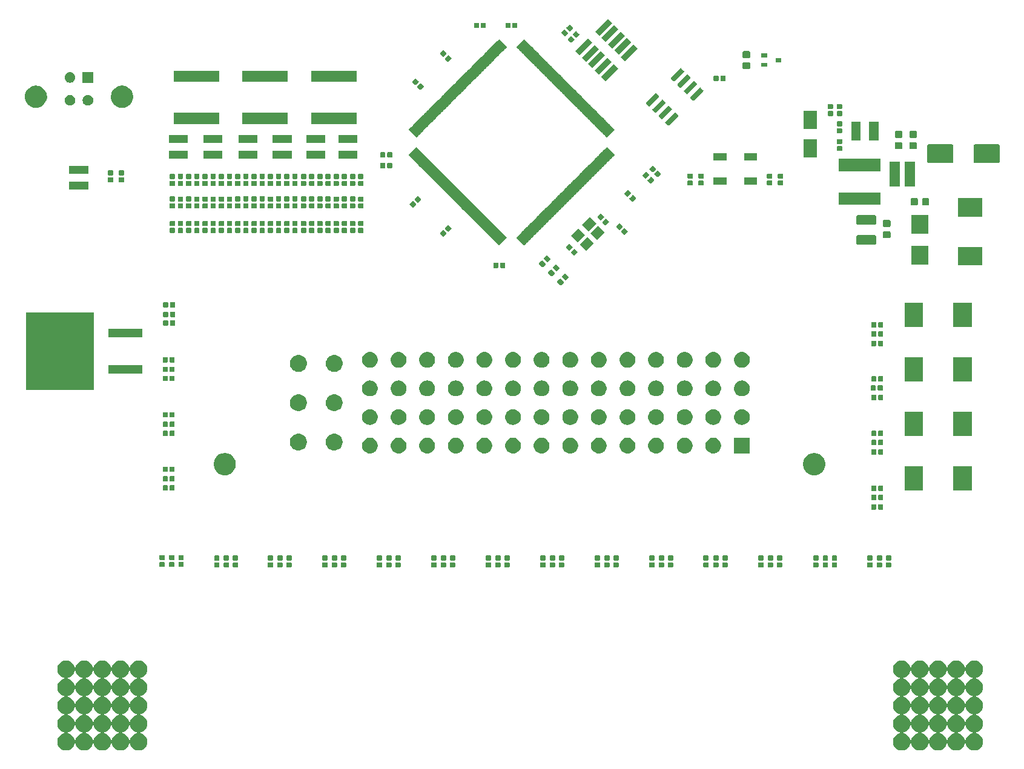
<source format=gbr>
G04 #@! TF.GenerationSoftware,KiCad,Pcbnew,(5.1.5)-3*
G04 #@! TF.CreationDate,2020-10-04T20:12:50-04:00*
G04 #@! TF.ProjectId,rusPDM,72757350-444d-42e6-9b69-6361645f7063,rev?*
G04 #@! TF.SameCoordinates,Original*
G04 #@! TF.FileFunction,Soldermask,Bot*
G04 #@! TF.FilePolarity,Negative*
%FSLAX46Y46*%
G04 Gerber Fmt 4.6, Leading zero omitted, Abs format (unit mm)*
G04 Created by KiCad (PCBNEW (5.1.5)-3) date 2020-10-04 20:12:50*
%MOMM*%
%LPD*%
G04 APERTURE LIST*
%ADD10C,0.100000*%
G04 APERTURE END LIST*
D10*
G36*
X87980318Y-100445153D02*
G01*
X88198885Y-100535687D01*
X88198887Y-100535688D01*
X88395593Y-100667122D01*
X88562878Y-100834407D01*
X88694312Y-101031113D01*
X88694313Y-101031115D01*
X88784516Y-101248883D01*
X88796067Y-101270494D01*
X88811613Y-101289436D01*
X88830554Y-101304981D01*
X88852165Y-101316532D01*
X88875614Y-101323645D01*
X88900000Y-101326047D01*
X88924386Y-101323645D01*
X88947835Y-101316532D01*
X88969446Y-101304981D01*
X88988388Y-101289435D01*
X89003933Y-101270494D01*
X89015484Y-101248883D01*
X89105687Y-101031115D01*
X89105688Y-101031113D01*
X89237122Y-100834407D01*
X89404407Y-100667122D01*
X89601113Y-100535688D01*
X89601115Y-100535687D01*
X89819682Y-100445153D01*
X90051710Y-100399000D01*
X90288290Y-100399000D01*
X90520318Y-100445153D01*
X90738885Y-100535687D01*
X90738887Y-100535688D01*
X90935593Y-100667122D01*
X91102878Y-100834407D01*
X91234312Y-101031113D01*
X91234313Y-101031115D01*
X91324516Y-101248883D01*
X91336067Y-101270494D01*
X91351613Y-101289436D01*
X91370554Y-101304981D01*
X91392165Y-101316532D01*
X91415614Y-101323645D01*
X91440000Y-101326047D01*
X91464386Y-101323645D01*
X91487835Y-101316532D01*
X91509446Y-101304981D01*
X91528388Y-101289435D01*
X91543933Y-101270494D01*
X91555484Y-101248883D01*
X91645687Y-101031115D01*
X91645688Y-101031113D01*
X91777122Y-100834407D01*
X91944407Y-100667122D01*
X92141113Y-100535688D01*
X92141115Y-100535687D01*
X92359682Y-100445153D01*
X92591710Y-100399000D01*
X92828290Y-100399000D01*
X93060318Y-100445153D01*
X93278885Y-100535687D01*
X93278887Y-100535688D01*
X93475593Y-100667122D01*
X93642878Y-100834407D01*
X93774312Y-101031113D01*
X93774313Y-101031115D01*
X93864516Y-101248883D01*
X93876067Y-101270494D01*
X93891613Y-101289436D01*
X93910554Y-101304981D01*
X93932165Y-101316532D01*
X93955614Y-101323645D01*
X93980000Y-101326047D01*
X94004386Y-101323645D01*
X94027835Y-101316532D01*
X94049446Y-101304981D01*
X94068388Y-101289435D01*
X94083933Y-101270494D01*
X94095484Y-101248883D01*
X94185687Y-101031115D01*
X94185688Y-101031113D01*
X94317122Y-100834407D01*
X94484407Y-100667122D01*
X94681113Y-100535688D01*
X94681115Y-100535687D01*
X94899682Y-100445153D01*
X95131710Y-100399000D01*
X95368290Y-100399000D01*
X95600318Y-100445153D01*
X95818885Y-100535687D01*
X95818887Y-100535688D01*
X96015593Y-100667122D01*
X96182878Y-100834407D01*
X96314312Y-101031113D01*
X96314313Y-101031115D01*
X96404516Y-101248883D01*
X96416067Y-101270494D01*
X96431613Y-101289436D01*
X96450554Y-101304981D01*
X96472165Y-101316532D01*
X96495614Y-101323645D01*
X96520000Y-101326047D01*
X96544386Y-101323645D01*
X96567835Y-101316532D01*
X96589446Y-101304981D01*
X96608388Y-101289435D01*
X96623933Y-101270494D01*
X96635484Y-101248883D01*
X96725687Y-101031115D01*
X96725688Y-101031113D01*
X96857122Y-100834407D01*
X97024407Y-100667122D01*
X97221113Y-100535688D01*
X97221115Y-100535687D01*
X97439682Y-100445153D01*
X97671710Y-100399000D01*
X97908290Y-100399000D01*
X98140318Y-100445153D01*
X98358885Y-100535687D01*
X98358887Y-100535688D01*
X98555593Y-100667122D01*
X98722878Y-100834407D01*
X98854312Y-101031113D01*
X98854313Y-101031115D01*
X98944847Y-101249682D01*
X98991000Y-101481710D01*
X98991000Y-101718290D01*
X98944847Y-101950318D01*
X98854313Y-102168885D01*
X98854312Y-102168887D01*
X98722878Y-102365593D01*
X98555593Y-102532878D01*
X98358887Y-102664312D01*
X98358886Y-102664313D01*
X98358885Y-102664313D01*
X98141117Y-102754516D01*
X98119506Y-102766067D01*
X98100564Y-102781613D01*
X98085019Y-102800554D01*
X98073468Y-102822165D01*
X98066355Y-102845614D01*
X98063953Y-102870000D01*
X98066355Y-102894386D01*
X98073468Y-102917835D01*
X98085019Y-102939446D01*
X98100565Y-102958388D01*
X98119506Y-102973933D01*
X98141117Y-102985484D01*
X98358885Y-103075687D01*
X98358887Y-103075688D01*
X98555593Y-103207122D01*
X98722878Y-103374407D01*
X98854312Y-103571113D01*
X98854313Y-103571115D01*
X98944847Y-103789682D01*
X98991000Y-104021710D01*
X98991000Y-104258290D01*
X98944847Y-104490318D01*
X98854313Y-104708885D01*
X98854312Y-104708887D01*
X98722878Y-104905593D01*
X98555593Y-105072878D01*
X98358887Y-105204312D01*
X98358886Y-105204313D01*
X98358885Y-105204313D01*
X98141117Y-105294516D01*
X98119506Y-105306067D01*
X98100564Y-105321613D01*
X98085019Y-105340554D01*
X98073468Y-105362165D01*
X98066355Y-105385614D01*
X98063953Y-105410000D01*
X98066355Y-105434386D01*
X98073468Y-105457835D01*
X98085019Y-105479446D01*
X98100565Y-105498388D01*
X98119506Y-105513933D01*
X98141117Y-105525484D01*
X98358885Y-105615687D01*
X98358887Y-105615688D01*
X98555593Y-105747122D01*
X98722878Y-105914407D01*
X98854312Y-106111113D01*
X98854313Y-106111115D01*
X98944847Y-106329682D01*
X98991000Y-106561710D01*
X98991000Y-106798290D01*
X98944847Y-107030318D01*
X98854313Y-107248885D01*
X98854312Y-107248887D01*
X98722878Y-107445593D01*
X98555593Y-107612878D01*
X98358887Y-107744312D01*
X98358886Y-107744313D01*
X98358885Y-107744313D01*
X98141117Y-107834516D01*
X98119506Y-107846067D01*
X98100564Y-107861613D01*
X98085019Y-107880554D01*
X98073468Y-107902165D01*
X98066355Y-107925614D01*
X98063953Y-107950000D01*
X98066355Y-107974386D01*
X98073468Y-107997835D01*
X98085019Y-108019446D01*
X98100565Y-108038388D01*
X98119506Y-108053933D01*
X98141117Y-108065484D01*
X98358885Y-108155687D01*
X98358887Y-108155688D01*
X98555593Y-108287122D01*
X98722878Y-108454407D01*
X98854312Y-108651113D01*
X98854313Y-108651115D01*
X98944847Y-108869682D01*
X98991000Y-109101710D01*
X98991000Y-109338290D01*
X98944847Y-109570318D01*
X98854313Y-109788885D01*
X98854312Y-109788887D01*
X98722878Y-109985593D01*
X98555593Y-110152878D01*
X98358887Y-110284312D01*
X98358886Y-110284313D01*
X98358885Y-110284313D01*
X98141117Y-110374516D01*
X98119506Y-110386067D01*
X98100564Y-110401613D01*
X98085019Y-110420554D01*
X98073468Y-110442165D01*
X98066355Y-110465614D01*
X98063953Y-110490000D01*
X98066355Y-110514386D01*
X98073468Y-110537835D01*
X98085019Y-110559446D01*
X98100565Y-110578388D01*
X98119506Y-110593933D01*
X98141117Y-110605484D01*
X98358885Y-110695687D01*
X98358887Y-110695688D01*
X98555593Y-110827122D01*
X98722878Y-110994407D01*
X98854312Y-111191113D01*
X98854313Y-111191115D01*
X98944847Y-111409682D01*
X98991000Y-111641710D01*
X98991000Y-111878290D01*
X98944847Y-112110318D01*
X98854313Y-112328885D01*
X98854312Y-112328887D01*
X98722878Y-112525593D01*
X98555593Y-112692878D01*
X98358887Y-112824312D01*
X98358886Y-112824313D01*
X98358885Y-112824313D01*
X98140318Y-112914847D01*
X97908290Y-112961000D01*
X97671710Y-112961000D01*
X97439682Y-112914847D01*
X97221115Y-112824313D01*
X97221114Y-112824313D01*
X97221113Y-112824312D01*
X97024407Y-112692878D01*
X96857122Y-112525593D01*
X96725688Y-112328887D01*
X96725687Y-112328885D01*
X96635484Y-112111117D01*
X96623933Y-112089506D01*
X96608387Y-112070564D01*
X96589446Y-112055019D01*
X96567835Y-112043468D01*
X96544386Y-112036355D01*
X96520000Y-112033953D01*
X96495614Y-112036355D01*
X96472165Y-112043468D01*
X96450554Y-112055019D01*
X96431612Y-112070565D01*
X96416067Y-112089506D01*
X96404516Y-112111117D01*
X96314313Y-112328885D01*
X96314312Y-112328887D01*
X96182878Y-112525593D01*
X96015593Y-112692878D01*
X95818887Y-112824312D01*
X95818886Y-112824313D01*
X95818885Y-112824313D01*
X95600318Y-112914847D01*
X95368290Y-112961000D01*
X95131710Y-112961000D01*
X94899682Y-112914847D01*
X94681115Y-112824313D01*
X94681114Y-112824313D01*
X94681113Y-112824312D01*
X94484407Y-112692878D01*
X94317122Y-112525593D01*
X94185688Y-112328887D01*
X94185687Y-112328885D01*
X94095484Y-112111117D01*
X94083933Y-112089506D01*
X94068387Y-112070564D01*
X94049446Y-112055019D01*
X94027835Y-112043468D01*
X94004386Y-112036355D01*
X93980000Y-112033953D01*
X93955614Y-112036355D01*
X93932165Y-112043468D01*
X93910554Y-112055019D01*
X93891612Y-112070565D01*
X93876067Y-112089506D01*
X93864516Y-112111117D01*
X93774313Y-112328885D01*
X93774312Y-112328887D01*
X93642878Y-112525593D01*
X93475593Y-112692878D01*
X93278887Y-112824312D01*
X93278886Y-112824313D01*
X93278885Y-112824313D01*
X93060318Y-112914847D01*
X92828290Y-112961000D01*
X92591710Y-112961000D01*
X92359682Y-112914847D01*
X92141115Y-112824313D01*
X92141114Y-112824313D01*
X92141113Y-112824312D01*
X91944407Y-112692878D01*
X91777122Y-112525593D01*
X91645688Y-112328887D01*
X91645687Y-112328885D01*
X91555484Y-112111117D01*
X91543933Y-112089506D01*
X91528387Y-112070564D01*
X91509446Y-112055019D01*
X91487835Y-112043468D01*
X91464386Y-112036355D01*
X91440000Y-112033953D01*
X91415614Y-112036355D01*
X91392165Y-112043468D01*
X91370554Y-112055019D01*
X91351612Y-112070565D01*
X91336067Y-112089506D01*
X91324516Y-112111117D01*
X91234313Y-112328885D01*
X91234312Y-112328887D01*
X91102878Y-112525593D01*
X90935593Y-112692878D01*
X90738887Y-112824312D01*
X90738886Y-112824313D01*
X90738885Y-112824313D01*
X90520318Y-112914847D01*
X90288290Y-112961000D01*
X90051710Y-112961000D01*
X89819682Y-112914847D01*
X89601115Y-112824313D01*
X89601114Y-112824313D01*
X89601113Y-112824312D01*
X89404407Y-112692878D01*
X89237122Y-112525593D01*
X89105688Y-112328887D01*
X89105687Y-112328885D01*
X89015484Y-112111117D01*
X89003933Y-112089506D01*
X88988387Y-112070564D01*
X88969446Y-112055019D01*
X88947835Y-112043468D01*
X88924386Y-112036355D01*
X88900000Y-112033953D01*
X88875614Y-112036355D01*
X88852165Y-112043468D01*
X88830554Y-112055019D01*
X88811612Y-112070565D01*
X88796067Y-112089506D01*
X88784516Y-112111117D01*
X88694313Y-112328885D01*
X88694312Y-112328887D01*
X88562878Y-112525593D01*
X88395593Y-112692878D01*
X88198887Y-112824312D01*
X88198886Y-112824313D01*
X88198885Y-112824313D01*
X87980318Y-112914847D01*
X87748290Y-112961000D01*
X87511710Y-112961000D01*
X87279682Y-112914847D01*
X87061115Y-112824313D01*
X87061114Y-112824313D01*
X87061113Y-112824312D01*
X86864407Y-112692878D01*
X86697122Y-112525593D01*
X86565688Y-112328887D01*
X86565687Y-112328885D01*
X86475153Y-112110318D01*
X86429000Y-111878290D01*
X86429000Y-111641710D01*
X86475153Y-111409682D01*
X86565687Y-111191115D01*
X86565688Y-111191113D01*
X86697122Y-110994407D01*
X86864407Y-110827122D01*
X87061113Y-110695688D01*
X87061115Y-110695687D01*
X87278883Y-110605484D01*
X87300494Y-110593933D01*
X87319436Y-110578387D01*
X87334981Y-110559446D01*
X87346532Y-110537835D01*
X87353645Y-110514386D01*
X87356047Y-110490000D01*
X87903953Y-110490000D01*
X87906355Y-110514386D01*
X87913468Y-110537835D01*
X87925019Y-110559446D01*
X87940565Y-110578388D01*
X87959506Y-110593933D01*
X87981117Y-110605484D01*
X88198885Y-110695687D01*
X88198887Y-110695688D01*
X88395593Y-110827122D01*
X88562878Y-110994407D01*
X88694312Y-111191113D01*
X88694313Y-111191115D01*
X88784516Y-111408883D01*
X88796067Y-111430494D01*
X88811613Y-111449436D01*
X88830554Y-111464981D01*
X88852165Y-111476532D01*
X88875614Y-111483645D01*
X88900000Y-111486047D01*
X88924386Y-111483645D01*
X88947835Y-111476532D01*
X88969446Y-111464981D01*
X88988388Y-111449435D01*
X89003933Y-111430494D01*
X89015484Y-111408883D01*
X89105687Y-111191115D01*
X89105688Y-111191113D01*
X89237122Y-110994407D01*
X89404407Y-110827122D01*
X89601113Y-110695688D01*
X89601115Y-110695687D01*
X89818883Y-110605484D01*
X89840494Y-110593933D01*
X89859436Y-110578387D01*
X89874981Y-110559446D01*
X89886532Y-110537835D01*
X89893645Y-110514386D01*
X89896047Y-110490000D01*
X90443953Y-110490000D01*
X90446355Y-110514386D01*
X90453468Y-110537835D01*
X90465019Y-110559446D01*
X90480565Y-110578388D01*
X90499506Y-110593933D01*
X90521117Y-110605484D01*
X90738885Y-110695687D01*
X90738887Y-110695688D01*
X90935593Y-110827122D01*
X91102878Y-110994407D01*
X91234312Y-111191113D01*
X91234313Y-111191115D01*
X91324516Y-111408883D01*
X91336067Y-111430494D01*
X91351613Y-111449436D01*
X91370554Y-111464981D01*
X91392165Y-111476532D01*
X91415614Y-111483645D01*
X91440000Y-111486047D01*
X91464386Y-111483645D01*
X91487835Y-111476532D01*
X91509446Y-111464981D01*
X91528388Y-111449435D01*
X91543933Y-111430494D01*
X91555484Y-111408883D01*
X91645687Y-111191115D01*
X91645688Y-111191113D01*
X91777122Y-110994407D01*
X91944407Y-110827122D01*
X92141113Y-110695688D01*
X92141115Y-110695687D01*
X92358883Y-110605484D01*
X92380494Y-110593933D01*
X92399436Y-110578387D01*
X92414981Y-110559446D01*
X92426532Y-110537835D01*
X92433645Y-110514386D01*
X92436047Y-110490000D01*
X92983953Y-110490000D01*
X92986355Y-110514386D01*
X92993468Y-110537835D01*
X93005019Y-110559446D01*
X93020565Y-110578388D01*
X93039506Y-110593933D01*
X93061117Y-110605484D01*
X93278885Y-110695687D01*
X93278887Y-110695688D01*
X93475593Y-110827122D01*
X93642878Y-110994407D01*
X93774312Y-111191113D01*
X93774313Y-111191115D01*
X93864516Y-111408883D01*
X93876067Y-111430494D01*
X93891613Y-111449436D01*
X93910554Y-111464981D01*
X93932165Y-111476532D01*
X93955614Y-111483645D01*
X93980000Y-111486047D01*
X94004386Y-111483645D01*
X94027835Y-111476532D01*
X94049446Y-111464981D01*
X94068388Y-111449435D01*
X94083933Y-111430494D01*
X94095484Y-111408883D01*
X94185687Y-111191115D01*
X94185688Y-111191113D01*
X94317122Y-110994407D01*
X94484407Y-110827122D01*
X94681113Y-110695688D01*
X94681115Y-110695687D01*
X94898883Y-110605484D01*
X94920494Y-110593933D01*
X94939436Y-110578387D01*
X94954981Y-110559446D01*
X94966532Y-110537835D01*
X94973645Y-110514386D01*
X94976047Y-110490000D01*
X95523953Y-110490000D01*
X95526355Y-110514386D01*
X95533468Y-110537835D01*
X95545019Y-110559446D01*
X95560565Y-110578388D01*
X95579506Y-110593933D01*
X95601117Y-110605484D01*
X95818885Y-110695687D01*
X95818887Y-110695688D01*
X96015593Y-110827122D01*
X96182878Y-110994407D01*
X96314312Y-111191113D01*
X96314313Y-111191115D01*
X96404516Y-111408883D01*
X96416067Y-111430494D01*
X96431613Y-111449436D01*
X96450554Y-111464981D01*
X96472165Y-111476532D01*
X96495614Y-111483645D01*
X96520000Y-111486047D01*
X96544386Y-111483645D01*
X96567835Y-111476532D01*
X96589446Y-111464981D01*
X96608388Y-111449435D01*
X96623933Y-111430494D01*
X96635484Y-111408883D01*
X96725687Y-111191115D01*
X96725688Y-111191113D01*
X96857122Y-110994407D01*
X97024407Y-110827122D01*
X97221113Y-110695688D01*
X97221115Y-110695687D01*
X97438883Y-110605484D01*
X97460494Y-110593933D01*
X97479436Y-110578387D01*
X97494981Y-110559446D01*
X97506532Y-110537835D01*
X97513645Y-110514386D01*
X97516047Y-110490000D01*
X97513645Y-110465614D01*
X97506532Y-110442165D01*
X97494981Y-110420554D01*
X97479435Y-110401612D01*
X97460494Y-110386067D01*
X97438883Y-110374516D01*
X97221115Y-110284313D01*
X97221114Y-110284313D01*
X97221113Y-110284312D01*
X97024407Y-110152878D01*
X96857122Y-109985593D01*
X96725688Y-109788887D01*
X96725687Y-109788885D01*
X96635484Y-109571117D01*
X96623933Y-109549506D01*
X96608387Y-109530564D01*
X96589446Y-109515019D01*
X96567835Y-109503468D01*
X96544386Y-109496355D01*
X96520000Y-109493953D01*
X96495614Y-109496355D01*
X96472165Y-109503468D01*
X96450554Y-109515019D01*
X96431612Y-109530565D01*
X96416067Y-109549506D01*
X96404516Y-109571117D01*
X96314313Y-109788885D01*
X96314312Y-109788887D01*
X96182878Y-109985593D01*
X96015593Y-110152878D01*
X95818887Y-110284312D01*
X95818886Y-110284313D01*
X95818885Y-110284313D01*
X95601117Y-110374516D01*
X95579506Y-110386067D01*
X95560564Y-110401613D01*
X95545019Y-110420554D01*
X95533468Y-110442165D01*
X95526355Y-110465614D01*
X95523953Y-110490000D01*
X94976047Y-110490000D01*
X94973645Y-110465614D01*
X94966532Y-110442165D01*
X94954981Y-110420554D01*
X94939435Y-110401612D01*
X94920494Y-110386067D01*
X94898883Y-110374516D01*
X94681115Y-110284313D01*
X94681114Y-110284313D01*
X94681113Y-110284312D01*
X94484407Y-110152878D01*
X94317122Y-109985593D01*
X94185688Y-109788887D01*
X94185687Y-109788885D01*
X94095484Y-109571117D01*
X94083933Y-109549506D01*
X94068387Y-109530564D01*
X94049446Y-109515019D01*
X94027835Y-109503468D01*
X94004386Y-109496355D01*
X93980000Y-109493953D01*
X93955614Y-109496355D01*
X93932165Y-109503468D01*
X93910554Y-109515019D01*
X93891612Y-109530565D01*
X93876067Y-109549506D01*
X93864516Y-109571117D01*
X93774313Y-109788885D01*
X93774312Y-109788887D01*
X93642878Y-109985593D01*
X93475593Y-110152878D01*
X93278887Y-110284312D01*
X93278886Y-110284313D01*
X93278885Y-110284313D01*
X93061117Y-110374516D01*
X93039506Y-110386067D01*
X93020564Y-110401613D01*
X93005019Y-110420554D01*
X92993468Y-110442165D01*
X92986355Y-110465614D01*
X92983953Y-110490000D01*
X92436047Y-110490000D01*
X92433645Y-110465614D01*
X92426532Y-110442165D01*
X92414981Y-110420554D01*
X92399435Y-110401612D01*
X92380494Y-110386067D01*
X92358883Y-110374516D01*
X92141115Y-110284313D01*
X92141114Y-110284313D01*
X92141113Y-110284312D01*
X91944407Y-110152878D01*
X91777122Y-109985593D01*
X91645688Y-109788887D01*
X91645687Y-109788885D01*
X91555484Y-109571117D01*
X91543933Y-109549506D01*
X91528387Y-109530564D01*
X91509446Y-109515019D01*
X91487835Y-109503468D01*
X91464386Y-109496355D01*
X91440000Y-109493953D01*
X91415614Y-109496355D01*
X91392165Y-109503468D01*
X91370554Y-109515019D01*
X91351612Y-109530565D01*
X91336067Y-109549506D01*
X91324516Y-109571117D01*
X91234313Y-109788885D01*
X91234312Y-109788887D01*
X91102878Y-109985593D01*
X90935593Y-110152878D01*
X90738887Y-110284312D01*
X90738886Y-110284313D01*
X90738885Y-110284313D01*
X90521117Y-110374516D01*
X90499506Y-110386067D01*
X90480564Y-110401613D01*
X90465019Y-110420554D01*
X90453468Y-110442165D01*
X90446355Y-110465614D01*
X90443953Y-110490000D01*
X89896047Y-110490000D01*
X89893645Y-110465614D01*
X89886532Y-110442165D01*
X89874981Y-110420554D01*
X89859435Y-110401612D01*
X89840494Y-110386067D01*
X89818883Y-110374516D01*
X89601115Y-110284313D01*
X89601114Y-110284313D01*
X89601113Y-110284312D01*
X89404407Y-110152878D01*
X89237122Y-109985593D01*
X89105688Y-109788887D01*
X89105687Y-109788885D01*
X89015484Y-109571117D01*
X89003933Y-109549506D01*
X88988387Y-109530564D01*
X88969446Y-109515019D01*
X88947835Y-109503468D01*
X88924386Y-109496355D01*
X88900000Y-109493953D01*
X88875614Y-109496355D01*
X88852165Y-109503468D01*
X88830554Y-109515019D01*
X88811612Y-109530565D01*
X88796067Y-109549506D01*
X88784516Y-109571117D01*
X88694313Y-109788885D01*
X88694312Y-109788887D01*
X88562878Y-109985593D01*
X88395593Y-110152878D01*
X88198887Y-110284312D01*
X88198886Y-110284313D01*
X88198885Y-110284313D01*
X87981117Y-110374516D01*
X87959506Y-110386067D01*
X87940564Y-110401613D01*
X87925019Y-110420554D01*
X87913468Y-110442165D01*
X87906355Y-110465614D01*
X87903953Y-110490000D01*
X87356047Y-110490000D01*
X87353645Y-110465614D01*
X87346532Y-110442165D01*
X87334981Y-110420554D01*
X87319435Y-110401612D01*
X87300494Y-110386067D01*
X87278883Y-110374516D01*
X87061115Y-110284313D01*
X87061114Y-110284313D01*
X87061113Y-110284312D01*
X86864407Y-110152878D01*
X86697122Y-109985593D01*
X86565688Y-109788887D01*
X86565687Y-109788885D01*
X86475153Y-109570318D01*
X86429000Y-109338290D01*
X86429000Y-109101710D01*
X86475153Y-108869682D01*
X86565687Y-108651115D01*
X86565688Y-108651113D01*
X86697122Y-108454407D01*
X86864407Y-108287122D01*
X87061113Y-108155688D01*
X87061115Y-108155687D01*
X87278883Y-108065484D01*
X87300494Y-108053933D01*
X87319436Y-108038387D01*
X87334981Y-108019446D01*
X87346532Y-107997835D01*
X87353645Y-107974386D01*
X87356047Y-107950000D01*
X87903953Y-107950000D01*
X87906355Y-107974386D01*
X87913468Y-107997835D01*
X87925019Y-108019446D01*
X87940565Y-108038388D01*
X87959506Y-108053933D01*
X87981117Y-108065484D01*
X88198885Y-108155687D01*
X88198887Y-108155688D01*
X88395593Y-108287122D01*
X88562878Y-108454407D01*
X88694312Y-108651113D01*
X88694313Y-108651115D01*
X88784516Y-108868883D01*
X88796067Y-108890494D01*
X88811613Y-108909436D01*
X88830554Y-108924981D01*
X88852165Y-108936532D01*
X88875614Y-108943645D01*
X88900000Y-108946047D01*
X88924386Y-108943645D01*
X88947835Y-108936532D01*
X88969446Y-108924981D01*
X88988388Y-108909435D01*
X89003933Y-108890494D01*
X89015484Y-108868883D01*
X89105687Y-108651115D01*
X89105688Y-108651113D01*
X89237122Y-108454407D01*
X89404407Y-108287122D01*
X89601113Y-108155688D01*
X89601115Y-108155687D01*
X89818883Y-108065484D01*
X89840494Y-108053933D01*
X89859436Y-108038387D01*
X89874981Y-108019446D01*
X89886532Y-107997835D01*
X89893645Y-107974386D01*
X89896047Y-107950000D01*
X90443953Y-107950000D01*
X90446355Y-107974386D01*
X90453468Y-107997835D01*
X90465019Y-108019446D01*
X90480565Y-108038388D01*
X90499506Y-108053933D01*
X90521117Y-108065484D01*
X90738885Y-108155687D01*
X90738887Y-108155688D01*
X90935593Y-108287122D01*
X91102878Y-108454407D01*
X91234312Y-108651113D01*
X91234313Y-108651115D01*
X91324516Y-108868883D01*
X91336067Y-108890494D01*
X91351613Y-108909436D01*
X91370554Y-108924981D01*
X91392165Y-108936532D01*
X91415614Y-108943645D01*
X91440000Y-108946047D01*
X91464386Y-108943645D01*
X91487835Y-108936532D01*
X91509446Y-108924981D01*
X91528388Y-108909435D01*
X91543933Y-108890494D01*
X91555484Y-108868883D01*
X91645687Y-108651115D01*
X91645688Y-108651113D01*
X91777122Y-108454407D01*
X91944407Y-108287122D01*
X92141113Y-108155688D01*
X92141115Y-108155687D01*
X92358883Y-108065484D01*
X92380494Y-108053933D01*
X92399436Y-108038387D01*
X92414981Y-108019446D01*
X92426532Y-107997835D01*
X92433645Y-107974386D01*
X92436047Y-107950000D01*
X92983953Y-107950000D01*
X92986355Y-107974386D01*
X92993468Y-107997835D01*
X93005019Y-108019446D01*
X93020565Y-108038388D01*
X93039506Y-108053933D01*
X93061117Y-108065484D01*
X93278885Y-108155687D01*
X93278887Y-108155688D01*
X93475593Y-108287122D01*
X93642878Y-108454407D01*
X93774312Y-108651113D01*
X93774313Y-108651115D01*
X93864516Y-108868883D01*
X93876067Y-108890494D01*
X93891613Y-108909436D01*
X93910554Y-108924981D01*
X93932165Y-108936532D01*
X93955614Y-108943645D01*
X93980000Y-108946047D01*
X94004386Y-108943645D01*
X94027835Y-108936532D01*
X94049446Y-108924981D01*
X94068388Y-108909435D01*
X94083933Y-108890494D01*
X94095484Y-108868883D01*
X94185687Y-108651115D01*
X94185688Y-108651113D01*
X94317122Y-108454407D01*
X94484407Y-108287122D01*
X94681113Y-108155688D01*
X94681115Y-108155687D01*
X94898883Y-108065484D01*
X94920494Y-108053933D01*
X94939436Y-108038387D01*
X94954981Y-108019446D01*
X94966532Y-107997835D01*
X94973645Y-107974386D01*
X94976047Y-107950000D01*
X95523953Y-107950000D01*
X95526355Y-107974386D01*
X95533468Y-107997835D01*
X95545019Y-108019446D01*
X95560565Y-108038388D01*
X95579506Y-108053933D01*
X95601117Y-108065484D01*
X95818885Y-108155687D01*
X95818887Y-108155688D01*
X96015593Y-108287122D01*
X96182878Y-108454407D01*
X96314312Y-108651113D01*
X96314313Y-108651115D01*
X96404516Y-108868883D01*
X96416067Y-108890494D01*
X96431613Y-108909436D01*
X96450554Y-108924981D01*
X96472165Y-108936532D01*
X96495614Y-108943645D01*
X96520000Y-108946047D01*
X96544386Y-108943645D01*
X96567835Y-108936532D01*
X96589446Y-108924981D01*
X96608388Y-108909435D01*
X96623933Y-108890494D01*
X96635484Y-108868883D01*
X96725687Y-108651115D01*
X96725688Y-108651113D01*
X96857122Y-108454407D01*
X97024407Y-108287122D01*
X97221113Y-108155688D01*
X97221115Y-108155687D01*
X97438883Y-108065484D01*
X97460494Y-108053933D01*
X97479436Y-108038387D01*
X97494981Y-108019446D01*
X97506532Y-107997835D01*
X97513645Y-107974386D01*
X97516047Y-107950000D01*
X97513645Y-107925614D01*
X97506532Y-107902165D01*
X97494981Y-107880554D01*
X97479435Y-107861612D01*
X97460494Y-107846067D01*
X97438883Y-107834516D01*
X97221115Y-107744313D01*
X97221114Y-107744313D01*
X97221113Y-107744312D01*
X97024407Y-107612878D01*
X96857122Y-107445593D01*
X96725688Y-107248887D01*
X96725687Y-107248885D01*
X96635484Y-107031117D01*
X96623933Y-107009506D01*
X96608387Y-106990564D01*
X96589446Y-106975019D01*
X96567835Y-106963468D01*
X96544386Y-106956355D01*
X96520000Y-106953953D01*
X96495614Y-106956355D01*
X96472165Y-106963468D01*
X96450554Y-106975019D01*
X96431612Y-106990565D01*
X96416067Y-107009506D01*
X96404516Y-107031117D01*
X96314313Y-107248885D01*
X96314312Y-107248887D01*
X96182878Y-107445593D01*
X96015593Y-107612878D01*
X95818887Y-107744312D01*
X95818886Y-107744313D01*
X95818885Y-107744313D01*
X95601117Y-107834516D01*
X95579506Y-107846067D01*
X95560564Y-107861613D01*
X95545019Y-107880554D01*
X95533468Y-107902165D01*
X95526355Y-107925614D01*
X95523953Y-107950000D01*
X94976047Y-107950000D01*
X94973645Y-107925614D01*
X94966532Y-107902165D01*
X94954981Y-107880554D01*
X94939435Y-107861612D01*
X94920494Y-107846067D01*
X94898883Y-107834516D01*
X94681115Y-107744313D01*
X94681114Y-107744313D01*
X94681113Y-107744312D01*
X94484407Y-107612878D01*
X94317122Y-107445593D01*
X94185688Y-107248887D01*
X94185687Y-107248885D01*
X94095484Y-107031117D01*
X94083933Y-107009506D01*
X94068387Y-106990564D01*
X94049446Y-106975019D01*
X94027835Y-106963468D01*
X94004386Y-106956355D01*
X93980000Y-106953953D01*
X93955614Y-106956355D01*
X93932165Y-106963468D01*
X93910554Y-106975019D01*
X93891612Y-106990565D01*
X93876067Y-107009506D01*
X93864516Y-107031117D01*
X93774313Y-107248885D01*
X93774312Y-107248887D01*
X93642878Y-107445593D01*
X93475593Y-107612878D01*
X93278887Y-107744312D01*
X93278886Y-107744313D01*
X93278885Y-107744313D01*
X93061117Y-107834516D01*
X93039506Y-107846067D01*
X93020564Y-107861613D01*
X93005019Y-107880554D01*
X92993468Y-107902165D01*
X92986355Y-107925614D01*
X92983953Y-107950000D01*
X92436047Y-107950000D01*
X92433645Y-107925614D01*
X92426532Y-107902165D01*
X92414981Y-107880554D01*
X92399435Y-107861612D01*
X92380494Y-107846067D01*
X92358883Y-107834516D01*
X92141115Y-107744313D01*
X92141114Y-107744313D01*
X92141113Y-107744312D01*
X91944407Y-107612878D01*
X91777122Y-107445593D01*
X91645688Y-107248887D01*
X91645687Y-107248885D01*
X91555484Y-107031117D01*
X91543933Y-107009506D01*
X91528387Y-106990564D01*
X91509446Y-106975019D01*
X91487835Y-106963468D01*
X91464386Y-106956355D01*
X91440000Y-106953953D01*
X91415614Y-106956355D01*
X91392165Y-106963468D01*
X91370554Y-106975019D01*
X91351612Y-106990565D01*
X91336067Y-107009506D01*
X91324516Y-107031117D01*
X91234313Y-107248885D01*
X91234312Y-107248887D01*
X91102878Y-107445593D01*
X90935593Y-107612878D01*
X90738887Y-107744312D01*
X90738886Y-107744313D01*
X90738885Y-107744313D01*
X90521117Y-107834516D01*
X90499506Y-107846067D01*
X90480564Y-107861613D01*
X90465019Y-107880554D01*
X90453468Y-107902165D01*
X90446355Y-107925614D01*
X90443953Y-107950000D01*
X89896047Y-107950000D01*
X89893645Y-107925614D01*
X89886532Y-107902165D01*
X89874981Y-107880554D01*
X89859435Y-107861612D01*
X89840494Y-107846067D01*
X89818883Y-107834516D01*
X89601115Y-107744313D01*
X89601114Y-107744313D01*
X89601113Y-107744312D01*
X89404407Y-107612878D01*
X89237122Y-107445593D01*
X89105688Y-107248887D01*
X89105687Y-107248885D01*
X89015484Y-107031117D01*
X89003933Y-107009506D01*
X88988387Y-106990564D01*
X88969446Y-106975019D01*
X88947835Y-106963468D01*
X88924386Y-106956355D01*
X88900000Y-106953953D01*
X88875614Y-106956355D01*
X88852165Y-106963468D01*
X88830554Y-106975019D01*
X88811612Y-106990565D01*
X88796067Y-107009506D01*
X88784516Y-107031117D01*
X88694313Y-107248885D01*
X88694312Y-107248887D01*
X88562878Y-107445593D01*
X88395593Y-107612878D01*
X88198887Y-107744312D01*
X88198886Y-107744313D01*
X88198885Y-107744313D01*
X87981117Y-107834516D01*
X87959506Y-107846067D01*
X87940564Y-107861613D01*
X87925019Y-107880554D01*
X87913468Y-107902165D01*
X87906355Y-107925614D01*
X87903953Y-107950000D01*
X87356047Y-107950000D01*
X87353645Y-107925614D01*
X87346532Y-107902165D01*
X87334981Y-107880554D01*
X87319435Y-107861612D01*
X87300494Y-107846067D01*
X87278883Y-107834516D01*
X87061115Y-107744313D01*
X87061114Y-107744313D01*
X87061113Y-107744312D01*
X86864407Y-107612878D01*
X86697122Y-107445593D01*
X86565688Y-107248887D01*
X86565687Y-107248885D01*
X86475153Y-107030318D01*
X86429000Y-106798290D01*
X86429000Y-106561710D01*
X86475153Y-106329682D01*
X86565687Y-106111115D01*
X86565688Y-106111113D01*
X86697122Y-105914407D01*
X86864407Y-105747122D01*
X87061113Y-105615688D01*
X87061115Y-105615687D01*
X87278883Y-105525484D01*
X87300494Y-105513933D01*
X87319436Y-105498387D01*
X87334981Y-105479446D01*
X87346532Y-105457835D01*
X87353645Y-105434386D01*
X87356047Y-105410000D01*
X87903953Y-105410000D01*
X87906355Y-105434386D01*
X87913468Y-105457835D01*
X87925019Y-105479446D01*
X87940565Y-105498388D01*
X87959506Y-105513933D01*
X87981117Y-105525484D01*
X88198885Y-105615687D01*
X88198887Y-105615688D01*
X88395593Y-105747122D01*
X88562878Y-105914407D01*
X88694312Y-106111113D01*
X88694313Y-106111115D01*
X88784516Y-106328883D01*
X88796067Y-106350494D01*
X88811613Y-106369436D01*
X88830554Y-106384981D01*
X88852165Y-106396532D01*
X88875614Y-106403645D01*
X88900000Y-106406047D01*
X88924386Y-106403645D01*
X88947835Y-106396532D01*
X88969446Y-106384981D01*
X88988388Y-106369435D01*
X89003933Y-106350494D01*
X89015484Y-106328883D01*
X89105687Y-106111115D01*
X89105688Y-106111113D01*
X89237122Y-105914407D01*
X89404407Y-105747122D01*
X89601113Y-105615688D01*
X89601115Y-105615687D01*
X89818883Y-105525484D01*
X89840494Y-105513933D01*
X89859436Y-105498387D01*
X89874981Y-105479446D01*
X89886532Y-105457835D01*
X89893645Y-105434386D01*
X89896047Y-105410000D01*
X90443953Y-105410000D01*
X90446355Y-105434386D01*
X90453468Y-105457835D01*
X90465019Y-105479446D01*
X90480565Y-105498388D01*
X90499506Y-105513933D01*
X90521117Y-105525484D01*
X90738885Y-105615687D01*
X90738887Y-105615688D01*
X90935593Y-105747122D01*
X91102878Y-105914407D01*
X91234312Y-106111113D01*
X91234313Y-106111115D01*
X91324516Y-106328883D01*
X91336067Y-106350494D01*
X91351613Y-106369436D01*
X91370554Y-106384981D01*
X91392165Y-106396532D01*
X91415614Y-106403645D01*
X91440000Y-106406047D01*
X91464386Y-106403645D01*
X91487835Y-106396532D01*
X91509446Y-106384981D01*
X91528388Y-106369435D01*
X91543933Y-106350494D01*
X91555484Y-106328883D01*
X91645687Y-106111115D01*
X91645688Y-106111113D01*
X91777122Y-105914407D01*
X91944407Y-105747122D01*
X92141113Y-105615688D01*
X92141115Y-105615687D01*
X92358883Y-105525484D01*
X92380494Y-105513933D01*
X92399436Y-105498387D01*
X92414981Y-105479446D01*
X92426532Y-105457835D01*
X92433645Y-105434386D01*
X92436047Y-105410000D01*
X92983953Y-105410000D01*
X92986355Y-105434386D01*
X92993468Y-105457835D01*
X93005019Y-105479446D01*
X93020565Y-105498388D01*
X93039506Y-105513933D01*
X93061117Y-105525484D01*
X93278885Y-105615687D01*
X93278887Y-105615688D01*
X93475593Y-105747122D01*
X93642878Y-105914407D01*
X93774312Y-106111113D01*
X93774313Y-106111115D01*
X93864516Y-106328883D01*
X93876067Y-106350494D01*
X93891613Y-106369436D01*
X93910554Y-106384981D01*
X93932165Y-106396532D01*
X93955614Y-106403645D01*
X93980000Y-106406047D01*
X94004386Y-106403645D01*
X94027835Y-106396532D01*
X94049446Y-106384981D01*
X94068388Y-106369435D01*
X94083933Y-106350494D01*
X94095484Y-106328883D01*
X94185687Y-106111115D01*
X94185688Y-106111113D01*
X94317122Y-105914407D01*
X94484407Y-105747122D01*
X94681113Y-105615688D01*
X94681115Y-105615687D01*
X94898883Y-105525484D01*
X94920494Y-105513933D01*
X94939436Y-105498387D01*
X94954981Y-105479446D01*
X94966532Y-105457835D01*
X94973645Y-105434386D01*
X94976047Y-105410000D01*
X95523953Y-105410000D01*
X95526355Y-105434386D01*
X95533468Y-105457835D01*
X95545019Y-105479446D01*
X95560565Y-105498388D01*
X95579506Y-105513933D01*
X95601117Y-105525484D01*
X95818885Y-105615687D01*
X95818887Y-105615688D01*
X96015593Y-105747122D01*
X96182878Y-105914407D01*
X96314312Y-106111113D01*
X96314313Y-106111115D01*
X96404516Y-106328883D01*
X96416067Y-106350494D01*
X96431613Y-106369436D01*
X96450554Y-106384981D01*
X96472165Y-106396532D01*
X96495614Y-106403645D01*
X96520000Y-106406047D01*
X96544386Y-106403645D01*
X96567835Y-106396532D01*
X96589446Y-106384981D01*
X96608388Y-106369435D01*
X96623933Y-106350494D01*
X96635484Y-106328883D01*
X96725687Y-106111115D01*
X96725688Y-106111113D01*
X96857122Y-105914407D01*
X97024407Y-105747122D01*
X97221113Y-105615688D01*
X97221115Y-105615687D01*
X97438883Y-105525484D01*
X97460494Y-105513933D01*
X97479436Y-105498387D01*
X97494981Y-105479446D01*
X97506532Y-105457835D01*
X97513645Y-105434386D01*
X97516047Y-105410000D01*
X97513645Y-105385614D01*
X97506532Y-105362165D01*
X97494981Y-105340554D01*
X97479435Y-105321612D01*
X97460494Y-105306067D01*
X97438883Y-105294516D01*
X97221115Y-105204313D01*
X97221114Y-105204313D01*
X97221113Y-105204312D01*
X97024407Y-105072878D01*
X96857122Y-104905593D01*
X96725688Y-104708887D01*
X96725687Y-104708885D01*
X96635484Y-104491117D01*
X96623933Y-104469506D01*
X96608387Y-104450564D01*
X96589446Y-104435019D01*
X96567835Y-104423468D01*
X96544386Y-104416355D01*
X96520000Y-104413953D01*
X96495614Y-104416355D01*
X96472165Y-104423468D01*
X96450554Y-104435019D01*
X96431612Y-104450565D01*
X96416067Y-104469506D01*
X96404516Y-104491117D01*
X96314313Y-104708885D01*
X96314312Y-104708887D01*
X96182878Y-104905593D01*
X96015593Y-105072878D01*
X95818887Y-105204312D01*
X95818886Y-105204313D01*
X95818885Y-105204313D01*
X95601117Y-105294516D01*
X95579506Y-105306067D01*
X95560564Y-105321613D01*
X95545019Y-105340554D01*
X95533468Y-105362165D01*
X95526355Y-105385614D01*
X95523953Y-105410000D01*
X94976047Y-105410000D01*
X94973645Y-105385614D01*
X94966532Y-105362165D01*
X94954981Y-105340554D01*
X94939435Y-105321612D01*
X94920494Y-105306067D01*
X94898883Y-105294516D01*
X94681115Y-105204313D01*
X94681114Y-105204313D01*
X94681113Y-105204312D01*
X94484407Y-105072878D01*
X94317122Y-104905593D01*
X94185688Y-104708887D01*
X94185687Y-104708885D01*
X94095484Y-104491117D01*
X94083933Y-104469506D01*
X94068387Y-104450564D01*
X94049446Y-104435019D01*
X94027835Y-104423468D01*
X94004386Y-104416355D01*
X93980000Y-104413953D01*
X93955614Y-104416355D01*
X93932165Y-104423468D01*
X93910554Y-104435019D01*
X93891612Y-104450565D01*
X93876067Y-104469506D01*
X93864516Y-104491117D01*
X93774313Y-104708885D01*
X93774312Y-104708887D01*
X93642878Y-104905593D01*
X93475593Y-105072878D01*
X93278887Y-105204312D01*
X93278886Y-105204313D01*
X93278885Y-105204313D01*
X93061117Y-105294516D01*
X93039506Y-105306067D01*
X93020564Y-105321613D01*
X93005019Y-105340554D01*
X92993468Y-105362165D01*
X92986355Y-105385614D01*
X92983953Y-105410000D01*
X92436047Y-105410000D01*
X92433645Y-105385614D01*
X92426532Y-105362165D01*
X92414981Y-105340554D01*
X92399435Y-105321612D01*
X92380494Y-105306067D01*
X92358883Y-105294516D01*
X92141115Y-105204313D01*
X92141114Y-105204313D01*
X92141113Y-105204312D01*
X91944407Y-105072878D01*
X91777122Y-104905593D01*
X91645688Y-104708887D01*
X91645687Y-104708885D01*
X91555484Y-104491117D01*
X91543933Y-104469506D01*
X91528387Y-104450564D01*
X91509446Y-104435019D01*
X91487835Y-104423468D01*
X91464386Y-104416355D01*
X91440000Y-104413953D01*
X91415614Y-104416355D01*
X91392165Y-104423468D01*
X91370554Y-104435019D01*
X91351612Y-104450565D01*
X91336067Y-104469506D01*
X91324516Y-104491117D01*
X91234313Y-104708885D01*
X91234312Y-104708887D01*
X91102878Y-104905593D01*
X90935593Y-105072878D01*
X90738887Y-105204312D01*
X90738886Y-105204313D01*
X90738885Y-105204313D01*
X90521117Y-105294516D01*
X90499506Y-105306067D01*
X90480564Y-105321613D01*
X90465019Y-105340554D01*
X90453468Y-105362165D01*
X90446355Y-105385614D01*
X90443953Y-105410000D01*
X89896047Y-105410000D01*
X89893645Y-105385614D01*
X89886532Y-105362165D01*
X89874981Y-105340554D01*
X89859435Y-105321612D01*
X89840494Y-105306067D01*
X89818883Y-105294516D01*
X89601115Y-105204313D01*
X89601114Y-105204313D01*
X89601113Y-105204312D01*
X89404407Y-105072878D01*
X89237122Y-104905593D01*
X89105688Y-104708887D01*
X89105687Y-104708885D01*
X89015484Y-104491117D01*
X89003933Y-104469506D01*
X88988387Y-104450564D01*
X88969446Y-104435019D01*
X88947835Y-104423468D01*
X88924386Y-104416355D01*
X88900000Y-104413953D01*
X88875614Y-104416355D01*
X88852165Y-104423468D01*
X88830554Y-104435019D01*
X88811612Y-104450565D01*
X88796067Y-104469506D01*
X88784516Y-104491117D01*
X88694313Y-104708885D01*
X88694312Y-104708887D01*
X88562878Y-104905593D01*
X88395593Y-105072878D01*
X88198887Y-105204312D01*
X88198886Y-105204313D01*
X88198885Y-105204313D01*
X87981117Y-105294516D01*
X87959506Y-105306067D01*
X87940564Y-105321613D01*
X87925019Y-105340554D01*
X87913468Y-105362165D01*
X87906355Y-105385614D01*
X87903953Y-105410000D01*
X87356047Y-105410000D01*
X87353645Y-105385614D01*
X87346532Y-105362165D01*
X87334981Y-105340554D01*
X87319435Y-105321612D01*
X87300494Y-105306067D01*
X87278883Y-105294516D01*
X87061115Y-105204313D01*
X87061114Y-105204313D01*
X87061113Y-105204312D01*
X86864407Y-105072878D01*
X86697122Y-104905593D01*
X86565688Y-104708887D01*
X86565687Y-104708885D01*
X86475153Y-104490318D01*
X86429000Y-104258290D01*
X86429000Y-104021710D01*
X86475153Y-103789682D01*
X86565687Y-103571115D01*
X86565688Y-103571113D01*
X86697122Y-103374407D01*
X86864407Y-103207122D01*
X87061113Y-103075688D01*
X87061115Y-103075687D01*
X87278883Y-102985484D01*
X87300494Y-102973933D01*
X87319436Y-102958387D01*
X87334981Y-102939446D01*
X87346532Y-102917835D01*
X87353645Y-102894386D01*
X87356047Y-102870000D01*
X87903953Y-102870000D01*
X87906355Y-102894386D01*
X87913468Y-102917835D01*
X87925019Y-102939446D01*
X87940565Y-102958388D01*
X87959506Y-102973933D01*
X87981117Y-102985484D01*
X88198885Y-103075687D01*
X88198887Y-103075688D01*
X88395593Y-103207122D01*
X88562878Y-103374407D01*
X88694312Y-103571113D01*
X88694313Y-103571115D01*
X88784516Y-103788883D01*
X88796067Y-103810494D01*
X88811613Y-103829436D01*
X88830554Y-103844981D01*
X88852165Y-103856532D01*
X88875614Y-103863645D01*
X88900000Y-103866047D01*
X88924386Y-103863645D01*
X88947835Y-103856532D01*
X88969446Y-103844981D01*
X88988388Y-103829435D01*
X89003933Y-103810494D01*
X89015484Y-103788883D01*
X89105687Y-103571115D01*
X89105688Y-103571113D01*
X89237122Y-103374407D01*
X89404407Y-103207122D01*
X89601113Y-103075688D01*
X89601115Y-103075687D01*
X89818883Y-102985484D01*
X89840494Y-102973933D01*
X89859436Y-102958387D01*
X89874981Y-102939446D01*
X89886532Y-102917835D01*
X89893645Y-102894386D01*
X89896047Y-102870000D01*
X90443953Y-102870000D01*
X90446355Y-102894386D01*
X90453468Y-102917835D01*
X90465019Y-102939446D01*
X90480565Y-102958388D01*
X90499506Y-102973933D01*
X90521117Y-102985484D01*
X90738885Y-103075687D01*
X90738887Y-103075688D01*
X90935593Y-103207122D01*
X91102878Y-103374407D01*
X91234312Y-103571113D01*
X91234313Y-103571115D01*
X91324516Y-103788883D01*
X91336067Y-103810494D01*
X91351613Y-103829436D01*
X91370554Y-103844981D01*
X91392165Y-103856532D01*
X91415614Y-103863645D01*
X91440000Y-103866047D01*
X91464386Y-103863645D01*
X91487835Y-103856532D01*
X91509446Y-103844981D01*
X91528388Y-103829435D01*
X91543933Y-103810494D01*
X91555484Y-103788883D01*
X91645687Y-103571115D01*
X91645688Y-103571113D01*
X91777122Y-103374407D01*
X91944407Y-103207122D01*
X92141113Y-103075688D01*
X92141115Y-103075687D01*
X92358883Y-102985484D01*
X92380494Y-102973933D01*
X92399436Y-102958387D01*
X92414981Y-102939446D01*
X92426532Y-102917835D01*
X92433645Y-102894386D01*
X92436047Y-102870000D01*
X92983953Y-102870000D01*
X92986355Y-102894386D01*
X92993468Y-102917835D01*
X93005019Y-102939446D01*
X93020565Y-102958388D01*
X93039506Y-102973933D01*
X93061117Y-102985484D01*
X93278885Y-103075687D01*
X93278887Y-103075688D01*
X93475593Y-103207122D01*
X93642878Y-103374407D01*
X93774312Y-103571113D01*
X93774313Y-103571115D01*
X93864516Y-103788883D01*
X93876067Y-103810494D01*
X93891613Y-103829436D01*
X93910554Y-103844981D01*
X93932165Y-103856532D01*
X93955614Y-103863645D01*
X93980000Y-103866047D01*
X94004386Y-103863645D01*
X94027835Y-103856532D01*
X94049446Y-103844981D01*
X94068388Y-103829435D01*
X94083933Y-103810494D01*
X94095484Y-103788883D01*
X94185687Y-103571115D01*
X94185688Y-103571113D01*
X94317122Y-103374407D01*
X94484407Y-103207122D01*
X94681113Y-103075688D01*
X94681115Y-103075687D01*
X94898883Y-102985484D01*
X94920494Y-102973933D01*
X94939436Y-102958387D01*
X94954981Y-102939446D01*
X94966532Y-102917835D01*
X94973645Y-102894386D01*
X94976047Y-102870000D01*
X95523953Y-102870000D01*
X95526355Y-102894386D01*
X95533468Y-102917835D01*
X95545019Y-102939446D01*
X95560565Y-102958388D01*
X95579506Y-102973933D01*
X95601117Y-102985484D01*
X95818885Y-103075687D01*
X95818887Y-103075688D01*
X96015593Y-103207122D01*
X96182878Y-103374407D01*
X96314312Y-103571113D01*
X96314313Y-103571115D01*
X96404516Y-103788883D01*
X96416067Y-103810494D01*
X96431613Y-103829436D01*
X96450554Y-103844981D01*
X96472165Y-103856532D01*
X96495614Y-103863645D01*
X96520000Y-103866047D01*
X96544386Y-103863645D01*
X96567835Y-103856532D01*
X96589446Y-103844981D01*
X96608388Y-103829435D01*
X96623933Y-103810494D01*
X96635484Y-103788883D01*
X96725687Y-103571115D01*
X96725688Y-103571113D01*
X96857122Y-103374407D01*
X97024407Y-103207122D01*
X97221113Y-103075688D01*
X97221115Y-103075687D01*
X97438883Y-102985484D01*
X97460494Y-102973933D01*
X97479436Y-102958387D01*
X97494981Y-102939446D01*
X97506532Y-102917835D01*
X97513645Y-102894386D01*
X97516047Y-102870000D01*
X97513645Y-102845614D01*
X97506532Y-102822165D01*
X97494981Y-102800554D01*
X97479435Y-102781612D01*
X97460494Y-102766067D01*
X97438883Y-102754516D01*
X97221115Y-102664313D01*
X97221114Y-102664313D01*
X97221113Y-102664312D01*
X97024407Y-102532878D01*
X96857122Y-102365593D01*
X96725688Y-102168887D01*
X96725687Y-102168885D01*
X96635484Y-101951117D01*
X96623933Y-101929506D01*
X96608387Y-101910564D01*
X96589446Y-101895019D01*
X96567835Y-101883468D01*
X96544386Y-101876355D01*
X96520000Y-101873953D01*
X96495614Y-101876355D01*
X96472165Y-101883468D01*
X96450554Y-101895019D01*
X96431612Y-101910565D01*
X96416067Y-101929506D01*
X96404516Y-101951117D01*
X96314313Y-102168885D01*
X96314312Y-102168887D01*
X96182878Y-102365593D01*
X96015593Y-102532878D01*
X95818887Y-102664312D01*
X95818886Y-102664313D01*
X95818885Y-102664313D01*
X95601117Y-102754516D01*
X95579506Y-102766067D01*
X95560564Y-102781613D01*
X95545019Y-102800554D01*
X95533468Y-102822165D01*
X95526355Y-102845614D01*
X95523953Y-102870000D01*
X94976047Y-102870000D01*
X94973645Y-102845614D01*
X94966532Y-102822165D01*
X94954981Y-102800554D01*
X94939435Y-102781612D01*
X94920494Y-102766067D01*
X94898883Y-102754516D01*
X94681115Y-102664313D01*
X94681114Y-102664313D01*
X94681113Y-102664312D01*
X94484407Y-102532878D01*
X94317122Y-102365593D01*
X94185688Y-102168887D01*
X94185687Y-102168885D01*
X94095484Y-101951117D01*
X94083933Y-101929506D01*
X94068387Y-101910564D01*
X94049446Y-101895019D01*
X94027835Y-101883468D01*
X94004386Y-101876355D01*
X93980000Y-101873953D01*
X93955614Y-101876355D01*
X93932165Y-101883468D01*
X93910554Y-101895019D01*
X93891612Y-101910565D01*
X93876067Y-101929506D01*
X93864516Y-101951117D01*
X93774313Y-102168885D01*
X93774312Y-102168887D01*
X93642878Y-102365593D01*
X93475593Y-102532878D01*
X93278887Y-102664312D01*
X93278886Y-102664313D01*
X93278885Y-102664313D01*
X93061117Y-102754516D01*
X93039506Y-102766067D01*
X93020564Y-102781613D01*
X93005019Y-102800554D01*
X92993468Y-102822165D01*
X92986355Y-102845614D01*
X92983953Y-102870000D01*
X92436047Y-102870000D01*
X92433645Y-102845614D01*
X92426532Y-102822165D01*
X92414981Y-102800554D01*
X92399435Y-102781612D01*
X92380494Y-102766067D01*
X92358883Y-102754516D01*
X92141115Y-102664313D01*
X92141114Y-102664313D01*
X92141113Y-102664312D01*
X91944407Y-102532878D01*
X91777122Y-102365593D01*
X91645688Y-102168887D01*
X91645687Y-102168885D01*
X91555484Y-101951117D01*
X91543933Y-101929506D01*
X91528387Y-101910564D01*
X91509446Y-101895019D01*
X91487835Y-101883468D01*
X91464386Y-101876355D01*
X91440000Y-101873953D01*
X91415614Y-101876355D01*
X91392165Y-101883468D01*
X91370554Y-101895019D01*
X91351612Y-101910565D01*
X91336067Y-101929506D01*
X91324516Y-101951117D01*
X91234313Y-102168885D01*
X91234312Y-102168887D01*
X91102878Y-102365593D01*
X90935593Y-102532878D01*
X90738887Y-102664312D01*
X90738886Y-102664313D01*
X90738885Y-102664313D01*
X90521117Y-102754516D01*
X90499506Y-102766067D01*
X90480564Y-102781613D01*
X90465019Y-102800554D01*
X90453468Y-102822165D01*
X90446355Y-102845614D01*
X90443953Y-102870000D01*
X89896047Y-102870000D01*
X89893645Y-102845614D01*
X89886532Y-102822165D01*
X89874981Y-102800554D01*
X89859435Y-102781612D01*
X89840494Y-102766067D01*
X89818883Y-102754516D01*
X89601115Y-102664313D01*
X89601114Y-102664313D01*
X89601113Y-102664312D01*
X89404407Y-102532878D01*
X89237122Y-102365593D01*
X89105688Y-102168887D01*
X89105687Y-102168885D01*
X89015484Y-101951117D01*
X89003933Y-101929506D01*
X88988387Y-101910564D01*
X88969446Y-101895019D01*
X88947835Y-101883468D01*
X88924386Y-101876355D01*
X88900000Y-101873953D01*
X88875614Y-101876355D01*
X88852165Y-101883468D01*
X88830554Y-101895019D01*
X88811612Y-101910565D01*
X88796067Y-101929506D01*
X88784516Y-101951117D01*
X88694313Y-102168885D01*
X88694312Y-102168887D01*
X88562878Y-102365593D01*
X88395593Y-102532878D01*
X88198887Y-102664312D01*
X88198886Y-102664313D01*
X88198885Y-102664313D01*
X87981117Y-102754516D01*
X87959506Y-102766067D01*
X87940564Y-102781613D01*
X87925019Y-102800554D01*
X87913468Y-102822165D01*
X87906355Y-102845614D01*
X87903953Y-102870000D01*
X87356047Y-102870000D01*
X87353645Y-102845614D01*
X87346532Y-102822165D01*
X87334981Y-102800554D01*
X87319435Y-102781612D01*
X87300494Y-102766067D01*
X87278883Y-102754516D01*
X87061115Y-102664313D01*
X87061114Y-102664313D01*
X87061113Y-102664312D01*
X86864407Y-102532878D01*
X86697122Y-102365593D01*
X86565688Y-102168887D01*
X86565687Y-102168885D01*
X86475153Y-101950318D01*
X86429000Y-101718290D01*
X86429000Y-101481710D01*
X86475153Y-101249682D01*
X86565687Y-101031115D01*
X86565688Y-101031113D01*
X86697122Y-100834407D01*
X86864407Y-100667122D01*
X87061113Y-100535688D01*
X87061115Y-100535687D01*
X87279682Y-100445153D01*
X87511710Y-100399000D01*
X87748290Y-100399000D01*
X87980318Y-100445153D01*
G37*
G36*
X204820318Y-100445153D02*
G01*
X205038885Y-100535687D01*
X205038887Y-100535688D01*
X205235593Y-100667122D01*
X205402878Y-100834407D01*
X205534312Y-101031113D01*
X205534313Y-101031115D01*
X205624516Y-101248883D01*
X205636067Y-101270494D01*
X205651613Y-101289436D01*
X205670554Y-101304981D01*
X205692165Y-101316532D01*
X205715614Y-101323645D01*
X205740000Y-101326047D01*
X205764386Y-101323645D01*
X205787835Y-101316532D01*
X205809446Y-101304981D01*
X205828388Y-101289435D01*
X205843933Y-101270494D01*
X205855484Y-101248883D01*
X205945687Y-101031115D01*
X205945688Y-101031113D01*
X206077122Y-100834407D01*
X206244407Y-100667122D01*
X206441113Y-100535688D01*
X206441115Y-100535687D01*
X206659682Y-100445153D01*
X206891710Y-100399000D01*
X207128290Y-100399000D01*
X207360318Y-100445153D01*
X207578885Y-100535687D01*
X207578887Y-100535688D01*
X207775593Y-100667122D01*
X207942878Y-100834407D01*
X208074312Y-101031113D01*
X208074313Y-101031115D01*
X208164516Y-101248883D01*
X208176067Y-101270494D01*
X208191613Y-101289436D01*
X208210554Y-101304981D01*
X208232165Y-101316532D01*
X208255614Y-101323645D01*
X208280000Y-101326047D01*
X208304386Y-101323645D01*
X208327835Y-101316532D01*
X208349446Y-101304981D01*
X208368388Y-101289435D01*
X208383933Y-101270494D01*
X208395484Y-101248883D01*
X208485687Y-101031115D01*
X208485688Y-101031113D01*
X208617122Y-100834407D01*
X208784407Y-100667122D01*
X208981113Y-100535688D01*
X208981115Y-100535687D01*
X209199682Y-100445153D01*
X209431710Y-100399000D01*
X209668290Y-100399000D01*
X209900318Y-100445153D01*
X210118885Y-100535687D01*
X210118887Y-100535688D01*
X210315593Y-100667122D01*
X210482878Y-100834407D01*
X210614312Y-101031113D01*
X210614313Y-101031115D01*
X210704516Y-101248883D01*
X210716067Y-101270494D01*
X210731613Y-101289436D01*
X210750554Y-101304981D01*
X210772165Y-101316532D01*
X210795614Y-101323645D01*
X210820000Y-101326047D01*
X210844386Y-101323645D01*
X210867835Y-101316532D01*
X210889446Y-101304981D01*
X210908388Y-101289435D01*
X210923933Y-101270494D01*
X210935484Y-101248883D01*
X211025687Y-101031115D01*
X211025688Y-101031113D01*
X211157122Y-100834407D01*
X211324407Y-100667122D01*
X211521113Y-100535688D01*
X211521115Y-100535687D01*
X211739682Y-100445153D01*
X211971710Y-100399000D01*
X212208290Y-100399000D01*
X212440318Y-100445153D01*
X212658885Y-100535687D01*
X212658887Y-100535688D01*
X212855593Y-100667122D01*
X213022878Y-100834407D01*
X213154312Y-101031113D01*
X213154313Y-101031115D01*
X213244516Y-101248883D01*
X213256067Y-101270494D01*
X213271613Y-101289436D01*
X213290554Y-101304981D01*
X213312165Y-101316532D01*
X213335614Y-101323645D01*
X213360000Y-101326047D01*
X213384386Y-101323645D01*
X213407835Y-101316532D01*
X213429446Y-101304981D01*
X213448388Y-101289435D01*
X213463933Y-101270494D01*
X213475484Y-101248883D01*
X213565687Y-101031115D01*
X213565688Y-101031113D01*
X213697122Y-100834407D01*
X213864407Y-100667122D01*
X214061113Y-100535688D01*
X214061115Y-100535687D01*
X214279682Y-100445153D01*
X214511710Y-100399000D01*
X214748290Y-100399000D01*
X214980318Y-100445153D01*
X215198885Y-100535687D01*
X215198887Y-100535688D01*
X215395593Y-100667122D01*
X215562878Y-100834407D01*
X215694312Y-101031113D01*
X215694313Y-101031115D01*
X215784847Y-101249682D01*
X215831000Y-101481710D01*
X215831000Y-101718290D01*
X215784847Y-101950318D01*
X215694313Y-102168885D01*
X215694312Y-102168887D01*
X215562878Y-102365593D01*
X215395593Y-102532878D01*
X215198887Y-102664312D01*
X215198886Y-102664313D01*
X215198885Y-102664313D01*
X214981117Y-102754516D01*
X214959506Y-102766067D01*
X214940564Y-102781613D01*
X214925019Y-102800554D01*
X214913468Y-102822165D01*
X214906355Y-102845614D01*
X214903953Y-102870000D01*
X214906355Y-102894386D01*
X214913468Y-102917835D01*
X214925019Y-102939446D01*
X214940565Y-102958388D01*
X214959506Y-102973933D01*
X214981117Y-102985484D01*
X215198885Y-103075687D01*
X215198887Y-103075688D01*
X215395593Y-103207122D01*
X215562878Y-103374407D01*
X215694312Y-103571113D01*
X215694313Y-103571115D01*
X215784847Y-103789682D01*
X215831000Y-104021710D01*
X215831000Y-104258290D01*
X215784847Y-104490318D01*
X215694313Y-104708885D01*
X215694312Y-104708887D01*
X215562878Y-104905593D01*
X215395593Y-105072878D01*
X215198887Y-105204312D01*
X215198886Y-105204313D01*
X215198885Y-105204313D01*
X214981117Y-105294516D01*
X214959506Y-105306067D01*
X214940564Y-105321613D01*
X214925019Y-105340554D01*
X214913468Y-105362165D01*
X214906355Y-105385614D01*
X214903953Y-105410000D01*
X214906355Y-105434386D01*
X214913468Y-105457835D01*
X214925019Y-105479446D01*
X214940565Y-105498388D01*
X214959506Y-105513933D01*
X214981117Y-105525484D01*
X215198885Y-105615687D01*
X215198887Y-105615688D01*
X215395593Y-105747122D01*
X215562878Y-105914407D01*
X215694312Y-106111113D01*
X215694313Y-106111115D01*
X215784847Y-106329682D01*
X215831000Y-106561710D01*
X215831000Y-106798290D01*
X215784847Y-107030318D01*
X215694313Y-107248885D01*
X215694312Y-107248887D01*
X215562878Y-107445593D01*
X215395593Y-107612878D01*
X215198887Y-107744312D01*
X215198886Y-107744313D01*
X215198885Y-107744313D01*
X214981117Y-107834516D01*
X214959506Y-107846067D01*
X214940564Y-107861613D01*
X214925019Y-107880554D01*
X214913468Y-107902165D01*
X214906355Y-107925614D01*
X214903953Y-107950000D01*
X214906355Y-107974386D01*
X214913468Y-107997835D01*
X214925019Y-108019446D01*
X214940565Y-108038388D01*
X214959506Y-108053933D01*
X214981117Y-108065484D01*
X215198885Y-108155687D01*
X215198887Y-108155688D01*
X215395593Y-108287122D01*
X215562878Y-108454407D01*
X215694312Y-108651113D01*
X215694313Y-108651115D01*
X215784847Y-108869682D01*
X215831000Y-109101710D01*
X215831000Y-109338290D01*
X215784847Y-109570318D01*
X215694313Y-109788885D01*
X215694312Y-109788887D01*
X215562878Y-109985593D01*
X215395593Y-110152878D01*
X215198887Y-110284312D01*
X215198886Y-110284313D01*
X215198885Y-110284313D01*
X214981117Y-110374516D01*
X214959506Y-110386067D01*
X214940564Y-110401613D01*
X214925019Y-110420554D01*
X214913468Y-110442165D01*
X214906355Y-110465614D01*
X214903953Y-110490000D01*
X214906355Y-110514386D01*
X214913468Y-110537835D01*
X214925019Y-110559446D01*
X214940565Y-110578388D01*
X214959506Y-110593933D01*
X214981117Y-110605484D01*
X215198885Y-110695687D01*
X215198887Y-110695688D01*
X215395593Y-110827122D01*
X215562878Y-110994407D01*
X215694312Y-111191113D01*
X215694313Y-111191115D01*
X215784847Y-111409682D01*
X215831000Y-111641710D01*
X215831000Y-111878290D01*
X215784847Y-112110318D01*
X215694313Y-112328885D01*
X215694312Y-112328887D01*
X215562878Y-112525593D01*
X215395593Y-112692878D01*
X215198887Y-112824312D01*
X215198886Y-112824313D01*
X215198885Y-112824313D01*
X214980318Y-112914847D01*
X214748290Y-112961000D01*
X214511710Y-112961000D01*
X214279682Y-112914847D01*
X214061115Y-112824313D01*
X214061114Y-112824313D01*
X214061113Y-112824312D01*
X213864407Y-112692878D01*
X213697122Y-112525593D01*
X213565688Y-112328887D01*
X213565687Y-112328885D01*
X213475484Y-112111117D01*
X213463933Y-112089506D01*
X213448387Y-112070564D01*
X213429446Y-112055019D01*
X213407835Y-112043468D01*
X213384386Y-112036355D01*
X213360000Y-112033953D01*
X213335614Y-112036355D01*
X213312165Y-112043468D01*
X213290554Y-112055019D01*
X213271612Y-112070565D01*
X213256067Y-112089506D01*
X213244516Y-112111117D01*
X213154313Y-112328885D01*
X213154312Y-112328887D01*
X213022878Y-112525593D01*
X212855593Y-112692878D01*
X212658887Y-112824312D01*
X212658886Y-112824313D01*
X212658885Y-112824313D01*
X212440318Y-112914847D01*
X212208290Y-112961000D01*
X211971710Y-112961000D01*
X211739682Y-112914847D01*
X211521115Y-112824313D01*
X211521114Y-112824313D01*
X211521113Y-112824312D01*
X211324407Y-112692878D01*
X211157122Y-112525593D01*
X211025688Y-112328887D01*
X211025687Y-112328885D01*
X210935484Y-112111117D01*
X210923933Y-112089506D01*
X210908387Y-112070564D01*
X210889446Y-112055019D01*
X210867835Y-112043468D01*
X210844386Y-112036355D01*
X210820000Y-112033953D01*
X210795614Y-112036355D01*
X210772165Y-112043468D01*
X210750554Y-112055019D01*
X210731612Y-112070565D01*
X210716067Y-112089506D01*
X210704516Y-112111117D01*
X210614313Y-112328885D01*
X210614312Y-112328887D01*
X210482878Y-112525593D01*
X210315593Y-112692878D01*
X210118887Y-112824312D01*
X210118886Y-112824313D01*
X210118885Y-112824313D01*
X209900318Y-112914847D01*
X209668290Y-112961000D01*
X209431710Y-112961000D01*
X209199682Y-112914847D01*
X208981115Y-112824313D01*
X208981114Y-112824313D01*
X208981113Y-112824312D01*
X208784407Y-112692878D01*
X208617122Y-112525593D01*
X208485688Y-112328887D01*
X208485687Y-112328885D01*
X208395484Y-112111117D01*
X208383933Y-112089506D01*
X208368387Y-112070564D01*
X208349446Y-112055019D01*
X208327835Y-112043468D01*
X208304386Y-112036355D01*
X208280000Y-112033953D01*
X208255614Y-112036355D01*
X208232165Y-112043468D01*
X208210554Y-112055019D01*
X208191612Y-112070565D01*
X208176067Y-112089506D01*
X208164516Y-112111117D01*
X208074313Y-112328885D01*
X208074312Y-112328887D01*
X207942878Y-112525593D01*
X207775593Y-112692878D01*
X207578887Y-112824312D01*
X207578886Y-112824313D01*
X207578885Y-112824313D01*
X207360318Y-112914847D01*
X207128290Y-112961000D01*
X206891710Y-112961000D01*
X206659682Y-112914847D01*
X206441115Y-112824313D01*
X206441114Y-112824313D01*
X206441113Y-112824312D01*
X206244407Y-112692878D01*
X206077122Y-112525593D01*
X205945688Y-112328887D01*
X205945687Y-112328885D01*
X205855484Y-112111117D01*
X205843933Y-112089506D01*
X205828387Y-112070564D01*
X205809446Y-112055019D01*
X205787835Y-112043468D01*
X205764386Y-112036355D01*
X205740000Y-112033953D01*
X205715614Y-112036355D01*
X205692165Y-112043468D01*
X205670554Y-112055019D01*
X205651612Y-112070565D01*
X205636067Y-112089506D01*
X205624516Y-112111117D01*
X205534313Y-112328885D01*
X205534312Y-112328887D01*
X205402878Y-112525593D01*
X205235593Y-112692878D01*
X205038887Y-112824312D01*
X205038886Y-112824313D01*
X205038885Y-112824313D01*
X204820318Y-112914847D01*
X204588290Y-112961000D01*
X204351710Y-112961000D01*
X204119682Y-112914847D01*
X203901115Y-112824313D01*
X203901114Y-112824313D01*
X203901113Y-112824312D01*
X203704407Y-112692878D01*
X203537122Y-112525593D01*
X203405688Y-112328887D01*
X203405687Y-112328885D01*
X203315153Y-112110318D01*
X203269000Y-111878290D01*
X203269000Y-111641710D01*
X203315153Y-111409682D01*
X203405687Y-111191115D01*
X203405688Y-111191113D01*
X203537122Y-110994407D01*
X203704407Y-110827122D01*
X203901113Y-110695688D01*
X203901115Y-110695687D01*
X204118883Y-110605484D01*
X204140494Y-110593933D01*
X204159436Y-110578387D01*
X204174981Y-110559446D01*
X204186532Y-110537835D01*
X204193645Y-110514386D01*
X204196047Y-110490000D01*
X204743953Y-110490000D01*
X204746355Y-110514386D01*
X204753468Y-110537835D01*
X204765019Y-110559446D01*
X204780565Y-110578388D01*
X204799506Y-110593933D01*
X204821117Y-110605484D01*
X205038885Y-110695687D01*
X205038887Y-110695688D01*
X205235593Y-110827122D01*
X205402878Y-110994407D01*
X205534312Y-111191113D01*
X205534313Y-111191115D01*
X205624516Y-111408883D01*
X205636067Y-111430494D01*
X205651613Y-111449436D01*
X205670554Y-111464981D01*
X205692165Y-111476532D01*
X205715614Y-111483645D01*
X205740000Y-111486047D01*
X205764386Y-111483645D01*
X205787835Y-111476532D01*
X205809446Y-111464981D01*
X205828388Y-111449435D01*
X205843933Y-111430494D01*
X205855484Y-111408883D01*
X205945687Y-111191115D01*
X205945688Y-111191113D01*
X206077122Y-110994407D01*
X206244407Y-110827122D01*
X206441113Y-110695688D01*
X206441115Y-110695687D01*
X206658883Y-110605484D01*
X206680494Y-110593933D01*
X206699436Y-110578387D01*
X206714981Y-110559446D01*
X206726532Y-110537835D01*
X206733645Y-110514386D01*
X206736047Y-110490000D01*
X207283953Y-110490000D01*
X207286355Y-110514386D01*
X207293468Y-110537835D01*
X207305019Y-110559446D01*
X207320565Y-110578388D01*
X207339506Y-110593933D01*
X207361117Y-110605484D01*
X207578885Y-110695687D01*
X207578887Y-110695688D01*
X207775593Y-110827122D01*
X207942878Y-110994407D01*
X208074312Y-111191113D01*
X208074313Y-111191115D01*
X208164516Y-111408883D01*
X208176067Y-111430494D01*
X208191613Y-111449436D01*
X208210554Y-111464981D01*
X208232165Y-111476532D01*
X208255614Y-111483645D01*
X208280000Y-111486047D01*
X208304386Y-111483645D01*
X208327835Y-111476532D01*
X208349446Y-111464981D01*
X208368388Y-111449435D01*
X208383933Y-111430494D01*
X208395484Y-111408883D01*
X208485687Y-111191115D01*
X208485688Y-111191113D01*
X208617122Y-110994407D01*
X208784407Y-110827122D01*
X208981113Y-110695688D01*
X208981115Y-110695687D01*
X209198883Y-110605484D01*
X209220494Y-110593933D01*
X209239436Y-110578387D01*
X209254981Y-110559446D01*
X209266532Y-110537835D01*
X209273645Y-110514386D01*
X209276047Y-110490000D01*
X209823953Y-110490000D01*
X209826355Y-110514386D01*
X209833468Y-110537835D01*
X209845019Y-110559446D01*
X209860565Y-110578388D01*
X209879506Y-110593933D01*
X209901117Y-110605484D01*
X210118885Y-110695687D01*
X210118887Y-110695688D01*
X210315593Y-110827122D01*
X210482878Y-110994407D01*
X210614312Y-111191113D01*
X210614313Y-111191115D01*
X210704516Y-111408883D01*
X210716067Y-111430494D01*
X210731613Y-111449436D01*
X210750554Y-111464981D01*
X210772165Y-111476532D01*
X210795614Y-111483645D01*
X210820000Y-111486047D01*
X210844386Y-111483645D01*
X210867835Y-111476532D01*
X210889446Y-111464981D01*
X210908388Y-111449435D01*
X210923933Y-111430494D01*
X210935484Y-111408883D01*
X211025687Y-111191115D01*
X211025688Y-111191113D01*
X211157122Y-110994407D01*
X211324407Y-110827122D01*
X211521113Y-110695688D01*
X211521115Y-110695687D01*
X211738883Y-110605484D01*
X211760494Y-110593933D01*
X211779436Y-110578387D01*
X211794981Y-110559446D01*
X211806532Y-110537835D01*
X211813645Y-110514386D01*
X211816047Y-110490000D01*
X212363953Y-110490000D01*
X212366355Y-110514386D01*
X212373468Y-110537835D01*
X212385019Y-110559446D01*
X212400565Y-110578388D01*
X212419506Y-110593933D01*
X212441117Y-110605484D01*
X212658885Y-110695687D01*
X212658887Y-110695688D01*
X212855593Y-110827122D01*
X213022878Y-110994407D01*
X213154312Y-111191113D01*
X213154313Y-111191115D01*
X213244516Y-111408883D01*
X213256067Y-111430494D01*
X213271613Y-111449436D01*
X213290554Y-111464981D01*
X213312165Y-111476532D01*
X213335614Y-111483645D01*
X213360000Y-111486047D01*
X213384386Y-111483645D01*
X213407835Y-111476532D01*
X213429446Y-111464981D01*
X213448388Y-111449435D01*
X213463933Y-111430494D01*
X213475484Y-111408883D01*
X213565687Y-111191115D01*
X213565688Y-111191113D01*
X213697122Y-110994407D01*
X213864407Y-110827122D01*
X214061113Y-110695688D01*
X214061115Y-110695687D01*
X214278883Y-110605484D01*
X214300494Y-110593933D01*
X214319436Y-110578387D01*
X214334981Y-110559446D01*
X214346532Y-110537835D01*
X214353645Y-110514386D01*
X214356047Y-110490000D01*
X214353645Y-110465614D01*
X214346532Y-110442165D01*
X214334981Y-110420554D01*
X214319435Y-110401612D01*
X214300494Y-110386067D01*
X214278883Y-110374516D01*
X214061115Y-110284313D01*
X214061114Y-110284313D01*
X214061113Y-110284312D01*
X213864407Y-110152878D01*
X213697122Y-109985593D01*
X213565688Y-109788887D01*
X213565687Y-109788885D01*
X213475484Y-109571117D01*
X213463933Y-109549506D01*
X213448387Y-109530564D01*
X213429446Y-109515019D01*
X213407835Y-109503468D01*
X213384386Y-109496355D01*
X213360000Y-109493953D01*
X213335614Y-109496355D01*
X213312165Y-109503468D01*
X213290554Y-109515019D01*
X213271612Y-109530565D01*
X213256067Y-109549506D01*
X213244516Y-109571117D01*
X213154313Y-109788885D01*
X213154312Y-109788887D01*
X213022878Y-109985593D01*
X212855593Y-110152878D01*
X212658887Y-110284312D01*
X212658886Y-110284313D01*
X212658885Y-110284313D01*
X212441117Y-110374516D01*
X212419506Y-110386067D01*
X212400564Y-110401613D01*
X212385019Y-110420554D01*
X212373468Y-110442165D01*
X212366355Y-110465614D01*
X212363953Y-110490000D01*
X211816047Y-110490000D01*
X211813645Y-110465614D01*
X211806532Y-110442165D01*
X211794981Y-110420554D01*
X211779435Y-110401612D01*
X211760494Y-110386067D01*
X211738883Y-110374516D01*
X211521115Y-110284313D01*
X211521114Y-110284313D01*
X211521113Y-110284312D01*
X211324407Y-110152878D01*
X211157122Y-109985593D01*
X211025688Y-109788887D01*
X211025687Y-109788885D01*
X210935484Y-109571117D01*
X210923933Y-109549506D01*
X210908387Y-109530564D01*
X210889446Y-109515019D01*
X210867835Y-109503468D01*
X210844386Y-109496355D01*
X210820000Y-109493953D01*
X210795614Y-109496355D01*
X210772165Y-109503468D01*
X210750554Y-109515019D01*
X210731612Y-109530565D01*
X210716067Y-109549506D01*
X210704516Y-109571117D01*
X210614313Y-109788885D01*
X210614312Y-109788887D01*
X210482878Y-109985593D01*
X210315593Y-110152878D01*
X210118887Y-110284312D01*
X210118886Y-110284313D01*
X210118885Y-110284313D01*
X209901117Y-110374516D01*
X209879506Y-110386067D01*
X209860564Y-110401613D01*
X209845019Y-110420554D01*
X209833468Y-110442165D01*
X209826355Y-110465614D01*
X209823953Y-110490000D01*
X209276047Y-110490000D01*
X209273645Y-110465614D01*
X209266532Y-110442165D01*
X209254981Y-110420554D01*
X209239435Y-110401612D01*
X209220494Y-110386067D01*
X209198883Y-110374516D01*
X208981115Y-110284313D01*
X208981114Y-110284313D01*
X208981113Y-110284312D01*
X208784407Y-110152878D01*
X208617122Y-109985593D01*
X208485688Y-109788887D01*
X208485687Y-109788885D01*
X208395484Y-109571117D01*
X208383933Y-109549506D01*
X208368387Y-109530564D01*
X208349446Y-109515019D01*
X208327835Y-109503468D01*
X208304386Y-109496355D01*
X208280000Y-109493953D01*
X208255614Y-109496355D01*
X208232165Y-109503468D01*
X208210554Y-109515019D01*
X208191612Y-109530565D01*
X208176067Y-109549506D01*
X208164516Y-109571117D01*
X208074313Y-109788885D01*
X208074312Y-109788887D01*
X207942878Y-109985593D01*
X207775593Y-110152878D01*
X207578887Y-110284312D01*
X207578886Y-110284313D01*
X207578885Y-110284313D01*
X207361117Y-110374516D01*
X207339506Y-110386067D01*
X207320564Y-110401613D01*
X207305019Y-110420554D01*
X207293468Y-110442165D01*
X207286355Y-110465614D01*
X207283953Y-110490000D01*
X206736047Y-110490000D01*
X206733645Y-110465614D01*
X206726532Y-110442165D01*
X206714981Y-110420554D01*
X206699435Y-110401612D01*
X206680494Y-110386067D01*
X206658883Y-110374516D01*
X206441115Y-110284313D01*
X206441114Y-110284313D01*
X206441113Y-110284312D01*
X206244407Y-110152878D01*
X206077122Y-109985593D01*
X205945688Y-109788887D01*
X205945687Y-109788885D01*
X205855484Y-109571117D01*
X205843933Y-109549506D01*
X205828387Y-109530564D01*
X205809446Y-109515019D01*
X205787835Y-109503468D01*
X205764386Y-109496355D01*
X205740000Y-109493953D01*
X205715614Y-109496355D01*
X205692165Y-109503468D01*
X205670554Y-109515019D01*
X205651612Y-109530565D01*
X205636067Y-109549506D01*
X205624516Y-109571117D01*
X205534313Y-109788885D01*
X205534312Y-109788887D01*
X205402878Y-109985593D01*
X205235593Y-110152878D01*
X205038887Y-110284312D01*
X205038886Y-110284313D01*
X205038885Y-110284313D01*
X204821117Y-110374516D01*
X204799506Y-110386067D01*
X204780564Y-110401613D01*
X204765019Y-110420554D01*
X204753468Y-110442165D01*
X204746355Y-110465614D01*
X204743953Y-110490000D01*
X204196047Y-110490000D01*
X204193645Y-110465614D01*
X204186532Y-110442165D01*
X204174981Y-110420554D01*
X204159435Y-110401612D01*
X204140494Y-110386067D01*
X204118883Y-110374516D01*
X203901115Y-110284313D01*
X203901114Y-110284313D01*
X203901113Y-110284312D01*
X203704407Y-110152878D01*
X203537122Y-109985593D01*
X203405688Y-109788887D01*
X203405687Y-109788885D01*
X203315153Y-109570318D01*
X203269000Y-109338290D01*
X203269000Y-109101710D01*
X203315153Y-108869682D01*
X203405687Y-108651115D01*
X203405688Y-108651113D01*
X203537122Y-108454407D01*
X203704407Y-108287122D01*
X203901113Y-108155688D01*
X203901115Y-108155687D01*
X204118883Y-108065484D01*
X204140494Y-108053933D01*
X204159436Y-108038387D01*
X204174981Y-108019446D01*
X204186532Y-107997835D01*
X204193645Y-107974386D01*
X204196047Y-107950000D01*
X204743953Y-107950000D01*
X204746355Y-107974386D01*
X204753468Y-107997835D01*
X204765019Y-108019446D01*
X204780565Y-108038388D01*
X204799506Y-108053933D01*
X204821117Y-108065484D01*
X205038885Y-108155687D01*
X205038887Y-108155688D01*
X205235593Y-108287122D01*
X205402878Y-108454407D01*
X205534312Y-108651113D01*
X205534313Y-108651115D01*
X205624516Y-108868883D01*
X205636067Y-108890494D01*
X205651613Y-108909436D01*
X205670554Y-108924981D01*
X205692165Y-108936532D01*
X205715614Y-108943645D01*
X205740000Y-108946047D01*
X205764386Y-108943645D01*
X205787835Y-108936532D01*
X205809446Y-108924981D01*
X205828388Y-108909435D01*
X205843933Y-108890494D01*
X205855484Y-108868883D01*
X205945687Y-108651115D01*
X205945688Y-108651113D01*
X206077122Y-108454407D01*
X206244407Y-108287122D01*
X206441113Y-108155688D01*
X206441115Y-108155687D01*
X206658883Y-108065484D01*
X206680494Y-108053933D01*
X206699436Y-108038387D01*
X206714981Y-108019446D01*
X206726532Y-107997835D01*
X206733645Y-107974386D01*
X206736047Y-107950000D01*
X207283953Y-107950000D01*
X207286355Y-107974386D01*
X207293468Y-107997835D01*
X207305019Y-108019446D01*
X207320565Y-108038388D01*
X207339506Y-108053933D01*
X207361117Y-108065484D01*
X207578885Y-108155687D01*
X207578887Y-108155688D01*
X207775593Y-108287122D01*
X207942878Y-108454407D01*
X208074312Y-108651113D01*
X208074313Y-108651115D01*
X208164516Y-108868883D01*
X208176067Y-108890494D01*
X208191613Y-108909436D01*
X208210554Y-108924981D01*
X208232165Y-108936532D01*
X208255614Y-108943645D01*
X208280000Y-108946047D01*
X208304386Y-108943645D01*
X208327835Y-108936532D01*
X208349446Y-108924981D01*
X208368388Y-108909435D01*
X208383933Y-108890494D01*
X208395484Y-108868883D01*
X208485687Y-108651115D01*
X208485688Y-108651113D01*
X208617122Y-108454407D01*
X208784407Y-108287122D01*
X208981113Y-108155688D01*
X208981115Y-108155687D01*
X209198883Y-108065484D01*
X209220494Y-108053933D01*
X209239436Y-108038387D01*
X209254981Y-108019446D01*
X209266532Y-107997835D01*
X209273645Y-107974386D01*
X209276047Y-107950000D01*
X209823953Y-107950000D01*
X209826355Y-107974386D01*
X209833468Y-107997835D01*
X209845019Y-108019446D01*
X209860565Y-108038388D01*
X209879506Y-108053933D01*
X209901117Y-108065484D01*
X210118885Y-108155687D01*
X210118887Y-108155688D01*
X210315593Y-108287122D01*
X210482878Y-108454407D01*
X210614312Y-108651113D01*
X210614313Y-108651115D01*
X210704516Y-108868883D01*
X210716067Y-108890494D01*
X210731613Y-108909436D01*
X210750554Y-108924981D01*
X210772165Y-108936532D01*
X210795614Y-108943645D01*
X210820000Y-108946047D01*
X210844386Y-108943645D01*
X210867835Y-108936532D01*
X210889446Y-108924981D01*
X210908388Y-108909435D01*
X210923933Y-108890494D01*
X210935484Y-108868883D01*
X211025687Y-108651115D01*
X211025688Y-108651113D01*
X211157122Y-108454407D01*
X211324407Y-108287122D01*
X211521113Y-108155688D01*
X211521115Y-108155687D01*
X211738883Y-108065484D01*
X211760494Y-108053933D01*
X211779436Y-108038387D01*
X211794981Y-108019446D01*
X211806532Y-107997835D01*
X211813645Y-107974386D01*
X211816047Y-107950000D01*
X212363953Y-107950000D01*
X212366355Y-107974386D01*
X212373468Y-107997835D01*
X212385019Y-108019446D01*
X212400565Y-108038388D01*
X212419506Y-108053933D01*
X212441117Y-108065484D01*
X212658885Y-108155687D01*
X212658887Y-108155688D01*
X212855593Y-108287122D01*
X213022878Y-108454407D01*
X213154312Y-108651113D01*
X213154313Y-108651115D01*
X213244516Y-108868883D01*
X213256067Y-108890494D01*
X213271613Y-108909436D01*
X213290554Y-108924981D01*
X213312165Y-108936532D01*
X213335614Y-108943645D01*
X213360000Y-108946047D01*
X213384386Y-108943645D01*
X213407835Y-108936532D01*
X213429446Y-108924981D01*
X213448388Y-108909435D01*
X213463933Y-108890494D01*
X213475484Y-108868883D01*
X213565687Y-108651115D01*
X213565688Y-108651113D01*
X213697122Y-108454407D01*
X213864407Y-108287122D01*
X214061113Y-108155688D01*
X214061115Y-108155687D01*
X214278883Y-108065484D01*
X214300494Y-108053933D01*
X214319436Y-108038387D01*
X214334981Y-108019446D01*
X214346532Y-107997835D01*
X214353645Y-107974386D01*
X214356047Y-107950000D01*
X214353645Y-107925614D01*
X214346532Y-107902165D01*
X214334981Y-107880554D01*
X214319435Y-107861612D01*
X214300494Y-107846067D01*
X214278883Y-107834516D01*
X214061115Y-107744313D01*
X214061114Y-107744313D01*
X214061113Y-107744312D01*
X213864407Y-107612878D01*
X213697122Y-107445593D01*
X213565688Y-107248887D01*
X213565687Y-107248885D01*
X213475484Y-107031117D01*
X213463933Y-107009506D01*
X213448387Y-106990564D01*
X213429446Y-106975019D01*
X213407835Y-106963468D01*
X213384386Y-106956355D01*
X213360000Y-106953953D01*
X213335614Y-106956355D01*
X213312165Y-106963468D01*
X213290554Y-106975019D01*
X213271612Y-106990565D01*
X213256067Y-107009506D01*
X213244516Y-107031117D01*
X213154313Y-107248885D01*
X213154312Y-107248887D01*
X213022878Y-107445593D01*
X212855593Y-107612878D01*
X212658887Y-107744312D01*
X212658886Y-107744313D01*
X212658885Y-107744313D01*
X212441117Y-107834516D01*
X212419506Y-107846067D01*
X212400564Y-107861613D01*
X212385019Y-107880554D01*
X212373468Y-107902165D01*
X212366355Y-107925614D01*
X212363953Y-107950000D01*
X211816047Y-107950000D01*
X211813645Y-107925614D01*
X211806532Y-107902165D01*
X211794981Y-107880554D01*
X211779435Y-107861612D01*
X211760494Y-107846067D01*
X211738883Y-107834516D01*
X211521115Y-107744313D01*
X211521114Y-107744313D01*
X211521113Y-107744312D01*
X211324407Y-107612878D01*
X211157122Y-107445593D01*
X211025688Y-107248887D01*
X211025687Y-107248885D01*
X210935484Y-107031117D01*
X210923933Y-107009506D01*
X210908387Y-106990564D01*
X210889446Y-106975019D01*
X210867835Y-106963468D01*
X210844386Y-106956355D01*
X210820000Y-106953953D01*
X210795614Y-106956355D01*
X210772165Y-106963468D01*
X210750554Y-106975019D01*
X210731612Y-106990565D01*
X210716067Y-107009506D01*
X210704516Y-107031117D01*
X210614313Y-107248885D01*
X210614312Y-107248887D01*
X210482878Y-107445593D01*
X210315593Y-107612878D01*
X210118887Y-107744312D01*
X210118886Y-107744313D01*
X210118885Y-107744313D01*
X209901117Y-107834516D01*
X209879506Y-107846067D01*
X209860564Y-107861613D01*
X209845019Y-107880554D01*
X209833468Y-107902165D01*
X209826355Y-107925614D01*
X209823953Y-107950000D01*
X209276047Y-107950000D01*
X209273645Y-107925614D01*
X209266532Y-107902165D01*
X209254981Y-107880554D01*
X209239435Y-107861612D01*
X209220494Y-107846067D01*
X209198883Y-107834516D01*
X208981115Y-107744313D01*
X208981114Y-107744313D01*
X208981113Y-107744312D01*
X208784407Y-107612878D01*
X208617122Y-107445593D01*
X208485688Y-107248887D01*
X208485687Y-107248885D01*
X208395484Y-107031117D01*
X208383933Y-107009506D01*
X208368387Y-106990564D01*
X208349446Y-106975019D01*
X208327835Y-106963468D01*
X208304386Y-106956355D01*
X208280000Y-106953953D01*
X208255614Y-106956355D01*
X208232165Y-106963468D01*
X208210554Y-106975019D01*
X208191612Y-106990565D01*
X208176067Y-107009506D01*
X208164516Y-107031117D01*
X208074313Y-107248885D01*
X208074312Y-107248887D01*
X207942878Y-107445593D01*
X207775593Y-107612878D01*
X207578887Y-107744312D01*
X207578886Y-107744313D01*
X207578885Y-107744313D01*
X207361117Y-107834516D01*
X207339506Y-107846067D01*
X207320564Y-107861613D01*
X207305019Y-107880554D01*
X207293468Y-107902165D01*
X207286355Y-107925614D01*
X207283953Y-107950000D01*
X206736047Y-107950000D01*
X206733645Y-107925614D01*
X206726532Y-107902165D01*
X206714981Y-107880554D01*
X206699435Y-107861612D01*
X206680494Y-107846067D01*
X206658883Y-107834516D01*
X206441115Y-107744313D01*
X206441114Y-107744313D01*
X206441113Y-107744312D01*
X206244407Y-107612878D01*
X206077122Y-107445593D01*
X205945688Y-107248887D01*
X205945687Y-107248885D01*
X205855484Y-107031117D01*
X205843933Y-107009506D01*
X205828387Y-106990564D01*
X205809446Y-106975019D01*
X205787835Y-106963468D01*
X205764386Y-106956355D01*
X205740000Y-106953953D01*
X205715614Y-106956355D01*
X205692165Y-106963468D01*
X205670554Y-106975019D01*
X205651612Y-106990565D01*
X205636067Y-107009506D01*
X205624516Y-107031117D01*
X205534313Y-107248885D01*
X205534312Y-107248887D01*
X205402878Y-107445593D01*
X205235593Y-107612878D01*
X205038887Y-107744312D01*
X205038886Y-107744313D01*
X205038885Y-107744313D01*
X204821117Y-107834516D01*
X204799506Y-107846067D01*
X204780564Y-107861613D01*
X204765019Y-107880554D01*
X204753468Y-107902165D01*
X204746355Y-107925614D01*
X204743953Y-107950000D01*
X204196047Y-107950000D01*
X204193645Y-107925614D01*
X204186532Y-107902165D01*
X204174981Y-107880554D01*
X204159435Y-107861612D01*
X204140494Y-107846067D01*
X204118883Y-107834516D01*
X203901115Y-107744313D01*
X203901114Y-107744313D01*
X203901113Y-107744312D01*
X203704407Y-107612878D01*
X203537122Y-107445593D01*
X203405688Y-107248887D01*
X203405687Y-107248885D01*
X203315153Y-107030318D01*
X203269000Y-106798290D01*
X203269000Y-106561710D01*
X203315153Y-106329682D01*
X203405687Y-106111115D01*
X203405688Y-106111113D01*
X203537122Y-105914407D01*
X203704407Y-105747122D01*
X203901113Y-105615688D01*
X203901115Y-105615687D01*
X204118883Y-105525484D01*
X204140494Y-105513933D01*
X204159436Y-105498387D01*
X204174981Y-105479446D01*
X204186532Y-105457835D01*
X204193645Y-105434386D01*
X204196047Y-105410000D01*
X204743953Y-105410000D01*
X204746355Y-105434386D01*
X204753468Y-105457835D01*
X204765019Y-105479446D01*
X204780565Y-105498388D01*
X204799506Y-105513933D01*
X204821117Y-105525484D01*
X205038885Y-105615687D01*
X205038887Y-105615688D01*
X205235593Y-105747122D01*
X205402878Y-105914407D01*
X205534312Y-106111113D01*
X205534313Y-106111115D01*
X205624516Y-106328883D01*
X205636067Y-106350494D01*
X205651613Y-106369436D01*
X205670554Y-106384981D01*
X205692165Y-106396532D01*
X205715614Y-106403645D01*
X205740000Y-106406047D01*
X205764386Y-106403645D01*
X205787835Y-106396532D01*
X205809446Y-106384981D01*
X205828388Y-106369435D01*
X205843933Y-106350494D01*
X205855484Y-106328883D01*
X205945687Y-106111115D01*
X205945688Y-106111113D01*
X206077122Y-105914407D01*
X206244407Y-105747122D01*
X206441113Y-105615688D01*
X206441115Y-105615687D01*
X206658883Y-105525484D01*
X206680494Y-105513933D01*
X206699436Y-105498387D01*
X206714981Y-105479446D01*
X206726532Y-105457835D01*
X206733645Y-105434386D01*
X206736047Y-105410000D01*
X207283953Y-105410000D01*
X207286355Y-105434386D01*
X207293468Y-105457835D01*
X207305019Y-105479446D01*
X207320565Y-105498388D01*
X207339506Y-105513933D01*
X207361117Y-105525484D01*
X207578885Y-105615687D01*
X207578887Y-105615688D01*
X207775593Y-105747122D01*
X207942878Y-105914407D01*
X208074312Y-106111113D01*
X208074313Y-106111115D01*
X208164516Y-106328883D01*
X208176067Y-106350494D01*
X208191613Y-106369436D01*
X208210554Y-106384981D01*
X208232165Y-106396532D01*
X208255614Y-106403645D01*
X208280000Y-106406047D01*
X208304386Y-106403645D01*
X208327835Y-106396532D01*
X208349446Y-106384981D01*
X208368388Y-106369435D01*
X208383933Y-106350494D01*
X208395484Y-106328883D01*
X208485687Y-106111115D01*
X208485688Y-106111113D01*
X208617122Y-105914407D01*
X208784407Y-105747122D01*
X208981113Y-105615688D01*
X208981115Y-105615687D01*
X209198883Y-105525484D01*
X209220494Y-105513933D01*
X209239436Y-105498387D01*
X209254981Y-105479446D01*
X209266532Y-105457835D01*
X209273645Y-105434386D01*
X209276047Y-105410000D01*
X209823953Y-105410000D01*
X209826355Y-105434386D01*
X209833468Y-105457835D01*
X209845019Y-105479446D01*
X209860565Y-105498388D01*
X209879506Y-105513933D01*
X209901117Y-105525484D01*
X210118885Y-105615687D01*
X210118887Y-105615688D01*
X210315593Y-105747122D01*
X210482878Y-105914407D01*
X210614312Y-106111113D01*
X210614313Y-106111115D01*
X210704516Y-106328883D01*
X210716067Y-106350494D01*
X210731613Y-106369436D01*
X210750554Y-106384981D01*
X210772165Y-106396532D01*
X210795614Y-106403645D01*
X210820000Y-106406047D01*
X210844386Y-106403645D01*
X210867835Y-106396532D01*
X210889446Y-106384981D01*
X210908388Y-106369435D01*
X210923933Y-106350494D01*
X210935484Y-106328883D01*
X211025687Y-106111115D01*
X211025688Y-106111113D01*
X211157122Y-105914407D01*
X211324407Y-105747122D01*
X211521113Y-105615688D01*
X211521115Y-105615687D01*
X211738883Y-105525484D01*
X211760494Y-105513933D01*
X211779436Y-105498387D01*
X211794981Y-105479446D01*
X211806532Y-105457835D01*
X211813645Y-105434386D01*
X211816047Y-105410000D01*
X212363953Y-105410000D01*
X212366355Y-105434386D01*
X212373468Y-105457835D01*
X212385019Y-105479446D01*
X212400565Y-105498388D01*
X212419506Y-105513933D01*
X212441117Y-105525484D01*
X212658885Y-105615687D01*
X212658887Y-105615688D01*
X212855593Y-105747122D01*
X213022878Y-105914407D01*
X213154312Y-106111113D01*
X213154313Y-106111115D01*
X213244516Y-106328883D01*
X213256067Y-106350494D01*
X213271613Y-106369436D01*
X213290554Y-106384981D01*
X213312165Y-106396532D01*
X213335614Y-106403645D01*
X213360000Y-106406047D01*
X213384386Y-106403645D01*
X213407835Y-106396532D01*
X213429446Y-106384981D01*
X213448388Y-106369435D01*
X213463933Y-106350494D01*
X213475484Y-106328883D01*
X213565687Y-106111115D01*
X213565688Y-106111113D01*
X213697122Y-105914407D01*
X213864407Y-105747122D01*
X214061113Y-105615688D01*
X214061115Y-105615687D01*
X214278883Y-105525484D01*
X214300494Y-105513933D01*
X214319436Y-105498387D01*
X214334981Y-105479446D01*
X214346532Y-105457835D01*
X214353645Y-105434386D01*
X214356047Y-105410000D01*
X214353645Y-105385614D01*
X214346532Y-105362165D01*
X214334981Y-105340554D01*
X214319435Y-105321612D01*
X214300494Y-105306067D01*
X214278883Y-105294516D01*
X214061115Y-105204313D01*
X214061114Y-105204313D01*
X214061113Y-105204312D01*
X213864407Y-105072878D01*
X213697122Y-104905593D01*
X213565688Y-104708887D01*
X213565687Y-104708885D01*
X213475484Y-104491117D01*
X213463933Y-104469506D01*
X213448387Y-104450564D01*
X213429446Y-104435019D01*
X213407835Y-104423468D01*
X213384386Y-104416355D01*
X213360000Y-104413953D01*
X213335614Y-104416355D01*
X213312165Y-104423468D01*
X213290554Y-104435019D01*
X213271612Y-104450565D01*
X213256067Y-104469506D01*
X213244516Y-104491117D01*
X213154313Y-104708885D01*
X213154312Y-104708887D01*
X213022878Y-104905593D01*
X212855593Y-105072878D01*
X212658887Y-105204312D01*
X212658886Y-105204313D01*
X212658885Y-105204313D01*
X212441117Y-105294516D01*
X212419506Y-105306067D01*
X212400564Y-105321613D01*
X212385019Y-105340554D01*
X212373468Y-105362165D01*
X212366355Y-105385614D01*
X212363953Y-105410000D01*
X211816047Y-105410000D01*
X211813645Y-105385614D01*
X211806532Y-105362165D01*
X211794981Y-105340554D01*
X211779435Y-105321612D01*
X211760494Y-105306067D01*
X211738883Y-105294516D01*
X211521115Y-105204313D01*
X211521114Y-105204313D01*
X211521113Y-105204312D01*
X211324407Y-105072878D01*
X211157122Y-104905593D01*
X211025688Y-104708887D01*
X211025687Y-104708885D01*
X210935484Y-104491117D01*
X210923933Y-104469506D01*
X210908387Y-104450564D01*
X210889446Y-104435019D01*
X210867835Y-104423468D01*
X210844386Y-104416355D01*
X210820000Y-104413953D01*
X210795614Y-104416355D01*
X210772165Y-104423468D01*
X210750554Y-104435019D01*
X210731612Y-104450565D01*
X210716067Y-104469506D01*
X210704516Y-104491117D01*
X210614313Y-104708885D01*
X210614312Y-104708887D01*
X210482878Y-104905593D01*
X210315593Y-105072878D01*
X210118887Y-105204312D01*
X210118886Y-105204313D01*
X210118885Y-105204313D01*
X209901117Y-105294516D01*
X209879506Y-105306067D01*
X209860564Y-105321613D01*
X209845019Y-105340554D01*
X209833468Y-105362165D01*
X209826355Y-105385614D01*
X209823953Y-105410000D01*
X209276047Y-105410000D01*
X209273645Y-105385614D01*
X209266532Y-105362165D01*
X209254981Y-105340554D01*
X209239435Y-105321612D01*
X209220494Y-105306067D01*
X209198883Y-105294516D01*
X208981115Y-105204313D01*
X208981114Y-105204313D01*
X208981113Y-105204312D01*
X208784407Y-105072878D01*
X208617122Y-104905593D01*
X208485688Y-104708887D01*
X208485687Y-104708885D01*
X208395484Y-104491117D01*
X208383933Y-104469506D01*
X208368387Y-104450564D01*
X208349446Y-104435019D01*
X208327835Y-104423468D01*
X208304386Y-104416355D01*
X208280000Y-104413953D01*
X208255614Y-104416355D01*
X208232165Y-104423468D01*
X208210554Y-104435019D01*
X208191612Y-104450565D01*
X208176067Y-104469506D01*
X208164516Y-104491117D01*
X208074313Y-104708885D01*
X208074312Y-104708887D01*
X207942878Y-104905593D01*
X207775593Y-105072878D01*
X207578887Y-105204312D01*
X207578886Y-105204313D01*
X207578885Y-105204313D01*
X207361117Y-105294516D01*
X207339506Y-105306067D01*
X207320564Y-105321613D01*
X207305019Y-105340554D01*
X207293468Y-105362165D01*
X207286355Y-105385614D01*
X207283953Y-105410000D01*
X206736047Y-105410000D01*
X206733645Y-105385614D01*
X206726532Y-105362165D01*
X206714981Y-105340554D01*
X206699435Y-105321612D01*
X206680494Y-105306067D01*
X206658883Y-105294516D01*
X206441115Y-105204313D01*
X206441114Y-105204313D01*
X206441113Y-105204312D01*
X206244407Y-105072878D01*
X206077122Y-104905593D01*
X205945688Y-104708887D01*
X205945687Y-104708885D01*
X205855484Y-104491117D01*
X205843933Y-104469506D01*
X205828387Y-104450564D01*
X205809446Y-104435019D01*
X205787835Y-104423468D01*
X205764386Y-104416355D01*
X205740000Y-104413953D01*
X205715614Y-104416355D01*
X205692165Y-104423468D01*
X205670554Y-104435019D01*
X205651612Y-104450565D01*
X205636067Y-104469506D01*
X205624516Y-104491117D01*
X205534313Y-104708885D01*
X205534312Y-104708887D01*
X205402878Y-104905593D01*
X205235593Y-105072878D01*
X205038887Y-105204312D01*
X205038886Y-105204313D01*
X205038885Y-105204313D01*
X204821117Y-105294516D01*
X204799506Y-105306067D01*
X204780564Y-105321613D01*
X204765019Y-105340554D01*
X204753468Y-105362165D01*
X204746355Y-105385614D01*
X204743953Y-105410000D01*
X204196047Y-105410000D01*
X204193645Y-105385614D01*
X204186532Y-105362165D01*
X204174981Y-105340554D01*
X204159435Y-105321612D01*
X204140494Y-105306067D01*
X204118883Y-105294516D01*
X203901115Y-105204313D01*
X203901114Y-105204313D01*
X203901113Y-105204312D01*
X203704407Y-105072878D01*
X203537122Y-104905593D01*
X203405688Y-104708887D01*
X203405687Y-104708885D01*
X203315153Y-104490318D01*
X203269000Y-104258290D01*
X203269000Y-104021710D01*
X203315153Y-103789682D01*
X203405687Y-103571115D01*
X203405688Y-103571113D01*
X203537122Y-103374407D01*
X203704407Y-103207122D01*
X203901113Y-103075688D01*
X203901115Y-103075687D01*
X204118883Y-102985484D01*
X204140494Y-102973933D01*
X204159436Y-102958387D01*
X204174981Y-102939446D01*
X204186532Y-102917835D01*
X204193645Y-102894386D01*
X204196047Y-102870000D01*
X204743953Y-102870000D01*
X204746355Y-102894386D01*
X204753468Y-102917835D01*
X204765019Y-102939446D01*
X204780565Y-102958388D01*
X204799506Y-102973933D01*
X204821117Y-102985484D01*
X205038885Y-103075687D01*
X205038887Y-103075688D01*
X205235593Y-103207122D01*
X205402878Y-103374407D01*
X205534312Y-103571113D01*
X205534313Y-103571115D01*
X205624516Y-103788883D01*
X205636067Y-103810494D01*
X205651613Y-103829436D01*
X205670554Y-103844981D01*
X205692165Y-103856532D01*
X205715614Y-103863645D01*
X205740000Y-103866047D01*
X205764386Y-103863645D01*
X205787835Y-103856532D01*
X205809446Y-103844981D01*
X205828388Y-103829435D01*
X205843933Y-103810494D01*
X205855484Y-103788883D01*
X205945687Y-103571115D01*
X205945688Y-103571113D01*
X206077122Y-103374407D01*
X206244407Y-103207122D01*
X206441113Y-103075688D01*
X206441115Y-103075687D01*
X206658883Y-102985484D01*
X206680494Y-102973933D01*
X206699436Y-102958387D01*
X206714981Y-102939446D01*
X206726532Y-102917835D01*
X206733645Y-102894386D01*
X206736047Y-102870000D01*
X207283953Y-102870000D01*
X207286355Y-102894386D01*
X207293468Y-102917835D01*
X207305019Y-102939446D01*
X207320565Y-102958388D01*
X207339506Y-102973933D01*
X207361117Y-102985484D01*
X207578885Y-103075687D01*
X207578887Y-103075688D01*
X207775593Y-103207122D01*
X207942878Y-103374407D01*
X208074312Y-103571113D01*
X208074313Y-103571115D01*
X208164516Y-103788883D01*
X208176067Y-103810494D01*
X208191613Y-103829436D01*
X208210554Y-103844981D01*
X208232165Y-103856532D01*
X208255614Y-103863645D01*
X208280000Y-103866047D01*
X208304386Y-103863645D01*
X208327835Y-103856532D01*
X208349446Y-103844981D01*
X208368388Y-103829435D01*
X208383933Y-103810494D01*
X208395484Y-103788883D01*
X208485687Y-103571115D01*
X208485688Y-103571113D01*
X208617122Y-103374407D01*
X208784407Y-103207122D01*
X208981113Y-103075688D01*
X208981115Y-103075687D01*
X209198883Y-102985484D01*
X209220494Y-102973933D01*
X209239436Y-102958387D01*
X209254981Y-102939446D01*
X209266532Y-102917835D01*
X209273645Y-102894386D01*
X209276047Y-102870000D01*
X209823953Y-102870000D01*
X209826355Y-102894386D01*
X209833468Y-102917835D01*
X209845019Y-102939446D01*
X209860565Y-102958388D01*
X209879506Y-102973933D01*
X209901117Y-102985484D01*
X210118885Y-103075687D01*
X210118887Y-103075688D01*
X210315593Y-103207122D01*
X210482878Y-103374407D01*
X210614312Y-103571113D01*
X210614313Y-103571115D01*
X210704516Y-103788883D01*
X210716067Y-103810494D01*
X210731613Y-103829436D01*
X210750554Y-103844981D01*
X210772165Y-103856532D01*
X210795614Y-103863645D01*
X210820000Y-103866047D01*
X210844386Y-103863645D01*
X210867835Y-103856532D01*
X210889446Y-103844981D01*
X210908388Y-103829435D01*
X210923933Y-103810494D01*
X210935484Y-103788883D01*
X211025687Y-103571115D01*
X211025688Y-103571113D01*
X211157122Y-103374407D01*
X211324407Y-103207122D01*
X211521113Y-103075688D01*
X211521115Y-103075687D01*
X211738883Y-102985484D01*
X211760494Y-102973933D01*
X211779436Y-102958387D01*
X211794981Y-102939446D01*
X211806532Y-102917835D01*
X211813645Y-102894386D01*
X211816047Y-102870000D01*
X212363953Y-102870000D01*
X212366355Y-102894386D01*
X212373468Y-102917835D01*
X212385019Y-102939446D01*
X212400565Y-102958388D01*
X212419506Y-102973933D01*
X212441117Y-102985484D01*
X212658885Y-103075687D01*
X212658887Y-103075688D01*
X212855593Y-103207122D01*
X213022878Y-103374407D01*
X213154312Y-103571113D01*
X213154313Y-103571115D01*
X213244516Y-103788883D01*
X213256067Y-103810494D01*
X213271613Y-103829436D01*
X213290554Y-103844981D01*
X213312165Y-103856532D01*
X213335614Y-103863645D01*
X213360000Y-103866047D01*
X213384386Y-103863645D01*
X213407835Y-103856532D01*
X213429446Y-103844981D01*
X213448388Y-103829435D01*
X213463933Y-103810494D01*
X213475484Y-103788883D01*
X213565687Y-103571115D01*
X213565688Y-103571113D01*
X213697122Y-103374407D01*
X213864407Y-103207122D01*
X214061113Y-103075688D01*
X214061115Y-103075687D01*
X214278883Y-102985484D01*
X214300494Y-102973933D01*
X214319436Y-102958387D01*
X214334981Y-102939446D01*
X214346532Y-102917835D01*
X214353645Y-102894386D01*
X214356047Y-102870000D01*
X214353645Y-102845614D01*
X214346532Y-102822165D01*
X214334981Y-102800554D01*
X214319435Y-102781612D01*
X214300494Y-102766067D01*
X214278883Y-102754516D01*
X214061115Y-102664313D01*
X214061114Y-102664313D01*
X214061113Y-102664312D01*
X213864407Y-102532878D01*
X213697122Y-102365593D01*
X213565688Y-102168887D01*
X213565687Y-102168885D01*
X213475484Y-101951117D01*
X213463933Y-101929506D01*
X213448387Y-101910564D01*
X213429446Y-101895019D01*
X213407835Y-101883468D01*
X213384386Y-101876355D01*
X213360000Y-101873953D01*
X213335614Y-101876355D01*
X213312165Y-101883468D01*
X213290554Y-101895019D01*
X213271612Y-101910565D01*
X213256067Y-101929506D01*
X213244516Y-101951117D01*
X213154313Y-102168885D01*
X213154312Y-102168887D01*
X213022878Y-102365593D01*
X212855593Y-102532878D01*
X212658887Y-102664312D01*
X212658886Y-102664313D01*
X212658885Y-102664313D01*
X212441117Y-102754516D01*
X212419506Y-102766067D01*
X212400564Y-102781613D01*
X212385019Y-102800554D01*
X212373468Y-102822165D01*
X212366355Y-102845614D01*
X212363953Y-102870000D01*
X211816047Y-102870000D01*
X211813645Y-102845614D01*
X211806532Y-102822165D01*
X211794981Y-102800554D01*
X211779435Y-102781612D01*
X211760494Y-102766067D01*
X211738883Y-102754516D01*
X211521115Y-102664313D01*
X211521114Y-102664313D01*
X211521113Y-102664312D01*
X211324407Y-102532878D01*
X211157122Y-102365593D01*
X211025688Y-102168887D01*
X211025687Y-102168885D01*
X210935484Y-101951117D01*
X210923933Y-101929506D01*
X210908387Y-101910564D01*
X210889446Y-101895019D01*
X210867835Y-101883468D01*
X210844386Y-101876355D01*
X210820000Y-101873953D01*
X210795614Y-101876355D01*
X210772165Y-101883468D01*
X210750554Y-101895019D01*
X210731612Y-101910565D01*
X210716067Y-101929506D01*
X210704516Y-101951117D01*
X210614313Y-102168885D01*
X210614312Y-102168887D01*
X210482878Y-102365593D01*
X210315593Y-102532878D01*
X210118887Y-102664312D01*
X210118886Y-102664313D01*
X210118885Y-102664313D01*
X209901117Y-102754516D01*
X209879506Y-102766067D01*
X209860564Y-102781613D01*
X209845019Y-102800554D01*
X209833468Y-102822165D01*
X209826355Y-102845614D01*
X209823953Y-102870000D01*
X209276047Y-102870000D01*
X209273645Y-102845614D01*
X209266532Y-102822165D01*
X209254981Y-102800554D01*
X209239435Y-102781612D01*
X209220494Y-102766067D01*
X209198883Y-102754516D01*
X208981115Y-102664313D01*
X208981114Y-102664313D01*
X208981113Y-102664312D01*
X208784407Y-102532878D01*
X208617122Y-102365593D01*
X208485688Y-102168887D01*
X208485687Y-102168885D01*
X208395484Y-101951117D01*
X208383933Y-101929506D01*
X208368387Y-101910564D01*
X208349446Y-101895019D01*
X208327835Y-101883468D01*
X208304386Y-101876355D01*
X208280000Y-101873953D01*
X208255614Y-101876355D01*
X208232165Y-101883468D01*
X208210554Y-101895019D01*
X208191612Y-101910565D01*
X208176067Y-101929506D01*
X208164516Y-101951117D01*
X208074313Y-102168885D01*
X208074312Y-102168887D01*
X207942878Y-102365593D01*
X207775593Y-102532878D01*
X207578887Y-102664312D01*
X207578886Y-102664313D01*
X207578885Y-102664313D01*
X207361117Y-102754516D01*
X207339506Y-102766067D01*
X207320564Y-102781613D01*
X207305019Y-102800554D01*
X207293468Y-102822165D01*
X207286355Y-102845614D01*
X207283953Y-102870000D01*
X206736047Y-102870000D01*
X206733645Y-102845614D01*
X206726532Y-102822165D01*
X206714981Y-102800554D01*
X206699435Y-102781612D01*
X206680494Y-102766067D01*
X206658883Y-102754516D01*
X206441115Y-102664313D01*
X206441114Y-102664313D01*
X206441113Y-102664312D01*
X206244407Y-102532878D01*
X206077122Y-102365593D01*
X205945688Y-102168887D01*
X205945687Y-102168885D01*
X205855484Y-101951117D01*
X205843933Y-101929506D01*
X205828387Y-101910564D01*
X205809446Y-101895019D01*
X205787835Y-101883468D01*
X205764386Y-101876355D01*
X205740000Y-101873953D01*
X205715614Y-101876355D01*
X205692165Y-101883468D01*
X205670554Y-101895019D01*
X205651612Y-101910565D01*
X205636067Y-101929506D01*
X205624516Y-101951117D01*
X205534313Y-102168885D01*
X205534312Y-102168887D01*
X205402878Y-102365593D01*
X205235593Y-102532878D01*
X205038887Y-102664312D01*
X205038886Y-102664313D01*
X205038885Y-102664313D01*
X204821117Y-102754516D01*
X204799506Y-102766067D01*
X204780564Y-102781613D01*
X204765019Y-102800554D01*
X204753468Y-102822165D01*
X204746355Y-102845614D01*
X204743953Y-102870000D01*
X204196047Y-102870000D01*
X204193645Y-102845614D01*
X204186532Y-102822165D01*
X204174981Y-102800554D01*
X204159435Y-102781612D01*
X204140494Y-102766067D01*
X204118883Y-102754516D01*
X203901115Y-102664313D01*
X203901114Y-102664313D01*
X203901113Y-102664312D01*
X203704407Y-102532878D01*
X203537122Y-102365593D01*
X203405688Y-102168887D01*
X203405687Y-102168885D01*
X203315153Y-101950318D01*
X203269000Y-101718290D01*
X203269000Y-101481710D01*
X203315153Y-101249682D01*
X203405687Y-101031115D01*
X203405688Y-101031113D01*
X203537122Y-100834407D01*
X203704407Y-100667122D01*
X203901113Y-100535688D01*
X203901115Y-100535687D01*
X204119682Y-100445153D01*
X204351710Y-100399000D01*
X204588290Y-100399000D01*
X204820318Y-100445153D01*
G37*
G36*
X117820438Y-86692216D02*
G01*
X117841057Y-86698471D01*
X117860053Y-86708624D01*
X117876708Y-86722292D01*
X117890376Y-86738947D01*
X117900529Y-86757943D01*
X117906784Y-86778562D01*
X117909500Y-86806140D01*
X117909500Y-87264860D01*
X117906784Y-87292438D01*
X117900529Y-87313057D01*
X117890376Y-87332053D01*
X117876708Y-87348708D01*
X117860053Y-87362376D01*
X117841057Y-87372529D01*
X117820438Y-87378784D01*
X117792860Y-87381500D01*
X117284140Y-87381500D01*
X117256562Y-87378784D01*
X117235943Y-87372529D01*
X117216947Y-87362376D01*
X117200292Y-87348708D01*
X117186624Y-87332053D01*
X117176471Y-87313057D01*
X117170216Y-87292438D01*
X117167500Y-87264860D01*
X117167500Y-86806140D01*
X117170216Y-86778562D01*
X117176471Y-86757943D01*
X117186624Y-86738947D01*
X117200292Y-86722292D01*
X117216947Y-86708624D01*
X117235943Y-86698471D01*
X117256562Y-86692216D01*
X117284140Y-86689500D01*
X117792860Y-86689500D01*
X117820438Y-86692216D01*
G37*
G36*
X172430438Y-86692216D02*
G01*
X172451057Y-86698471D01*
X172470053Y-86708624D01*
X172486708Y-86722292D01*
X172500376Y-86738947D01*
X172510529Y-86757943D01*
X172516784Y-86778562D01*
X172519500Y-86806140D01*
X172519500Y-87264860D01*
X172516784Y-87292438D01*
X172510529Y-87313057D01*
X172500376Y-87332053D01*
X172486708Y-87348708D01*
X172470053Y-87362376D01*
X172451057Y-87372529D01*
X172430438Y-87378784D01*
X172402860Y-87381500D01*
X171894140Y-87381500D01*
X171866562Y-87378784D01*
X171845943Y-87372529D01*
X171826947Y-87362376D01*
X171810292Y-87348708D01*
X171796624Y-87332053D01*
X171786471Y-87313057D01*
X171780216Y-87292438D01*
X171777500Y-87264860D01*
X171777500Y-86806140D01*
X171780216Y-86778562D01*
X171786471Y-86757943D01*
X171796624Y-86738947D01*
X171810292Y-86722292D01*
X171826947Y-86708624D01*
X171845943Y-86698471D01*
X171866562Y-86692216D01*
X171894140Y-86689500D01*
X172402860Y-86689500D01*
X172430438Y-86692216D01*
G37*
G36*
X116486938Y-86692216D02*
G01*
X116507557Y-86698471D01*
X116526553Y-86708624D01*
X116543208Y-86722292D01*
X116556876Y-86738947D01*
X116567029Y-86757943D01*
X116573284Y-86778562D01*
X116576000Y-86806140D01*
X116576000Y-87264860D01*
X116573284Y-87292438D01*
X116567029Y-87313057D01*
X116556876Y-87332053D01*
X116543208Y-87348708D01*
X116526553Y-87362376D01*
X116507557Y-87372529D01*
X116486938Y-87378784D01*
X116459360Y-87381500D01*
X115950640Y-87381500D01*
X115923062Y-87378784D01*
X115902443Y-87372529D01*
X115883447Y-87362376D01*
X115866792Y-87348708D01*
X115853124Y-87332053D01*
X115842971Y-87313057D01*
X115836716Y-87292438D01*
X115834000Y-87264860D01*
X115834000Y-86806140D01*
X115836716Y-86778562D01*
X115842971Y-86757943D01*
X115853124Y-86738947D01*
X115866792Y-86722292D01*
X115883447Y-86708624D01*
X115902443Y-86698471D01*
X115923062Y-86692216D01*
X115950640Y-86689500D01*
X116459360Y-86689500D01*
X116486938Y-86692216D01*
G37*
G36*
X108993938Y-86692216D02*
G01*
X109014557Y-86698471D01*
X109033553Y-86708624D01*
X109050208Y-86722292D01*
X109063876Y-86738947D01*
X109074029Y-86757943D01*
X109080284Y-86778562D01*
X109083000Y-86806140D01*
X109083000Y-87264860D01*
X109080284Y-87292438D01*
X109074029Y-87313057D01*
X109063876Y-87332053D01*
X109050208Y-87348708D01*
X109033553Y-87362376D01*
X109014557Y-87372529D01*
X108993938Y-87378784D01*
X108966360Y-87381500D01*
X108457640Y-87381500D01*
X108430062Y-87378784D01*
X108409443Y-87372529D01*
X108390447Y-87362376D01*
X108373792Y-87348708D01*
X108360124Y-87332053D01*
X108349971Y-87313057D01*
X108343716Y-87292438D01*
X108341000Y-87264860D01*
X108341000Y-86806140D01*
X108343716Y-86778562D01*
X108349971Y-86757943D01*
X108360124Y-86738947D01*
X108373792Y-86722292D01*
X108390447Y-86708624D01*
X108409443Y-86698471D01*
X108430062Y-86692216D01*
X108457640Y-86689500D01*
X108966360Y-86689500D01*
X108993938Y-86692216D01*
G37*
G36*
X157190438Y-86692216D02*
G01*
X157211057Y-86698471D01*
X157230053Y-86708624D01*
X157246708Y-86722292D01*
X157260376Y-86738947D01*
X157270529Y-86757943D01*
X157276784Y-86778562D01*
X157279500Y-86806140D01*
X157279500Y-87264860D01*
X157276784Y-87292438D01*
X157270529Y-87313057D01*
X157260376Y-87332053D01*
X157246708Y-87348708D01*
X157230053Y-87362376D01*
X157211057Y-87372529D01*
X157190438Y-87378784D01*
X157162860Y-87381500D01*
X156654140Y-87381500D01*
X156626562Y-87378784D01*
X156605943Y-87372529D01*
X156586947Y-87362376D01*
X156570292Y-87348708D01*
X156556624Y-87332053D01*
X156546471Y-87313057D01*
X156540216Y-87292438D01*
X156537500Y-87264860D01*
X156537500Y-86806140D01*
X156540216Y-86778562D01*
X156546471Y-86757943D01*
X156556624Y-86738947D01*
X156570292Y-86722292D01*
X156586947Y-86708624D01*
X156605943Y-86698471D01*
X156626562Y-86692216D01*
X156654140Y-86689500D01*
X157162860Y-86689500D01*
X157190438Y-86692216D01*
G37*
G36*
X162206938Y-86692216D02*
G01*
X162227557Y-86698471D01*
X162246553Y-86708624D01*
X162263208Y-86722292D01*
X162276876Y-86738947D01*
X162287029Y-86757943D01*
X162293284Y-86778562D01*
X162296000Y-86806140D01*
X162296000Y-87264860D01*
X162293284Y-87292438D01*
X162287029Y-87313057D01*
X162276876Y-87332053D01*
X162263208Y-87348708D01*
X162246553Y-87362376D01*
X162227557Y-87372529D01*
X162206938Y-87378784D01*
X162179360Y-87381500D01*
X161670640Y-87381500D01*
X161643062Y-87378784D01*
X161622443Y-87372529D01*
X161603447Y-87362376D01*
X161586792Y-87348708D01*
X161573124Y-87332053D01*
X161562971Y-87313057D01*
X161556716Y-87292438D01*
X161554000Y-87264860D01*
X161554000Y-86806140D01*
X161556716Y-86778562D01*
X161562971Y-86757943D01*
X161573124Y-86738947D01*
X161586792Y-86722292D01*
X161603447Y-86708624D01*
X161622443Y-86698471D01*
X161643062Y-86692216D01*
X161670640Y-86689500D01*
X162179360Y-86689500D01*
X162206938Y-86692216D01*
G37*
G36*
X119090438Y-86692216D02*
G01*
X119111057Y-86698471D01*
X119130053Y-86708624D01*
X119146708Y-86722292D01*
X119160376Y-86738947D01*
X119170529Y-86757943D01*
X119176784Y-86778562D01*
X119179500Y-86806140D01*
X119179500Y-87264860D01*
X119176784Y-87292438D01*
X119170529Y-87313057D01*
X119160376Y-87332053D01*
X119146708Y-87348708D01*
X119130053Y-87362376D01*
X119111057Y-87372529D01*
X119090438Y-87378784D01*
X119062860Y-87381500D01*
X118554140Y-87381500D01*
X118526562Y-87378784D01*
X118505943Y-87372529D01*
X118486947Y-87362376D01*
X118470292Y-87348708D01*
X118456624Y-87332053D01*
X118446471Y-87313057D01*
X118440216Y-87292438D01*
X118437500Y-87264860D01*
X118437500Y-86806140D01*
X118440216Y-86778562D01*
X118446471Y-86757943D01*
X118456624Y-86738947D01*
X118470292Y-86722292D01*
X118486947Y-86708624D01*
X118505943Y-86698471D01*
X118526562Y-86692216D01*
X118554140Y-86689500D01*
X119062860Y-86689500D01*
X119090438Y-86692216D01*
G37*
G36*
X186400438Y-86692216D02*
G01*
X186421057Y-86698471D01*
X186440053Y-86708624D01*
X186456708Y-86722292D01*
X186470376Y-86738947D01*
X186480529Y-86757943D01*
X186486784Y-86778562D01*
X186489500Y-86806140D01*
X186489500Y-87264860D01*
X186486784Y-87292438D01*
X186480529Y-87313057D01*
X186470376Y-87332053D01*
X186456708Y-87348708D01*
X186440053Y-87362376D01*
X186421057Y-87372529D01*
X186400438Y-87378784D01*
X186372860Y-87381500D01*
X185864140Y-87381500D01*
X185836562Y-87378784D01*
X185815943Y-87372529D01*
X185796947Y-87362376D01*
X185780292Y-87348708D01*
X185766624Y-87332053D01*
X185756471Y-87313057D01*
X185750216Y-87292438D01*
X185747500Y-87264860D01*
X185747500Y-86806140D01*
X185750216Y-86778562D01*
X185756471Y-86757943D01*
X185766624Y-86738947D01*
X185780292Y-86722292D01*
X185796947Y-86708624D01*
X185815943Y-86698471D01*
X185836562Y-86692216D01*
X185864140Y-86689500D01*
X186372860Y-86689500D01*
X186400438Y-86692216D01*
G37*
G36*
X125440438Y-86692216D02*
G01*
X125461057Y-86698471D01*
X125480053Y-86708624D01*
X125496708Y-86722292D01*
X125510376Y-86738947D01*
X125520529Y-86757943D01*
X125526784Y-86778562D01*
X125529500Y-86806140D01*
X125529500Y-87264860D01*
X125526784Y-87292438D01*
X125520529Y-87313057D01*
X125510376Y-87332053D01*
X125496708Y-87348708D01*
X125480053Y-87362376D01*
X125461057Y-87372529D01*
X125440438Y-87378784D01*
X125412860Y-87381500D01*
X124904140Y-87381500D01*
X124876562Y-87378784D01*
X124855943Y-87372529D01*
X124836947Y-87362376D01*
X124820292Y-87348708D01*
X124806624Y-87332053D01*
X124796471Y-87313057D01*
X124790216Y-87292438D01*
X124787500Y-87264860D01*
X124787500Y-86806140D01*
X124790216Y-86778562D01*
X124796471Y-86757943D01*
X124806624Y-86738947D01*
X124820292Y-86722292D01*
X124836947Y-86708624D01*
X124855943Y-86698471D01*
X124876562Y-86692216D01*
X124904140Y-86689500D01*
X125412860Y-86689500D01*
X125440438Y-86692216D01*
G37*
G36*
X110327438Y-86692216D02*
G01*
X110348057Y-86698471D01*
X110367053Y-86708624D01*
X110383708Y-86722292D01*
X110397376Y-86738947D01*
X110407529Y-86757943D01*
X110413784Y-86778562D01*
X110416500Y-86806140D01*
X110416500Y-87264860D01*
X110413784Y-87292438D01*
X110407529Y-87313057D01*
X110397376Y-87332053D01*
X110383708Y-87348708D01*
X110367053Y-87362376D01*
X110348057Y-87372529D01*
X110327438Y-87378784D01*
X110299860Y-87381500D01*
X109791140Y-87381500D01*
X109763562Y-87378784D01*
X109742943Y-87372529D01*
X109723947Y-87362376D01*
X109707292Y-87348708D01*
X109693624Y-87332053D01*
X109683471Y-87313057D01*
X109677216Y-87292438D01*
X109674500Y-87264860D01*
X109674500Y-86806140D01*
X109677216Y-86778562D01*
X109683471Y-86757943D01*
X109693624Y-86738947D01*
X109707292Y-86722292D01*
X109723947Y-86708624D01*
X109742943Y-86698471D01*
X109763562Y-86692216D01*
X109791140Y-86689500D01*
X110299860Y-86689500D01*
X110327438Y-86692216D01*
G37*
G36*
X124106938Y-86692216D02*
G01*
X124127557Y-86698471D01*
X124146553Y-86708624D01*
X124163208Y-86722292D01*
X124176876Y-86738947D01*
X124187029Y-86757943D01*
X124193284Y-86778562D01*
X124196000Y-86806140D01*
X124196000Y-87264860D01*
X124193284Y-87292438D01*
X124187029Y-87313057D01*
X124176876Y-87332053D01*
X124163208Y-87348708D01*
X124146553Y-87362376D01*
X124127557Y-87372529D01*
X124106938Y-87378784D01*
X124079360Y-87381500D01*
X123570640Y-87381500D01*
X123543062Y-87378784D01*
X123522443Y-87372529D01*
X123503447Y-87362376D01*
X123486792Y-87348708D01*
X123473124Y-87332053D01*
X123462971Y-87313057D01*
X123456716Y-87292438D01*
X123454000Y-87264860D01*
X123454000Y-86806140D01*
X123456716Y-86778562D01*
X123462971Y-86757943D01*
X123473124Y-86738947D01*
X123486792Y-86722292D01*
X123503447Y-86708624D01*
X123522443Y-86698471D01*
X123543062Y-86692216D01*
X123570640Y-86689500D01*
X124079360Y-86689500D01*
X124106938Y-86692216D01*
G37*
G36*
X126710438Y-86692216D02*
G01*
X126731057Y-86698471D01*
X126750053Y-86708624D01*
X126766708Y-86722292D01*
X126780376Y-86738947D01*
X126790529Y-86757943D01*
X126796784Y-86778562D01*
X126799500Y-86806140D01*
X126799500Y-87264860D01*
X126796784Y-87292438D01*
X126790529Y-87313057D01*
X126780376Y-87332053D01*
X126766708Y-87348708D01*
X126750053Y-87362376D01*
X126731057Y-87372529D01*
X126710438Y-87378784D01*
X126682860Y-87381500D01*
X126174140Y-87381500D01*
X126146562Y-87378784D01*
X126125943Y-87372529D01*
X126106947Y-87362376D01*
X126090292Y-87348708D01*
X126076624Y-87332053D01*
X126066471Y-87313057D01*
X126060216Y-87292438D01*
X126057500Y-87264860D01*
X126057500Y-86806140D01*
X126060216Y-86778562D01*
X126066471Y-86757943D01*
X126076624Y-86738947D01*
X126090292Y-86722292D01*
X126106947Y-86708624D01*
X126125943Y-86698471D01*
X126146562Y-86692216D01*
X126174140Y-86689500D01*
X126682860Y-86689500D01*
X126710438Y-86692216D01*
G37*
G36*
X139346938Y-86692216D02*
G01*
X139367557Y-86698471D01*
X139386553Y-86708624D01*
X139403208Y-86722292D01*
X139416876Y-86738947D01*
X139427029Y-86757943D01*
X139433284Y-86778562D01*
X139436000Y-86806140D01*
X139436000Y-87264860D01*
X139433284Y-87292438D01*
X139427029Y-87313057D01*
X139416876Y-87332053D01*
X139403208Y-87348708D01*
X139386553Y-87362376D01*
X139367557Y-87372529D01*
X139346938Y-87378784D01*
X139319360Y-87381500D01*
X138810640Y-87381500D01*
X138783062Y-87378784D01*
X138762443Y-87372529D01*
X138743447Y-87362376D01*
X138726792Y-87348708D01*
X138713124Y-87332053D01*
X138702971Y-87313057D01*
X138696716Y-87292438D01*
X138694000Y-87264860D01*
X138694000Y-86806140D01*
X138696716Y-86778562D01*
X138702971Y-86757943D01*
X138713124Y-86738947D01*
X138726792Y-86722292D01*
X138743447Y-86708624D01*
X138762443Y-86698471D01*
X138783062Y-86692216D01*
X138810640Y-86689500D01*
X139319360Y-86689500D01*
X139346938Y-86692216D01*
G37*
G36*
X140680438Y-86692216D02*
G01*
X140701057Y-86698471D01*
X140720053Y-86708624D01*
X140736708Y-86722292D01*
X140750376Y-86738947D01*
X140760529Y-86757943D01*
X140766784Y-86778562D01*
X140769500Y-86806140D01*
X140769500Y-87264860D01*
X140766784Y-87292438D01*
X140760529Y-87313057D01*
X140750376Y-87332053D01*
X140736708Y-87348708D01*
X140720053Y-87362376D01*
X140701057Y-87372529D01*
X140680438Y-87378784D01*
X140652860Y-87381500D01*
X140144140Y-87381500D01*
X140116562Y-87378784D01*
X140095943Y-87372529D01*
X140076947Y-87362376D01*
X140060292Y-87348708D01*
X140046624Y-87332053D01*
X140036471Y-87313057D01*
X140030216Y-87292438D01*
X140027500Y-87264860D01*
X140027500Y-86806140D01*
X140030216Y-86778562D01*
X140036471Y-86757943D01*
X140046624Y-86738947D01*
X140060292Y-86722292D01*
X140076947Y-86708624D01*
X140095943Y-86698471D01*
X140116562Y-86692216D01*
X140144140Y-86689500D01*
X140652860Y-86689500D01*
X140680438Y-86692216D01*
G37*
G36*
X141950438Y-86692216D02*
G01*
X141971057Y-86698471D01*
X141990053Y-86708624D01*
X142006708Y-86722292D01*
X142020376Y-86738947D01*
X142030529Y-86757943D01*
X142036784Y-86778562D01*
X142039500Y-86806140D01*
X142039500Y-87264860D01*
X142036784Y-87292438D01*
X142030529Y-87313057D01*
X142020376Y-87332053D01*
X142006708Y-87348708D01*
X141990053Y-87362376D01*
X141971057Y-87372529D01*
X141950438Y-87378784D01*
X141922860Y-87381500D01*
X141414140Y-87381500D01*
X141386562Y-87378784D01*
X141365943Y-87372529D01*
X141346947Y-87362376D01*
X141330292Y-87348708D01*
X141316624Y-87332053D01*
X141306471Y-87313057D01*
X141300216Y-87292438D01*
X141297500Y-87264860D01*
X141297500Y-86806140D01*
X141300216Y-86778562D01*
X141306471Y-86757943D01*
X141316624Y-86738947D01*
X141330292Y-86722292D01*
X141346947Y-86708624D01*
X141365943Y-86698471D01*
X141386562Y-86692216D01*
X141414140Y-86689500D01*
X141922860Y-86689500D01*
X141950438Y-86692216D01*
G37*
G36*
X154586938Y-86692216D02*
G01*
X154607557Y-86698471D01*
X154626553Y-86708624D01*
X154643208Y-86722292D01*
X154656876Y-86738947D01*
X154667029Y-86757943D01*
X154673284Y-86778562D01*
X154676000Y-86806140D01*
X154676000Y-87264860D01*
X154673284Y-87292438D01*
X154667029Y-87313057D01*
X154656876Y-87332053D01*
X154643208Y-87348708D01*
X154626553Y-87362376D01*
X154607557Y-87372529D01*
X154586938Y-87378784D01*
X154559360Y-87381500D01*
X154050640Y-87381500D01*
X154023062Y-87378784D01*
X154002443Y-87372529D01*
X153983447Y-87362376D01*
X153966792Y-87348708D01*
X153953124Y-87332053D01*
X153942971Y-87313057D01*
X153936716Y-87292438D01*
X153934000Y-87264860D01*
X153934000Y-86806140D01*
X153936716Y-86778562D01*
X153942971Y-86757943D01*
X153953124Y-86738947D01*
X153966792Y-86722292D01*
X153983447Y-86708624D01*
X154002443Y-86698471D01*
X154023062Y-86692216D01*
X154050640Y-86689500D01*
X154559360Y-86689500D01*
X154586938Y-86692216D01*
G37*
G36*
X155920438Y-86692216D02*
G01*
X155941057Y-86698471D01*
X155960053Y-86708624D01*
X155976708Y-86722292D01*
X155990376Y-86738947D01*
X156000529Y-86757943D01*
X156006784Y-86778562D01*
X156009500Y-86806140D01*
X156009500Y-87264860D01*
X156006784Y-87292438D01*
X156000529Y-87313057D01*
X155990376Y-87332053D01*
X155976708Y-87348708D01*
X155960053Y-87362376D01*
X155941057Y-87372529D01*
X155920438Y-87378784D01*
X155892860Y-87381500D01*
X155384140Y-87381500D01*
X155356562Y-87378784D01*
X155335943Y-87372529D01*
X155316947Y-87362376D01*
X155300292Y-87348708D01*
X155286624Y-87332053D01*
X155276471Y-87313057D01*
X155270216Y-87292438D01*
X155267500Y-87264860D01*
X155267500Y-86806140D01*
X155270216Y-86778562D01*
X155276471Y-86757943D01*
X155286624Y-86738947D01*
X155300292Y-86722292D01*
X155316947Y-86708624D01*
X155335943Y-86698471D01*
X155356562Y-86692216D01*
X155384140Y-86689500D01*
X155892860Y-86689500D01*
X155920438Y-86692216D01*
G37*
G36*
X178780438Y-86692216D02*
G01*
X178801057Y-86698471D01*
X178820053Y-86708624D01*
X178836708Y-86722292D01*
X178850376Y-86738947D01*
X178860529Y-86757943D01*
X178866784Y-86778562D01*
X178869500Y-86806140D01*
X178869500Y-87264860D01*
X178866784Y-87292438D01*
X178860529Y-87313057D01*
X178850376Y-87332053D01*
X178836708Y-87348708D01*
X178820053Y-87362376D01*
X178801057Y-87372529D01*
X178780438Y-87378784D01*
X178752860Y-87381500D01*
X178244140Y-87381500D01*
X178216562Y-87378784D01*
X178195943Y-87372529D01*
X178176947Y-87362376D01*
X178160292Y-87348708D01*
X178146624Y-87332053D01*
X178136471Y-87313057D01*
X178130216Y-87292438D01*
X178127500Y-87264860D01*
X178127500Y-86806140D01*
X178130216Y-86778562D01*
X178136471Y-86757943D01*
X178146624Y-86738947D01*
X178160292Y-86722292D01*
X178176947Y-86708624D01*
X178195943Y-86698471D01*
X178216562Y-86692216D01*
X178244140Y-86689500D01*
X178752860Y-86689500D01*
X178780438Y-86692216D01*
G37*
G36*
X177383438Y-86692216D02*
G01*
X177404057Y-86698471D01*
X177423053Y-86708624D01*
X177439708Y-86722292D01*
X177453376Y-86738947D01*
X177463529Y-86757943D01*
X177469784Y-86778562D01*
X177472500Y-86806140D01*
X177472500Y-87264860D01*
X177469784Y-87292438D01*
X177463529Y-87313057D01*
X177453376Y-87332053D01*
X177439708Y-87348708D01*
X177423053Y-87362376D01*
X177404057Y-87372529D01*
X177383438Y-87378784D01*
X177355860Y-87381500D01*
X176847140Y-87381500D01*
X176819562Y-87378784D01*
X176798943Y-87372529D01*
X176779947Y-87362376D01*
X176763292Y-87348708D01*
X176749624Y-87332053D01*
X176739471Y-87313057D01*
X176733216Y-87292438D01*
X176730500Y-87264860D01*
X176730500Y-86806140D01*
X176733216Y-86778562D01*
X176739471Y-86757943D01*
X176749624Y-86738947D01*
X176763292Y-86722292D01*
X176779947Y-86708624D01*
X176798943Y-86698471D01*
X176819562Y-86692216D01*
X176847140Y-86689500D01*
X177355860Y-86689500D01*
X177383438Y-86692216D01*
G37*
G36*
X146966938Y-86692216D02*
G01*
X146987557Y-86698471D01*
X147006553Y-86708624D01*
X147023208Y-86722292D01*
X147036876Y-86738947D01*
X147047029Y-86757943D01*
X147053284Y-86778562D01*
X147056000Y-86806140D01*
X147056000Y-87264860D01*
X147053284Y-87292438D01*
X147047029Y-87313057D01*
X147036876Y-87332053D01*
X147023208Y-87348708D01*
X147006553Y-87362376D01*
X146987557Y-87372529D01*
X146966938Y-87378784D01*
X146939360Y-87381500D01*
X146430640Y-87381500D01*
X146403062Y-87378784D01*
X146382443Y-87372529D01*
X146363447Y-87362376D01*
X146346792Y-87348708D01*
X146333124Y-87332053D01*
X146322971Y-87313057D01*
X146316716Y-87292438D01*
X146314000Y-87264860D01*
X146314000Y-86806140D01*
X146316716Y-86778562D01*
X146322971Y-86757943D01*
X146333124Y-86738947D01*
X146346792Y-86722292D01*
X146363447Y-86708624D01*
X146382443Y-86698471D01*
X146403062Y-86692216D01*
X146430640Y-86689500D01*
X146939360Y-86689500D01*
X146966938Y-86692216D01*
G37*
G36*
X200306938Y-86692216D02*
G01*
X200327557Y-86698471D01*
X200346553Y-86708624D01*
X200363208Y-86722292D01*
X200376876Y-86738947D01*
X200387029Y-86757943D01*
X200393284Y-86778562D01*
X200396000Y-86806140D01*
X200396000Y-87264860D01*
X200393284Y-87292438D01*
X200387029Y-87313057D01*
X200376876Y-87332053D01*
X200363208Y-87348708D01*
X200346553Y-87362376D01*
X200327557Y-87372529D01*
X200306938Y-87378784D01*
X200279360Y-87381500D01*
X199770640Y-87381500D01*
X199743062Y-87378784D01*
X199722443Y-87372529D01*
X199703447Y-87362376D01*
X199686792Y-87348708D01*
X199673124Y-87332053D01*
X199662971Y-87313057D01*
X199656716Y-87292438D01*
X199654000Y-87264860D01*
X199654000Y-86806140D01*
X199656716Y-86778562D01*
X199662971Y-86757943D01*
X199673124Y-86738947D01*
X199686792Y-86722292D01*
X199703447Y-86708624D01*
X199722443Y-86698471D01*
X199743062Y-86692216D01*
X199770640Y-86689500D01*
X200279360Y-86689500D01*
X200306938Y-86692216D01*
G37*
G36*
X187670438Y-86692216D02*
G01*
X187691057Y-86698471D01*
X187710053Y-86708624D01*
X187726708Y-86722292D01*
X187740376Y-86738947D01*
X187750529Y-86757943D01*
X187756784Y-86778562D01*
X187759500Y-86806140D01*
X187759500Y-87264860D01*
X187756784Y-87292438D01*
X187750529Y-87313057D01*
X187740376Y-87332053D01*
X187726708Y-87348708D01*
X187710053Y-87362376D01*
X187691057Y-87372529D01*
X187670438Y-87378784D01*
X187642860Y-87381500D01*
X187134140Y-87381500D01*
X187106562Y-87378784D01*
X187085943Y-87372529D01*
X187066947Y-87362376D01*
X187050292Y-87348708D01*
X187036624Y-87332053D01*
X187026471Y-87313057D01*
X187020216Y-87292438D01*
X187017500Y-87264860D01*
X187017500Y-86806140D01*
X187020216Y-86778562D01*
X187026471Y-86757943D01*
X187036624Y-86738947D01*
X187050292Y-86722292D01*
X187066947Y-86708624D01*
X187085943Y-86698471D01*
X187106562Y-86692216D01*
X187134140Y-86689500D01*
X187642860Y-86689500D01*
X187670438Y-86692216D01*
G37*
G36*
X111597438Y-86692216D02*
G01*
X111618057Y-86698471D01*
X111637053Y-86708624D01*
X111653708Y-86722292D01*
X111667376Y-86738947D01*
X111677529Y-86757943D01*
X111683784Y-86778562D01*
X111686500Y-86806140D01*
X111686500Y-87264860D01*
X111683784Y-87292438D01*
X111677529Y-87313057D01*
X111667376Y-87332053D01*
X111653708Y-87348708D01*
X111637053Y-87362376D01*
X111618057Y-87372529D01*
X111597438Y-87378784D01*
X111569860Y-87381500D01*
X111061140Y-87381500D01*
X111033562Y-87378784D01*
X111012943Y-87372529D01*
X110993947Y-87362376D01*
X110977292Y-87348708D01*
X110963624Y-87332053D01*
X110953471Y-87313057D01*
X110947216Y-87292438D01*
X110944500Y-87264860D01*
X110944500Y-86806140D01*
X110947216Y-86778562D01*
X110953471Y-86757943D01*
X110963624Y-86738947D01*
X110977292Y-86722292D01*
X110993947Y-86708624D01*
X111012943Y-86698471D01*
X111033562Y-86692216D01*
X111061140Y-86689500D01*
X111569860Y-86689500D01*
X111597438Y-86692216D01*
G37*
G36*
X185066938Y-86692216D02*
G01*
X185087557Y-86698471D01*
X185106553Y-86708624D01*
X185123208Y-86722292D01*
X185136876Y-86738947D01*
X185147029Y-86757943D01*
X185153284Y-86778562D01*
X185156000Y-86806140D01*
X185156000Y-87264860D01*
X185153284Y-87292438D01*
X185147029Y-87313057D01*
X185136876Y-87332053D01*
X185123208Y-87348708D01*
X185106553Y-87362376D01*
X185087557Y-87372529D01*
X185066938Y-87378784D01*
X185039360Y-87381500D01*
X184530640Y-87381500D01*
X184503062Y-87378784D01*
X184482443Y-87372529D01*
X184463447Y-87362376D01*
X184446792Y-87348708D01*
X184433124Y-87332053D01*
X184422971Y-87313057D01*
X184416716Y-87292438D01*
X184414000Y-87264860D01*
X184414000Y-86806140D01*
X184416716Y-86778562D01*
X184422971Y-86757943D01*
X184433124Y-86738947D01*
X184446792Y-86722292D01*
X184463447Y-86708624D01*
X184482443Y-86698471D01*
X184503062Y-86692216D01*
X184530640Y-86689500D01*
X185039360Y-86689500D01*
X185066938Y-86692216D01*
G37*
G36*
X148300438Y-86692216D02*
G01*
X148321057Y-86698471D01*
X148340053Y-86708624D01*
X148356708Y-86722292D01*
X148370376Y-86738947D01*
X148380529Y-86757943D01*
X148386784Y-86778562D01*
X148389500Y-86806140D01*
X148389500Y-87264860D01*
X148386784Y-87292438D01*
X148380529Y-87313057D01*
X148370376Y-87332053D01*
X148356708Y-87348708D01*
X148340053Y-87362376D01*
X148321057Y-87372529D01*
X148300438Y-87378784D01*
X148272860Y-87381500D01*
X147764140Y-87381500D01*
X147736562Y-87378784D01*
X147715943Y-87372529D01*
X147696947Y-87362376D01*
X147680292Y-87348708D01*
X147666624Y-87332053D01*
X147656471Y-87313057D01*
X147650216Y-87292438D01*
X147647500Y-87264860D01*
X147647500Y-86806140D01*
X147650216Y-86778562D01*
X147656471Y-86757943D01*
X147666624Y-86738947D01*
X147680292Y-86722292D01*
X147696947Y-86708624D01*
X147715943Y-86698471D01*
X147736562Y-86692216D01*
X147764140Y-86689500D01*
X148272860Y-86689500D01*
X148300438Y-86692216D01*
G37*
G36*
X164810438Y-86692216D02*
G01*
X164831057Y-86698471D01*
X164850053Y-86708624D01*
X164866708Y-86722292D01*
X164880376Y-86738947D01*
X164890529Y-86757943D01*
X164896784Y-86778562D01*
X164899500Y-86806140D01*
X164899500Y-87264860D01*
X164896784Y-87292438D01*
X164890529Y-87313057D01*
X164880376Y-87332053D01*
X164866708Y-87348708D01*
X164850053Y-87362376D01*
X164831057Y-87372529D01*
X164810438Y-87378784D01*
X164782860Y-87381500D01*
X164274140Y-87381500D01*
X164246562Y-87378784D01*
X164225943Y-87372529D01*
X164206947Y-87362376D01*
X164190292Y-87348708D01*
X164176624Y-87332053D01*
X164166471Y-87313057D01*
X164160216Y-87292438D01*
X164157500Y-87264860D01*
X164157500Y-86806140D01*
X164160216Y-86778562D01*
X164166471Y-86757943D01*
X164176624Y-86738947D01*
X164190292Y-86722292D01*
X164206947Y-86708624D01*
X164225943Y-86698471D01*
X164246562Y-86692216D01*
X164274140Y-86689500D01*
X164782860Y-86689500D01*
X164810438Y-86692216D01*
G37*
G36*
X149570438Y-86692216D02*
G01*
X149591057Y-86698471D01*
X149610053Y-86708624D01*
X149626708Y-86722292D01*
X149640376Y-86738947D01*
X149650529Y-86757943D01*
X149656784Y-86778562D01*
X149659500Y-86806140D01*
X149659500Y-87264860D01*
X149656784Y-87292438D01*
X149650529Y-87313057D01*
X149640376Y-87332053D01*
X149626708Y-87348708D01*
X149610053Y-87362376D01*
X149591057Y-87372529D01*
X149570438Y-87378784D01*
X149542860Y-87381500D01*
X149034140Y-87381500D01*
X149006562Y-87378784D01*
X148985943Y-87372529D01*
X148966947Y-87362376D01*
X148950292Y-87348708D01*
X148936624Y-87332053D01*
X148926471Y-87313057D01*
X148920216Y-87292438D01*
X148917500Y-87264860D01*
X148917500Y-86806140D01*
X148920216Y-86778562D01*
X148926471Y-86757943D01*
X148936624Y-86738947D01*
X148950292Y-86722292D01*
X148966947Y-86708624D01*
X148985943Y-86698471D01*
X149006562Y-86692216D01*
X149034140Y-86689500D01*
X149542860Y-86689500D01*
X149570438Y-86692216D01*
G37*
G36*
X180050438Y-86692216D02*
G01*
X180071057Y-86698471D01*
X180090053Y-86708624D01*
X180106708Y-86722292D01*
X180120376Y-86738947D01*
X180130529Y-86757943D01*
X180136784Y-86778562D01*
X180139500Y-86806140D01*
X180139500Y-87264860D01*
X180136784Y-87292438D01*
X180130529Y-87313057D01*
X180120376Y-87332053D01*
X180106708Y-87348708D01*
X180090053Y-87362376D01*
X180071057Y-87372529D01*
X180050438Y-87378784D01*
X180022860Y-87381500D01*
X179514140Y-87381500D01*
X179486562Y-87378784D01*
X179465943Y-87372529D01*
X179446947Y-87362376D01*
X179430292Y-87348708D01*
X179416624Y-87332053D01*
X179406471Y-87313057D01*
X179400216Y-87292438D01*
X179397500Y-87264860D01*
X179397500Y-86806140D01*
X179400216Y-86778562D01*
X179406471Y-86757943D01*
X179416624Y-86738947D01*
X179430292Y-86722292D01*
X179446947Y-86708624D01*
X179465943Y-86698471D01*
X179486562Y-86692216D01*
X179514140Y-86689500D01*
X180022860Y-86689500D01*
X180050438Y-86692216D01*
G37*
G36*
X163540438Y-86692216D02*
G01*
X163561057Y-86698471D01*
X163580053Y-86708624D01*
X163596708Y-86722292D01*
X163610376Y-86738947D01*
X163620529Y-86757943D01*
X163626784Y-86778562D01*
X163629500Y-86806140D01*
X163629500Y-87264860D01*
X163626784Y-87292438D01*
X163620529Y-87313057D01*
X163610376Y-87332053D01*
X163596708Y-87348708D01*
X163580053Y-87362376D01*
X163561057Y-87372529D01*
X163540438Y-87378784D01*
X163512860Y-87381500D01*
X163004140Y-87381500D01*
X162976562Y-87378784D01*
X162955943Y-87372529D01*
X162936947Y-87362376D01*
X162920292Y-87348708D01*
X162906624Y-87332053D01*
X162896471Y-87313057D01*
X162890216Y-87292438D01*
X162887500Y-87264860D01*
X162887500Y-86806140D01*
X162890216Y-86778562D01*
X162896471Y-86757943D01*
X162906624Y-86738947D01*
X162920292Y-86722292D01*
X162936947Y-86708624D01*
X162955943Y-86698471D01*
X162976562Y-86692216D01*
X163004140Y-86689500D01*
X163512860Y-86689500D01*
X163540438Y-86692216D01*
G37*
G36*
X201640438Y-86692216D02*
G01*
X201661057Y-86698471D01*
X201680053Y-86708624D01*
X201696708Y-86722292D01*
X201710376Y-86738947D01*
X201720529Y-86757943D01*
X201726784Y-86778562D01*
X201729500Y-86806140D01*
X201729500Y-87264860D01*
X201726784Y-87292438D01*
X201720529Y-87313057D01*
X201710376Y-87332053D01*
X201696708Y-87348708D01*
X201680053Y-87362376D01*
X201661057Y-87372529D01*
X201640438Y-87378784D01*
X201612860Y-87381500D01*
X201104140Y-87381500D01*
X201076562Y-87378784D01*
X201055943Y-87372529D01*
X201036947Y-87362376D01*
X201020292Y-87348708D01*
X201006624Y-87332053D01*
X200996471Y-87313057D01*
X200990216Y-87292438D01*
X200987500Y-87264860D01*
X200987500Y-86806140D01*
X200990216Y-86778562D01*
X200996471Y-86757943D01*
X201006624Y-86738947D01*
X201020292Y-86722292D01*
X201036947Y-86708624D01*
X201055943Y-86698471D01*
X201076562Y-86692216D01*
X201104140Y-86689500D01*
X201612860Y-86689500D01*
X201640438Y-86692216D01*
G37*
G36*
X169826938Y-86692216D02*
G01*
X169847557Y-86698471D01*
X169866553Y-86708624D01*
X169883208Y-86722292D01*
X169896876Y-86738947D01*
X169907029Y-86757943D01*
X169913284Y-86778562D01*
X169916000Y-86806140D01*
X169916000Y-87264860D01*
X169913284Y-87292438D01*
X169907029Y-87313057D01*
X169896876Y-87332053D01*
X169883208Y-87348708D01*
X169866553Y-87362376D01*
X169847557Y-87372529D01*
X169826938Y-87378784D01*
X169799360Y-87381500D01*
X169290640Y-87381500D01*
X169263062Y-87378784D01*
X169242443Y-87372529D01*
X169223447Y-87362376D01*
X169206792Y-87348708D01*
X169193124Y-87332053D01*
X169182971Y-87313057D01*
X169176716Y-87292438D01*
X169174000Y-87264860D01*
X169174000Y-86806140D01*
X169176716Y-86778562D01*
X169182971Y-86757943D01*
X169193124Y-86738947D01*
X169206792Y-86722292D01*
X169223447Y-86708624D01*
X169242443Y-86698471D01*
X169263062Y-86692216D01*
X169290640Y-86689500D01*
X169799360Y-86689500D01*
X169826938Y-86692216D01*
G37*
G36*
X194083938Y-86692216D02*
G01*
X194104557Y-86698471D01*
X194123553Y-86708624D01*
X194140208Y-86722292D01*
X194153876Y-86738947D01*
X194164029Y-86757943D01*
X194170284Y-86778562D01*
X194173000Y-86806140D01*
X194173000Y-87264860D01*
X194170284Y-87292438D01*
X194164029Y-87313057D01*
X194153876Y-87332053D01*
X194140208Y-87348708D01*
X194123553Y-87362376D01*
X194104557Y-87372529D01*
X194083938Y-87378784D01*
X194056360Y-87381500D01*
X193547640Y-87381500D01*
X193520062Y-87378784D01*
X193499443Y-87372529D01*
X193480447Y-87362376D01*
X193463792Y-87348708D01*
X193450124Y-87332053D01*
X193439971Y-87313057D01*
X193433716Y-87292438D01*
X193431000Y-87264860D01*
X193431000Y-86806140D01*
X193433716Y-86778562D01*
X193439971Y-86757943D01*
X193450124Y-86738947D01*
X193463792Y-86722292D01*
X193480447Y-86708624D01*
X193499443Y-86698471D01*
X193520062Y-86692216D01*
X193547640Y-86689500D01*
X194056360Y-86689500D01*
X194083938Y-86692216D01*
G37*
G36*
X195353938Y-86692216D02*
G01*
X195374557Y-86698471D01*
X195393553Y-86708624D01*
X195410208Y-86722292D01*
X195423876Y-86738947D01*
X195434029Y-86757943D01*
X195440284Y-86778562D01*
X195443000Y-86806140D01*
X195443000Y-87264860D01*
X195440284Y-87292438D01*
X195434029Y-87313057D01*
X195423876Y-87332053D01*
X195410208Y-87348708D01*
X195393553Y-87362376D01*
X195374557Y-87372529D01*
X195353938Y-87378784D01*
X195326360Y-87381500D01*
X194817640Y-87381500D01*
X194790062Y-87378784D01*
X194769443Y-87372529D01*
X194750447Y-87362376D01*
X194733792Y-87348708D01*
X194720124Y-87332053D01*
X194709971Y-87313057D01*
X194703716Y-87292438D01*
X194701000Y-87264860D01*
X194701000Y-86806140D01*
X194703716Y-86778562D01*
X194709971Y-86757943D01*
X194720124Y-86738947D01*
X194733792Y-86722292D01*
X194750447Y-86708624D01*
X194769443Y-86698471D01*
X194790062Y-86692216D01*
X194817640Y-86689500D01*
X195326360Y-86689500D01*
X195353938Y-86692216D01*
G37*
G36*
X202910438Y-86692216D02*
G01*
X202931057Y-86698471D01*
X202950053Y-86708624D01*
X202966708Y-86722292D01*
X202980376Y-86738947D01*
X202990529Y-86757943D01*
X202996784Y-86778562D01*
X202999500Y-86806140D01*
X202999500Y-87264860D01*
X202996784Y-87292438D01*
X202990529Y-87313057D01*
X202980376Y-87332053D01*
X202966708Y-87348708D01*
X202950053Y-87362376D01*
X202931057Y-87372529D01*
X202910438Y-87378784D01*
X202882860Y-87381500D01*
X202374140Y-87381500D01*
X202346562Y-87378784D01*
X202325943Y-87372529D01*
X202306947Y-87362376D01*
X202290292Y-87348708D01*
X202276624Y-87332053D01*
X202266471Y-87313057D01*
X202260216Y-87292438D01*
X202257500Y-87264860D01*
X202257500Y-86806140D01*
X202260216Y-86778562D01*
X202266471Y-86757943D01*
X202276624Y-86738947D01*
X202290292Y-86722292D01*
X202306947Y-86708624D01*
X202325943Y-86698471D01*
X202346562Y-86692216D01*
X202374140Y-86689500D01*
X202882860Y-86689500D01*
X202910438Y-86692216D01*
G37*
G36*
X192750438Y-86692216D02*
G01*
X192771057Y-86698471D01*
X192790053Y-86708624D01*
X192806708Y-86722292D01*
X192820376Y-86738947D01*
X192830529Y-86757943D01*
X192836784Y-86778562D01*
X192839500Y-86806140D01*
X192839500Y-87264860D01*
X192836784Y-87292438D01*
X192830529Y-87313057D01*
X192820376Y-87332053D01*
X192806708Y-87348708D01*
X192790053Y-87362376D01*
X192771057Y-87372529D01*
X192750438Y-87378784D01*
X192722860Y-87381500D01*
X192214140Y-87381500D01*
X192186562Y-87378784D01*
X192165943Y-87372529D01*
X192146947Y-87362376D01*
X192130292Y-87348708D01*
X192116624Y-87332053D01*
X192106471Y-87313057D01*
X192100216Y-87292438D01*
X192097500Y-87264860D01*
X192097500Y-86806140D01*
X192100216Y-86778562D01*
X192106471Y-86757943D01*
X192116624Y-86738947D01*
X192130292Y-86722292D01*
X192146947Y-86708624D01*
X192165943Y-86698471D01*
X192186562Y-86692216D01*
X192214140Y-86689500D01*
X192722860Y-86689500D01*
X192750438Y-86692216D01*
G37*
G36*
X133060438Y-86692216D02*
G01*
X133081057Y-86698471D01*
X133100053Y-86708624D01*
X133116708Y-86722292D01*
X133130376Y-86738947D01*
X133140529Y-86757943D01*
X133146784Y-86778562D01*
X133149500Y-86806140D01*
X133149500Y-87264860D01*
X133146784Y-87292438D01*
X133140529Y-87313057D01*
X133130376Y-87332053D01*
X133116708Y-87348708D01*
X133100053Y-87362376D01*
X133081057Y-87372529D01*
X133060438Y-87378784D01*
X133032860Y-87381500D01*
X132524140Y-87381500D01*
X132496562Y-87378784D01*
X132475943Y-87372529D01*
X132456947Y-87362376D01*
X132440292Y-87348708D01*
X132426624Y-87332053D01*
X132416471Y-87313057D01*
X132410216Y-87292438D01*
X132407500Y-87264860D01*
X132407500Y-86806140D01*
X132410216Y-86778562D01*
X132416471Y-86757943D01*
X132426624Y-86738947D01*
X132440292Y-86722292D01*
X132456947Y-86708624D01*
X132475943Y-86698471D01*
X132496562Y-86692216D01*
X132524140Y-86689500D01*
X133032860Y-86689500D01*
X133060438Y-86692216D01*
G37*
G36*
X134330438Y-86692216D02*
G01*
X134351057Y-86698471D01*
X134370053Y-86708624D01*
X134386708Y-86722292D01*
X134400376Y-86738947D01*
X134410529Y-86757943D01*
X134416784Y-86778562D01*
X134419500Y-86806140D01*
X134419500Y-87264860D01*
X134416784Y-87292438D01*
X134410529Y-87313057D01*
X134400376Y-87332053D01*
X134386708Y-87348708D01*
X134370053Y-87362376D01*
X134351057Y-87372529D01*
X134330438Y-87378784D01*
X134302860Y-87381500D01*
X133794140Y-87381500D01*
X133766562Y-87378784D01*
X133745943Y-87372529D01*
X133726947Y-87362376D01*
X133710292Y-87348708D01*
X133696624Y-87332053D01*
X133686471Y-87313057D01*
X133680216Y-87292438D01*
X133677500Y-87264860D01*
X133677500Y-86806140D01*
X133680216Y-86778562D01*
X133686471Y-86757943D01*
X133696624Y-86738947D01*
X133710292Y-86722292D01*
X133726947Y-86708624D01*
X133745943Y-86698471D01*
X133766562Y-86692216D01*
X133794140Y-86689500D01*
X134302860Y-86689500D01*
X134330438Y-86692216D01*
G37*
G36*
X131726938Y-86692216D02*
G01*
X131747557Y-86698471D01*
X131766553Y-86708624D01*
X131783208Y-86722292D01*
X131796876Y-86738947D01*
X131807029Y-86757943D01*
X131813284Y-86778562D01*
X131816000Y-86806140D01*
X131816000Y-87264860D01*
X131813284Y-87292438D01*
X131807029Y-87313057D01*
X131796876Y-87332053D01*
X131783208Y-87348708D01*
X131766553Y-87362376D01*
X131747557Y-87372529D01*
X131726938Y-87378784D01*
X131699360Y-87381500D01*
X131190640Y-87381500D01*
X131163062Y-87378784D01*
X131142443Y-87372529D01*
X131123447Y-87362376D01*
X131106792Y-87348708D01*
X131093124Y-87332053D01*
X131082971Y-87313057D01*
X131076716Y-87292438D01*
X131074000Y-87264860D01*
X131074000Y-86806140D01*
X131076716Y-86778562D01*
X131082971Y-86757943D01*
X131093124Y-86738947D01*
X131106792Y-86722292D01*
X131123447Y-86708624D01*
X131142443Y-86698471D01*
X131163062Y-86692216D01*
X131190640Y-86689500D01*
X131699360Y-86689500D01*
X131726938Y-86692216D01*
G37*
G36*
X171160438Y-86692216D02*
G01*
X171181057Y-86698471D01*
X171200053Y-86708624D01*
X171216708Y-86722292D01*
X171230376Y-86738947D01*
X171240529Y-86757943D01*
X171246784Y-86778562D01*
X171249500Y-86806140D01*
X171249500Y-87264860D01*
X171246784Y-87292438D01*
X171240529Y-87313057D01*
X171230376Y-87332053D01*
X171216708Y-87348708D01*
X171200053Y-87362376D01*
X171181057Y-87372529D01*
X171160438Y-87378784D01*
X171132860Y-87381500D01*
X170624140Y-87381500D01*
X170596562Y-87378784D01*
X170575943Y-87372529D01*
X170556947Y-87362376D01*
X170540292Y-87348708D01*
X170526624Y-87332053D01*
X170516471Y-87313057D01*
X170510216Y-87292438D01*
X170507500Y-87264860D01*
X170507500Y-86806140D01*
X170510216Y-86778562D01*
X170516471Y-86757943D01*
X170526624Y-86738947D01*
X170540292Y-86722292D01*
X170556947Y-86708624D01*
X170575943Y-86698471D01*
X170596562Y-86692216D01*
X170624140Y-86689500D01*
X171132860Y-86689500D01*
X171160438Y-86692216D01*
G37*
G36*
X103989938Y-86629716D02*
G01*
X104010557Y-86635971D01*
X104029553Y-86646124D01*
X104046208Y-86659792D01*
X104059876Y-86676447D01*
X104070029Y-86695443D01*
X104076284Y-86716062D01*
X104079000Y-86743640D01*
X104079000Y-87202360D01*
X104076284Y-87229938D01*
X104070029Y-87250557D01*
X104059876Y-87269553D01*
X104046208Y-87286208D01*
X104029553Y-87299876D01*
X104010557Y-87310029D01*
X103989938Y-87316284D01*
X103962360Y-87319000D01*
X103453640Y-87319000D01*
X103426062Y-87316284D01*
X103405443Y-87310029D01*
X103386447Y-87299876D01*
X103369792Y-87286208D01*
X103356124Y-87269553D01*
X103345971Y-87250557D01*
X103339716Y-87229938D01*
X103337000Y-87202360D01*
X103337000Y-86743640D01*
X103339716Y-86716062D01*
X103345971Y-86695443D01*
X103356124Y-86676447D01*
X103369792Y-86659792D01*
X103386447Y-86646124D01*
X103405443Y-86635971D01*
X103426062Y-86629716D01*
X103453640Y-86627000D01*
X103962360Y-86627000D01*
X103989938Y-86629716D01*
G37*
G36*
X101339938Y-86629716D02*
G01*
X101360557Y-86635971D01*
X101379553Y-86646124D01*
X101396208Y-86659792D01*
X101409876Y-86676447D01*
X101420029Y-86695443D01*
X101426284Y-86716062D01*
X101429000Y-86743640D01*
X101429000Y-87202360D01*
X101426284Y-87229938D01*
X101420029Y-87250557D01*
X101409876Y-87269553D01*
X101396208Y-87286208D01*
X101379553Y-87299876D01*
X101360557Y-87310029D01*
X101339938Y-87316284D01*
X101312360Y-87319000D01*
X100803640Y-87319000D01*
X100776062Y-87316284D01*
X100755443Y-87310029D01*
X100736447Y-87299876D01*
X100719792Y-87286208D01*
X100706124Y-87269553D01*
X100695971Y-87250557D01*
X100689716Y-87229938D01*
X100687000Y-87202360D01*
X100687000Y-86743640D01*
X100689716Y-86716062D01*
X100695971Y-86695443D01*
X100706124Y-86676447D01*
X100719792Y-86659792D01*
X100736447Y-86646124D01*
X100755443Y-86635971D01*
X100776062Y-86629716D01*
X100803640Y-86627000D01*
X101312360Y-86627000D01*
X101339938Y-86629716D01*
G37*
G36*
X102689938Y-86629716D02*
G01*
X102710557Y-86635971D01*
X102729553Y-86646124D01*
X102746208Y-86659792D01*
X102759876Y-86676447D01*
X102770029Y-86695443D01*
X102776284Y-86716062D01*
X102779000Y-86743640D01*
X102779000Y-87202360D01*
X102776284Y-87229938D01*
X102770029Y-87250557D01*
X102759876Y-87269553D01*
X102746208Y-87286208D01*
X102729553Y-87299876D01*
X102710557Y-87310029D01*
X102689938Y-87316284D01*
X102662360Y-87319000D01*
X102153640Y-87319000D01*
X102126062Y-87316284D01*
X102105443Y-87310029D01*
X102086447Y-87299876D01*
X102069792Y-87286208D01*
X102056124Y-87269553D01*
X102045971Y-87250557D01*
X102039716Y-87229938D01*
X102037000Y-87202360D01*
X102037000Y-86743640D01*
X102039716Y-86716062D01*
X102045971Y-86695443D01*
X102056124Y-86676447D01*
X102069792Y-86659792D01*
X102086447Y-86646124D01*
X102105443Y-86635971D01*
X102126062Y-86629716D01*
X102153640Y-86627000D01*
X102662360Y-86627000D01*
X102689938Y-86629716D01*
G37*
G36*
X195353938Y-85722216D02*
G01*
X195374557Y-85728471D01*
X195393553Y-85738624D01*
X195410208Y-85752292D01*
X195423876Y-85768947D01*
X195434029Y-85787943D01*
X195440284Y-85808562D01*
X195443000Y-85836140D01*
X195443000Y-86294860D01*
X195440284Y-86322438D01*
X195434029Y-86343057D01*
X195423876Y-86362053D01*
X195410208Y-86378708D01*
X195393553Y-86392376D01*
X195374557Y-86402529D01*
X195353938Y-86408784D01*
X195326360Y-86411500D01*
X194817640Y-86411500D01*
X194790062Y-86408784D01*
X194769443Y-86402529D01*
X194750447Y-86392376D01*
X194733792Y-86378708D01*
X194720124Y-86362053D01*
X194709971Y-86343057D01*
X194703716Y-86322438D01*
X194701000Y-86294860D01*
X194701000Y-85836140D01*
X194703716Y-85808562D01*
X194709971Y-85787943D01*
X194720124Y-85768947D01*
X194733792Y-85752292D01*
X194750447Y-85738624D01*
X194769443Y-85728471D01*
X194790062Y-85722216D01*
X194817640Y-85719500D01*
X195326360Y-85719500D01*
X195353938Y-85722216D01*
G37*
G36*
X140680438Y-85722216D02*
G01*
X140701057Y-85728471D01*
X140720053Y-85738624D01*
X140736708Y-85752292D01*
X140750376Y-85768947D01*
X140760529Y-85787943D01*
X140766784Y-85808562D01*
X140769500Y-85836140D01*
X140769500Y-86294860D01*
X140766784Y-86322438D01*
X140760529Y-86343057D01*
X140750376Y-86362053D01*
X140736708Y-86378708D01*
X140720053Y-86392376D01*
X140701057Y-86402529D01*
X140680438Y-86408784D01*
X140652860Y-86411500D01*
X140144140Y-86411500D01*
X140116562Y-86408784D01*
X140095943Y-86402529D01*
X140076947Y-86392376D01*
X140060292Y-86378708D01*
X140046624Y-86362053D01*
X140036471Y-86343057D01*
X140030216Y-86322438D01*
X140027500Y-86294860D01*
X140027500Y-85836140D01*
X140030216Y-85808562D01*
X140036471Y-85787943D01*
X140046624Y-85768947D01*
X140060292Y-85752292D01*
X140076947Y-85738624D01*
X140095943Y-85728471D01*
X140116562Y-85722216D01*
X140144140Y-85719500D01*
X140652860Y-85719500D01*
X140680438Y-85722216D01*
G37*
G36*
X116486938Y-85722216D02*
G01*
X116507557Y-85728471D01*
X116526553Y-85738624D01*
X116543208Y-85752292D01*
X116556876Y-85768947D01*
X116567029Y-85787943D01*
X116573284Y-85808562D01*
X116576000Y-85836140D01*
X116576000Y-86294860D01*
X116573284Y-86322438D01*
X116567029Y-86343057D01*
X116556876Y-86362053D01*
X116543208Y-86378708D01*
X116526553Y-86392376D01*
X116507557Y-86402529D01*
X116486938Y-86408784D01*
X116459360Y-86411500D01*
X115950640Y-86411500D01*
X115923062Y-86408784D01*
X115902443Y-86402529D01*
X115883447Y-86392376D01*
X115866792Y-86378708D01*
X115853124Y-86362053D01*
X115842971Y-86343057D01*
X115836716Y-86322438D01*
X115834000Y-86294860D01*
X115834000Y-85836140D01*
X115836716Y-85808562D01*
X115842971Y-85787943D01*
X115853124Y-85768947D01*
X115866792Y-85752292D01*
X115883447Y-85738624D01*
X115902443Y-85728471D01*
X115923062Y-85722216D01*
X115950640Y-85719500D01*
X116459360Y-85719500D01*
X116486938Y-85722216D01*
G37*
G36*
X119090438Y-85722216D02*
G01*
X119111057Y-85728471D01*
X119130053Y-85738624D01*
X119146708Y-85752292D01*
X119160376Y-85768947D01*
X119170529Y-85787943D01*
X119176784Y-85808562D01*
X119179500Y-85836140D01*
X119179500Y-86294860D01*
X119176784Y-86322438D01*
X119170529Y-86343057D01*
X119160376Y-86362053D01*
X119146708Y-86378708D01*
X119130053Y-86392376D01*
X119111057Y-86402529D01*
X119090438Y-86408784D01*
X119062860Y-86411500D01*
X118554140Y-86411500D01*
X118526562Y-86408784D01*
X118505943Y-86402529D01*
X118486947Y-86392376D01*
X118470292Y-86378708D01*
X118456624Y-86362053D01*
X118446471Y-86343057D01*
X118440216Y-86322438D01*
X118437500Y-86294860D01*
X118437500Y-85836140D01*
X118440216Y-85808562D01*
X118446471Y-85787943D01*
X118456624Y-85768947D01*
X118470292Y-85752292D01*
X118486947Y-85738624D01*
X118505943Y-85728471D01*
X118526562Y-85722216D01*
X118554140Y-85719500D01*
X119062860Y-85719500D01*
X119090438Y-85722216D01*
G37*
G36*
X164810438Y-85722216D02*
G01*
X164831057Y-85728471D01*
X164850053Y-85738624D01*
X164866708Y-85752292D01*
X164880376Y-85768947D01*
X164890529Y-85787943D01*
X164896784Y-85808562D01*
X164899500Y-85836140D01*
X164899500Y-86294860D01*
X164896784Y-86322438D01*
X164890529Y-86343057D01*
X164880376Y-86362053D01*
X164866708Y-86378708D01*
X164850053Y-86392376D01*
X164831057Y-86402529D01*
X164810438Y-86408784D01*
X164782860Y-86411500D01*
X164274140Y-86411500D01*
X164246562Y-86408784D01*
X164225943Y-86402529D01*
X164206947Y-86392376D01*
X164190292Y-86378708D01*
X164176624Y-86362053D01*
X164166471Y-86343057D01*
X164160216Y-86322438D01*
X164157500Y-86294860D01*
X164157500Y-85836140D01*
X164160216Y-85808562D01*
X164166471Y-85787943D01*
X164176624Y-85768947D01*
X164190292Y-85752292D01*
X164206947Y-85738624D01*
X164225943Y-85728471D01*
X164246562Y-85722216D01*
X164274140Y-85719500D01*
X164782860Y-85719500D01*
X164810438Y-85722216D01*
G37*
G36*
X185066938Y-85722216D02*
G01*
X185087557Y-85728471D01*
X185106553Y-85738624D01*
X185123208Y-85752292D01*
X185136876Y-85768947D01*
X185147029Y-85787943D01*
X185153284Y-85808562D01*
X185156000Y-85836140D01*
X185156000Y-86294860D01*
X185153284Y-86322438D01*
X185147029Y-86343057D01*
X185136876Y-86362053D01*
X185123208Y-86378708D01*
X185106553Y-86392376D01*
X185087557Y-86402529D01*
X185066938Y-86408784D01*
X185039360Y-86411500D01*
X184530640Y-86411500D01*
X184503062Y-86408784D01*
X184482443Y-86402529D01*
X184463447Y-86392376D01*
X184446792Y-86378708D01*
X184433124Y-86362053D01*
X184422971Y-86343057D01*
X184416716Y-86322438D01*
X184414000Y-86294860D01*
X184414000Y-85836140D01*
X184416716Y-85808562D01*
X184422971Y-85787943D01*
X184433124Y-85768947D01*
X184446792Y-85752292D01*
X184463447Y-85738624D01*
X184482443Y-85728471D01*
X184503062Y-85722216D01*
X184530640Y-85719500D01*
X185039360Y-85719500D01*
X185066938Y-85722216D01*
G37*
G36*
X111597438Y-85722216D02*
G01*
X111618057Y-85728471D01*
X111637053Y-85738624D01*
X111653708Y-85752292D01*
X111667376Y-85768947D01*
X111677529Y-85787943D01*
X111683784Y-85808562D01*
X111686500Y-85836140D01*
X111686500Y-86294860D01*
X111683784Y-86322438D01*
X111677529Y-86343057D01*
X111667376Y-86362053D01*
X111653708Y-86378708D01*
X111637053Y-86392376D01*
X111618057Y-86402529D01*
X111597438Y-86408784D01*
X111569860Y-86411500D01*
X111061140Y-86411500D01*
X111033562Y-86408784D01*
X111012943Y-86402529D01*
X110993947Y-86392376D01*
X110977292Y-86378708D01*
X110963624Y-86362053D01*
X110953471Y-86343057D01*
X110947216Y-86322438D01*
X110944500Y-86294860D01*
X110944500Y-85836140D01*
X110947216Y-85808562D01*
X110953471Y-85787943D01*
X110963624Y-85768947D01*
X110977292Y-85752292D01*
X110993947Y-85738624D01*
X111012943Y-85728471D01*
X111033562Y-85722216D01*
X111061140Y-85719500D01*
X111569860Y-85719500D01*
X111597438Y-85722216D01*
G37*
G36*
X148300438Y-85722216D02*
G01*
X148321057Y-85728471D01*
X148340053Y-85738624D01*
X148356708Y-85752292D01*
X148370376Y-85768947D01*
X148380529Y-85787943D01*
X148386784Y-85808562D01*
X148389500Y-85836140D01*
X148389500Y-86294860D01*
X148386784Y-86322438D01*
X148380529Y-86343057D01*
X148370376Y-86362053D01*
X148356708Y-86378708D01*
X148340053Y-86392376D01*
X148321057Y-86402529D01*
X148300438Y-86408784D01*
X148272860Y-86411500D01*
X147764140Y-86411500D01*
X147736562Y-86408784D01*
X147715943Y-86402529D01*
X147696947Y-86392376D01*
X147680292Y-86378708D01*
X147666624Y-86362053D01*
X147656471Y-86343057D01*
X147650216Y-86322438D01*
X147647500Y-86294860D01*
X147647500Y-85836140D01*
X147650216Y-85808562D01*
X147656471Y-85787943D01*
X147666624Y-85768947D01*
X147680292Y-85752292D01*
X147696947Y-85738624D01*
X147715943Y-85728471D01*
X147736562Y-85722216D01*
X147764140Y-85719500D01*
X148272860Y-85719500D01*
X148300438Y-85722216D01*
G37*
G36*
X149570438Y-85722216D02*
G01*
X149591057Y-85728471D01*
X149610053Y-85738624D01*
X149626708Y-85752292D01*
X149640376Y-85768947D01*
X149650529Y-85787943D01*
X149656784Y-85808562D01*
X149659500Y-85836140D01*
X149659500Y-86294860D01*
X149656784Y-86322438D01*
X149650529Y-86343057D01*
X149640376Y-86362053D01*
X149626708Y-86378708D01*
X149610053Y-86392376D01*
X149591057Y-86402529D01*
X149570438Y-86408784D01*
X149542860Y-86411500D01*
X149034140Y-86411500D01*
X149006562Y-86408784D01*
X148985943Y-86402529D01*
X148966947Y-86392376D01*
X148950292Y-86378708D01*
X148936624Y-86362053D01*
X148926471Y-86343057D01*
X148920216Y-86322438D01*
X148917500Y-86294860D01*
X148917500Y-85836140D01*
X148920216Y-85808562D01*
X148926471Y-85787943D01*
X148936624Y-85768947D01*
X148950292Y-85752292D01*
X148966947Y-85738624D01*
X148985943Y-85728471D01*
X149006562Y-85722216D01*
X149034140Y-85719500D01*
X149542860Y-85719500D01*
X149570438Y-85722216D01*
G37*
G36*
X146966938Y-85722216D02*
G01*
X146987557Y-85728471D01*
X147006553Y-85738624D01*
X147023208Y-85752292D01*
X147036876Y-85768947D01*
X147047029Y-85787943D01*
X147053284Y-85808562D01*
X147056000Y-85836140D01*
X147056000Y-86294860D01*
X147053284Y-86322438D01*
X147047029Y-86343057D01*
X147036876Y-86362053D01*
X147023208Y-86378708D01*
X147006553Y-86392376D01*
X146987557Y-86402529D01*
X146966938Y-86408784D01*
X146939360Y-86411500D01*
X146430640Y-86411500D01*
X146403062Y-86408784D01*
X146382443Y-86402529D01*
X146363447Y-86392376D01*
X146346792Y-86378708D01*
X146333124Y-86362053D01*
X146322971Y-86343057D01*
X146316716Y-86322438D01*
X146314000Y-86294860D01*
X146314000Y-85836140D01*
X146316716Y-85808562D01*
X146322971Y-85787943D01*
X146333124Y-85768947D01*
X146346792Y-85752292D01*
X146363447Y-85738624D01*
X146382443Y-85728471D01*
X146403062Y-85722216D01*
X146430640Y-85719500D01*
X146939360Y-85719500D01*
X146966938Y-85722216D01*
G37*
G36*
X194083938Y-85722216D02*
G01*
X194104557Y-85728471D01*
X194123553Y-85738624D01*
X194140208Y-85752292D01*
X194153876Y-85768947D01*
X194164029Y-85787943D01*
X194170284Y-85808562D01*
X194173000Y-85836140D01*
X194173000Y-86294860D01*
X194170284Y-86322438D01*
X194164029Y-86343057D01*
X194153876Y-86362053D01*
X194140208Y-86378708D01*
X194123553Y-86392376D01*
X194104557Y-86402529D01*
X194083938Y-86408784D01*
X194056360Y-86411500D01*
X193547640Y-86411500D01*
X193520062Y-86408784D01*
X193499443Y-86402529D01*
X193480447Y-86392376D01*
X193463792Y-86378708D01*
X193450124Y-86362053D01*
X193439971Y-86343057D01*
X193433716Y-86322438D01*
X193431000Y-86294860D01*
X193431000Y-85836140D01*
X193433716Y-85808562D01*
X193439971Y-85787943D01*
X193450124Y-85768947D01*
X193463792Y-85752292D01*
X193480447Y-85738624D01*
X193499443Y-85728471D01*
X193520062Y-85722216D01*
X193547640Y-85719500D01*
X194056360Y-85719500D01*
X194083938Y-85722216D01*
G37*
G36*
X192750438Y-85722216D02*
G01*
X192771057Y-85728471D01*
X192790053Y-85738624D01*
X192806708Y-85752292D01*
X192820376Y-85768947D01*
X192830529Y-85787943D01*
X192836784Y-85808562D01*
X192839500Y-85836140D01*
X192839500Y-86294860D01*
X192836784Y-86322438D01*
X192830529Y-86343057D01*
X192820376Y-86362053D01*
X192806708Y-86378708D01*
X192790053Y-86392376D01*
X192771057Y-86402529D01*
X192750438Y-86408784D01*
X192722860Y-86411500D01*
X192214140Y-86411500D01*
X192186562Y-86408784D01*
X192165943Y-86402529D01*
X192146947Y-86392376D01*
X192130292Y-86378708D01*
X192116624Y-86362053D01*
X192106471Y-86343057D01*
X192100216Y-86322438D01*
X192097500Y-86294860D01*
X192097500Y-85836140D01*
X192100216Y-85808562D01*
X192106471Y-85787943D01*
X192116624Y-85768947D01*
X192130292Y-85752292D01*
X192146947Y-85738624D01*
X192165943Y-85728471D01*
X192186562Y-85722216D01*
X192214140Y-85719500D01*
X192722860Y-85719500D01*
X192750438Y-85722216D01*
G37*
G36*
X133060438Y-85722216D02*
G01*
X133081057Y-85728471D01*
X133100053Y-85738624D01*
X133116708Y-85752292D01*
X133130376Y-85768947D01*
X133140529Y-85787943D01*
X133146784Y-85808562D01*
X133149500Y-85836140D01*
X133149500Y-86294860D01*
X133146784Y-86322438D01*
X133140529Y-86343057D01*
X133130376Y-86362053D01*
X133116708Y-86378708D01*
X133100053Y-86392376D01*
X133081057Y-86402529D01*
X133060438Y-86408784D01*
X133032860Y-86411500D01*
X132524140Y-86411500D01*
X132496562Y-86408784D01*
X132475943Y-86402529D01*
X132456947Y-86392376D01*
X132440292Y-86378708D01*
X132426624Y-86362053D01*
X132416471Y-86343057D01*
X132410216Y-86322438D01*
X132407500Y-86294860D01*
X132407500Y-85836140D01*
X132410216Y-85808562D01*
X132416471Y-85787943D01*
X132426624Y-85768947D01*
X132440292Y-85752292D01*
X132456947Y-85738624D01*
X132475943Y-85728471D01*
X132496562Y-85722216D01*
X132524140Y-85719500D01*
X133032860Y-85719500D01*
X133060438Y-85722216D01*
G37*
G36*
X134330438Y-85722216D02*
G01*
X134351057Y-85728471D01*
X134370053Y-85738624D01*
X134386708Y-85752292D01*
X134400376Y-85768947D01*
X134410529Y-85787943D01*
X134416784Y-85808562D01*
X134419500Y-85836140D01*
X134419500Y-86294860D01*
X134416784Y-86322438D01*
X134410529Y-86343057D01*
X134400376Y-86362053D01*
X134386708Y-86378708D01*
X134370053Y-86392376D01*
X134351057Y-86402529D01*
X134330438Y-86408784D01*
X134302860Y-86411500D01*
X133794140Y-86411500D01*
X133766562Y-86408784D01*
X133745943Y-86402529D01*
X133726947Y-86392376D01*
X133710292Y-86378708D01*
X133696624Y-86362053D01*
X133686471Y-86343057D01*
X133680216Y-86322438D01*
X133677500Y-86294860D01*
X133677500Y-85836140D01*
X133680216Y-85808562D01*
X133686471Y-85787943D01*
X133696624Y-85768947D01*
X133710292Y-85752292D01*
X133726947Y-85738624D01*
X133745943Y-85728471D01*
X133766562Y-85722216D01*
X133794140Y-85719500D01*
X134302860Y-85719500D01*
X134330438Y-85722216D01*
G37*
G36*
X131726938Y-85722216D02*
G01*
X131747557Y-85728471D01*
X131766553Y-85738624D01*
X131783208Y-85752292D01*
X131796876Y-85768947D01*
X131807029Y-85787943D01*
X131813284Y-85808562D01*
X131816000Y-85836140D01*
X131816000Y-86294860D01*
X131813284Y-86322438D01*
X131807029Y-86343057D01*
X131796876Y-86362053D01*
X131783208Y-86378708D01*
X131766553Y-86392376D01*
X131747557Y-86402529D01*
X131726938Y-86408784D01*
X131699360Y-86411500D01*
X131190640Y-86411500D01*
X131163062Y-86408784D01*
X131142443Y-86402529D01*
X131123447Y-86392376D01*
X131106792Y-86378708D01*
X131093124Y-86362053D01*
X131082971Y-86343057D01*
X131076716Y-86322438D01*
X131074000Y-86294860D01*
X131074000Y-85836140D01*
X131076716Y-85808562D01*
X131082971Y-85787943D01*
X131093124Y-85768947D01*
X131106792Y-85752292D01*
X131123447Y-85738624D01*
X131142443Y-85728471D01*
X131163062Y-85722216D01*
X131190640Y-85719500D01*
X131699360Y-85719500D01*
X131726938Y-85722216D01*
G37*
G36*
X171160438Y-85722216D02*
G01*
X171181057Y-85728471D01*
X171200053Y-85738624D01*
X171216708Y-85752292D01*
X171230376Y-85768947D01*
X171240529Y-85787943D01*
X171246784Y-85808562D01*
X171249500Y-85836140D01*
X171249500Y-86294860D01*
X171246784Y-86322438D01*
X171240529Y-86343057D01*
X171230376Y-86362053D01*
X171216708Y-86378708D01*
X171200053Y-86392376D01*
X171181057Y-86402529D01*
X171160438Y-86408784D01*
X171132860Y-86411500D01*
X170624140Y-86411500D01*
X170596562Y-86408784D01*
X170575943Y-86402529D01*
X170556947Y-86392376D01*
X170540292Y-86378708D01*
X170526624Y-86362053D01*
X170516471Y-86343057D01*
X170510216Y-86322438D01*
X170507500Y-86294860D01*
X170507500Y-85836140D01*
X170510216Y-85808562D01*
X170516471Y-85787943D01*
X170526624Y-85768947D01*
X170540292Y-85752292D01*
X170556947Y-85738624D01*
X170575943Y-85728471D01*
X170596562Y-85722216D01*
X170624140Y-85719500D01*
X171132860Y-85719500D01*
X171160438Y-85722216D01*
G37*
G36*
X172430438Y-85722216D02*
G01*
X172451057Y-85728471D01*
X172470053Y-85738624D01*
X172486708Y-85752292D01*
X172500376Y-85768947D01*
X172510529Y-85787943D01*
X172516784Y-85808562D01*
X172519500Y-85836140D01*
X172519500Y-86294860D01*
X172516784Y-86322438D01*
X172510529Y-86343057D01*
X172500376Y-86362053D01*
X172486708Y-86378708D01*
X172470053Y-86392376D01*
X172451057Y-86402529D01*
X172430438Y-86408784D01*
X172402860Y-86411500D01*
X171894140Y-86411500D01*
X171866562Y-86408784D01*
X171845943Y-86402529D01*
X171826947Y-86392376D01*
X171810292Y-86378708D01*
X171796624Y-86362053D01*
X171786471Y-86343057D01*
X171780216Y-86322438D01*
X171777500Y-86294860D01*
X171777500Y-85836140D01*
X171780216Y-85808562D01*
X171786471Y-85787943D01*
X171796624Y-85768947D01*
X171810292Y-85752292D01*
X171826947Y-85738624D01*
X171845943Y-85728471D01*
X171866562Y-85722216D01*
X171894140Y-85719500D01*
X172402860Y-85719500D01*
X172430438Y-85722216D01*
G37*
G36*
X169826938Y-85722216D02*
G01*
X169847557Y-85728471D01*
X169866553Y-85738624D01*
X169883208Y-85752292D01*
X169896876Y-85768947D01*
X169907029Y-85787943D01*
X169913284Y-85808562D01*
X169916000Y-85836140D01*
X169916000Y-86294860D01*
X169913284Y-86322438D01*
X169907029Y-86343057D01*
X169896876Y-86362053D01*
X169883208Y-86378708D01*
X169866553Y-86392376D01*
X169847557Y-86402529D01*
X169826938Y-86408784D01*
X169799360Y-86411500D01*
X169290640Y-86411500D01*
X169263062Y-86408784D01*
X169242443Y-86402529D01*
X169223447Y-86392376D01*
X169206792Y-86378708D01*
X169193124Y-86362053D01*
X169182971Y-86343057D01*
X169176716Y-86322438D01*
X169174000Y-86294860D01*
X169174000Y-85836140D01*
X169176716Y-85808562D01*
X169182971Y-85787943D01*
X169193124Y-85768947D01*
X169206792Y-85752292D01*
X169223447Y-85738624D01*
X169242443Y-85728471D01*
X169263062Y-85722216D01*
X169290640Y-85719500D01*
X169799360Y-85719500D01*
X169826938Y-85722216D01*
G37*
G36*
X163540438Y-85722216D02*
G01*
X163561057Y-85728471D01*
X163580053Y-85738624D01*
X163596708Y-85752292D01*
X163610376Y-85768947D01*
X163620529Y-85787943D01*
X163626784Y-85808562D01*
X163629500Y-85836140D01*
X163629500Y-86294860D01*
X163626784Y-86322438D01*
X163620529Y-86343057D01*
X163610376Y-86362053D01*
X163596708Y-86378708D01*
X163580053Y-86392376D01*
X163561057Y-86402529D01*
X163540438Y-86408784D01*
X163512860Y-86411500D01*
X163004140Y-86411500D01*
X162976562Y-86408784D01*
X162955943Y-86402529D01*
X162936947Y-86392376D01*
X162920292Y-86378708D01*
X162906624Y-86362053D01*
X162896471Y-86343057D01*
X162890216Y-86322438D01*
X162887500Y-86294860D01*
X162887500Y-85836140D01*
X162890216Y-85808562D01*
X162896471Y-85787943D01*
X162906624Y-85768947D01*
X162920292Y-85752292D01*
X162936947Y-85738624D01*
X162955943Y-85728471D01*
X162976562Y-85722216D01*
X163004140Y-85719500D01*
X163512860Y-85719500D01*
X163540438Y-85722216D01*
G37*
G36*
X157190438Y-85722216D02*
G01*
X157211057Y-85728471D01*
X157230053Y-85738624D01*
X157246708Y-85752292D01*
X157260376Y-85768947D01*
X157270529Y-85787943D01*
X157276784Y-85808562D01*
X157279500Y-85836140D01*
X157279500Y-86294860D01*
X157276784Y-86322438D01*
X157270529Y-86343057D01*
X157260376Y-86362053D01*
X157246708Y-86378708D01*
X157230053Y-86392376D01*
X157211057Y-86402529D01*
X157190438Y-86408784D01*
X157162860Y-86411500D01*
X156654140Y-86411500D01*
X156626562Y-86408784D01*
X156605943Y-86402529D01*
X156586947Y-86392376D01*
X156570292Y-86378708D01*
X156556624Y-86362053D01*
X156546471Y-86343057D01*
X156540216Y-86322438D01*
X156537500Y-86294860D01*
X156537500Y-85836140D01*
X156540216Y-85808562D01*
X156546471Y-85787943D01*
X156556624Y-85768947D01*
X156570292Y-85752292D01*
X156586947Y-85738624D01*
X156605943Y-85728471D01*
X156626562Y-85722216D01*
X156654140Y-85719500D01*
X157162860Y-85719500D01*
X157190438Y-85722216D01*
G37*
G36*
X162206938Y-85722216D02*
G01*
X162227557Y-85728471D01*
X162246553Y-85738624D01*
X162263208Y-85752292D01*
X162276876Y-85768947D01*
X162287029Y-85787943D01*
X162293284Y-85808562D01*
X162296000Y-85836140D01*
X162296000Y-86294860D01*
X162293284Y-86322438D01*
X162287029Y-86343057D01*
X162276876Y-86362053D01*
X162263208Y-86378708D01*
X162246553Y-86392376D01*
X162227557Y-86402529D01*
X162206938Y-86408784D01*
X162179360Y-86411500D01*
X161670640Y-86411500D01*
X161643062Y-86408784D01*
X161622443Y-86402529D01*
X161603447Y-86392376D01*
X161586792Y-86378708D01*
X161573124Y-86362053D01*
X161562971Y-86343057D01*
X161556716Y-86322438D01*
X161554000Y-86294860D01*
X161554000Y-85836140D01*
X161556716Y-85808562D01*
X161562971Y-85787943D01*
X161573124Y-85768947D01*
X161586792Y-85752292D01*
X161603447Y-85738624D01*
X161622443Y-85728471D01*
X161643062Y-85722216D01*
X161670640Y-85719500D01*
X162179360Y-85719500D01*
X162206938Y-85722216D01*
G37*
G36*
X110327438Y-85722216D02*
G01*
X110348057Y-85728471D01*
X110367053Y-85738624D01*
X110383708Y-85752292D01*
X110397376Y-85768947D01*
X110407529Y-85787943D01*
X110413784Y-85808562D01*
X110416500Y-85836140D01*
X110416500Y-86294860D01*
X110413784Y-86322438D01*
X110407529Y-86343057D01*
X110397376Y-86362053D01*
X110383708Y-86378708D01*
X110367053Y-86392376D01*
X110348057Y-86402529D01*
X110327438Y-86408784D01*
X110299860Y-86411500D01*
X109791140Y-86411500D01*
X109763562Y-86408784D01*
X109742943Y-86402529D01*
X109723947Y-86392376D01*
X109707292Y-86378708D01*
X109693624Y-86362053D01*
X109683471Y-86343057D01*
X109677216Y-86322438D01*
X109674500Y-86294860D01*
X109674500Y-85836140D01*
X109677216Y-85808562D01*
X109683471Y-85787943D01*
X109693624Y-85768947D01*
X109707292Y-85752292D01*
X109723947Y-85738624D01*
X109742943Y-85728471D01*
X109763562Y-85722216D01*
X109791140Y-85719500D01*
X110299860Y-85719500D01*
X110327438Y-85722216D01*
G37*
G36*
X200306938Y-85722216D02*
G01*
X200327557Y-85728471D01*
X200346553Y-85738624D01*
X200363208Y-85752292D01*
X200376876Y-85768947D01*
X200387029Y-85787943D01*
X200393284Y-85808562D01*
X200396000Y-85836140D01*
X200396000Y-86294860D01*
X200393284Y-86322438D01*
X200387029Y-86343057D01*
X200376876Y-86362053D01*
X200363208Y-86378708D01*
X200346553Y-86392376D01*
X200327557Y-86402529D01*
X200306938Y-86408784D01*
X200279360Y-86411500D01*
X199770640Y-86411500D01*
X199743062Y-86408784D01*
X199722443Y-86402529D01*
X199703447Y-86392376D01*
X199686792Y-86378708D01*
X199673124Y-86362053D01*
X199662971Y-86343057D01*
X199656716Y-86322438D01*
X199654000Y-86294860D01*
X199654000Y-85836140D01*
X199656716Y-85808562D01*
X199662971Y-85787943D01*
X199673124Y-85768947D01*
X199686792Y-85752292D01*
X199703447Y-85738624D01*
X199722443Y-85728471D01*
X199743062Y-85722216D01*
X199770640Y-85719500D01*
X200279360Y-85719500D01*
X200306938Y-85722216D01*
G37*
G36*
X202910438Y-85722216D02*
G01*
X202931057Y-85728471D01*
X202950053Y-85738624D01*
X202966708Y-85752292D01*
X202980376Y-85768947D01*
X202990529Y-85787943D01*
X202996784Y-85808562D01*
X202999500Y-85836140D01*
X202999500Y-86294860D01*
X202996784Y-86322438D01*
X202990529Y-86343057D01*
X202980376Y-86362053D01*
X202966708Y-86378708D01*
X202950053Y-86392376D01*
X202931057Y-86402529D01*
X202910438Y-86408784D01*
X202882860Y-86411500D01*
X202374140Y-86411500D01*
X202346562Y-86408784D01*
X202325943Y-86402529D01*
X202306947Y-86392376D01*
X202290292Y-86378708D01*
X202276624Y-86362053D01*
X202266471Y-86343057D01*
X202260216Y-86322438D01*
X202257500Y-86294860D01*
X202257500Y-85836140D01*
X202260216Y-85808562D01*
X202266471Y-85787943D01*
X202276624Y-85768947D01*
X202290292Y-85752292D01*
X202306947Y-85738624D01*
X202325943Y-85728471D01*
X202346562Y-85722216D01*
X202374140Y-85719500D01*
X202882860Y-85719500D01*
X202910438Y-85722216D01*
G37*
G36*
X201640438Y-85722216D02*
G01*
X201661057Y-85728471D01*
X201680053Y-85738624D01*
X201696708Y-85752292D01*
X201710376Y-85768947D01*
X201720529Y-85787943D01*
X201726784Y-85808562D01*
X201729500Y-85836140D01*
X201729500Y-86294860D01*
X201726784Y-86322438D01*
X201720529Y-86343057D01*
X201710376Y-86362053D01*
X201696708Y-86378708D01*
X201680053Y-86392376D01*
X201661057Y-86402529D01*
X201640438Y-86408784D01*
X201612860Y-86411500D01*
X201104140Y-86411500D01*
X201076562Y-86408784D01*
X201055943Y-86402529D01*
X201036947Y-86392376D01*
X201020292Y-86378708D01*
X201006624Y-86362053D01*
X200996471Y-86343057D01*
X200990216Y-86322438D01*
X200987500Y-86294860D01*
X200987500Y-85836140D01*
X200990216Y-85808562D01*
X200996471Y-85787943D01*
X201006624Y-85768947D01*
X201020292Y-85752292D01*
X201036947Y-85738624D01*
X201055943Y-85728471D01*
X201076562Y-85722216D01*
X201104140Y-85719500D01*
X201612860Y-85719500D01*
X201640438Y-85722216D01*
G37*
G36*
X117820438Y-85722216D02*
G01*
X117841057Y-85728471D01*
X117860053Y-85738624D01*
X117876708Y-85752292D01*
X117890376Y-85768947D01*
X117900529Y-85787943D01*
X117906784Y-85808562D01*
X117909500Y-85836140D01*
X117909500Y-86294860D01*
X117906784Y-86322438D01*
X117900529Y-86343057D01*
X117890376Y-86362053D01*
X117876708Y-86378708D01*
X117860053Y-86392376D01*
X117841057Y-86402529D01*
X117820438Y-86408784D01*
X117792860Y-86411500D01*
X117284140Y-86411500D01*
X117256562Y-86408784D01*
X117235943Y-86402529D01*
X117216947Y-86392376D01*
X117200292Y-86378708D01*
X117186624Y-86362053D01*
X117176471Y-86343057D01*
X117170216Y-86322438D01*
X117167500Y-86294860D01*
X117167500Y-85836140D01*
X117170216Y-85808562D01*
X117176471Y-85787943D01*
X117186624Y-85768947D01*
X117200292Y-85752292D01*
X117216947Y-85738624D01*
X117235943Y-85728471D01*
X117256562Y-85722216D01*
X117284140Y-85719500D01*
X117792860Y-85719500D01*
X117820438Y-85722216D01*
G37*
G36*
X180050438Y-85722216D02*
G01*
X180071057Y-85728471D01*
X180090053Y-85738624D01*
X180106708Y-85752292D01*
X180120376Y-85768947D01*
X180130529Y-85787943D01*
X180136784Y-85808562D01*
X180139500Y-85836140D01*
X180139500Y-86294860D01*
X180136784Y-86322438D01*
X180130529Y-86343057D01*
X180120376Y-86362053D01*
X180106708Y-86378708D01*
X180090053Y-86392376D01*
X180071057Y-86402529D01*
X180050438Y-86408784D01*
X180022860Y-86411500D01*
X179514140Y-86411500D01*
X179486562Y-86408784D01*
X179465943Y-86402529D01*
X179446947Y-86392376D01*
X179430292Y-86378708D01*
X179416624Y-86362053D01*
X179406471Y-86343057D01*
X179400216Y-86322438D01*
X179397500Y-86294860D01*
X179397500Y-85836140D01*
X179400216Y-85808562D01*
X179406471Y-85787943D01*
X179416624Y-85768947D01*
X179430292Y-85752292D01*
X179446947Y-85738624D01*
X179465943Y-85728471D01*
X179486562Y-85722216D01*
X179514140Y-85719500D01*
X180022860Y-85719500D01*
X180050438Y-85722216D01*
G37*
G36*
X186400438Y-85722216D02*
G01*
X186421057Y-85728471D01*
X186440053Y-85738624D01*
X186456708Y-85752292D01*
X186470376Y-85768947D01*
X186480529Y-85787943D01*
X186486784Y-85808562D01*
X186489500Y-85836140D01*
X186489500Y-86294860D01*
X186486784Y-86322438D01*
X186480529Y-86343057D01*
X186470376Y-86362053D01*
X186456708Y-86378708D01*
X186440053Y-86392376D01*
X186421057Y-86402529D01*
X186400438Y-86408784D01*
X186372860Y-86411500D01*
X185864140Y-86411500D01*
X185836562Y-86408784D01*
X185815943Y-86402529D01*
X185796947Y-86392376D01*
X185780292Y-86378708D01*
X185766624Y-86362053D01*
X185756471Y-86343057D01*
X185750216Y-86322438D01*
X185747500Y-86294860D01*
X185747500Y-85836140D01*
X185750216Y-85808562D01*
X185756471Y-85787943D01*
X185766624Y-85768947D01*
X185780292Y-85752292D01*
X185796947Y-85738624D01*
X185815943Y-85728471D01*
X185836562Y-85722216D01*
X185864140Y-85719500D01*
X186372860Y-85719500D01*
X186400438Y-85722216D01*
G37*
G36*
X154586938Y-85722216D02*
G01*
X154607557Y-85728471D01*
X154626553Y-85738624D01*
X154643208Y-85752292D01*
X154656876Y-85768947D01*
X154667029Y-85787943D01*
X154673284Y-85808562D01*
X154676000Y-85836140D01*
X154676000Y-86294860D01*
X154673284Y-86322438D01*
X154667029Y-86343057D01*
X154656876Y-86362053D01*
X154643208Y-86378708D01*
X154626553Y-86392376D01*
X154607557Y-86402529D01*
X154586938Y-86408784D01*
X154559360Y-86411500D01*
X154050640Y-86411500D01*
X154023062Y-86408784D01*
X154002443Y-86402529D01*
X153983447Y-86392376D01*
X153966792Y-86378708D01*
X153953124Y-86362053D01*
X153942971Y-86343057D01*
X153936716Y-86322438D01*
X153934000Y-86294860D01*
X153934000Y-85836140D01*
X153936716Y-85808562D01*
X153942971Y-85787943D01*
X153953124Y-85768947D01*
X153966792Y-85752292D01*
X153983447Y-85738624D01*
X154002443Y-85728471D01*
X154023062Y-85722216D01*
X154050640Y-85719500D01*
X154559360Y-85719500D01*
X154586938Y-85722216D01*
G37*
G36*
X155920438Y-85722216D02*
G01*
X155941057Y-85728471D01*
X155960053Y-85738624D01*
X155976708Y-85752292D01*
X155990376Y-85768947D01*
X156000529Y-85787943D01*
X156006784Y-85808562D01*
X156009500Y-85836140D01*
X156009500Y-86294860D01*
X156006784Y-86322438D01*
X156000529Y-86343057D01*
X155990376Y-86362053D01*
X155976708Y-86378708D01*
X155960053Y-86392376D01*
X155941057Y-86402529D01*
X155920438Y-86408784D01*
X155892860Y-86411500D01*
X155384140Y-86411500D01*
X155356562Y-86408784D01*
X155335943Y-86402529D01*
X155316947Y-86392376D01*
X155300292Y-86378708D01*
X155286624Y-86362053D01*
X155276471Y-86343057D01*
X155270216Y-86322438D01*
X155267500Y-86294860D01*
X155267500Y-85836140D01*
X155270216Y-85808562D01*
X155276471Y-85787943D01*
X155286624Y-85768947D01*
X155300292Y-85752292D01*
X155316947Y-85738624D01*
X155335943Y-85728471D01*
X155356562Y-85722216D01*
X155384140Y-85719500D01*
X155892860Y-85719500D01*
X155920438Y-85722216D01*
G37*
G36*
X124106938Y-85722216D02*
G01*
X124127557Y-85728471D01*
X124146553Y-85738624D01*
X124163208Y-85752292D01*
X124176876Y-85768947D01*
X124187029Y-85787943D01*
X124193284Y-85808562D01*
X124196000Y-85836140D01*
X124196000Y-86294860D01*
X124193284Y-86322438D01*
X124187029Y-86343057D01*
X124176876Y-86362053D01*
X124163208Y-86378708D01*
X124146553Y-86392376D01*
X124127557Y-86402529D01*
X124106938Y-86408784D01*
X124079360Y-86411500D01*
X123570640Y-86411500D01*
X123543062Y-86408784D01*
X123522443Y-86402529D01*
X123503447Y-86392376D01*
X123486792Y-86378708D01*
X123473124Y-86362053D01*
X123462971Y-86343057D01*
X123456716Y-86322438D01*
X123454000Y-86294860D01*
X123454000Y-85836140D01*
X123456716Y-85808562D01*
X123462971Y-85787943D01*
X123473124Y-85768947D01*
X123486792Y-85752292D01*
X123503447Y-85738624D01*
X123522443Y-85728471D01*
X123543062Y-85722216D01*
X123570640Y-85719500D01*
X124079360Y-85719500D01*
X124106938Y-85722216D01*
G37*
G36*
X126710438Y-85722216D02*
G01*
X126731057Y-85728471D01*
X126750053Y-85738624D01*
X126766708Y-85752292D01*
X126780376Y-85768947D01*
X126790529Y-85787943D01*
X126796784Y-85808562D01*
X126799500Y-85836140D01*
X126799500Y-86294860D01*
X126796784Y-86322438D01*
X126790529Y-86343057D01*
X126780376Y-86362053D01*
X126766708Y-86378708D01*
X126750053Y-86392376D01*
X126731057Y-86402529D01*
X126710438Y-86408784D01*
X126682860Y-86411500D01*
X126174140Y-86411500D01*
X126146562Y-86408784D01*
X126125943Y-86402529D01*
X126106947Y-86392376D01*
X126090292Y-86378708D01*
X126076624Y-86362053D01*
X126066471Y-86343057D01*
X126060216Y-86322438D01*
X126057500Y-86294860D01*
X126057500Y-85836140D01*
X126060216Y-85808562D01*
X126066471Y-85787943D01*
X126076624Y-85768947D01*
X126090292Y-85752292D01*
X126106947Y-85738624D01*
X126125943Y-85728471D01*
X126146562Y-85722216D01*
X126174140Y-85719500D01*
X126682860Y-85719500D01*
X126710438Y-85722216D01*
G37*
G36*
X125440438Y-85722216D02*
G01*
X125461057Y-85728471D01*
X125480053Y-85738624D01*
X125496708Y-85752292D01*
X125510376Y-85768947D01*
X125520529Y-85787943D01*
X125526784Y-85808562D01*
X125529500Y-85836140D01*
X125529500Y-86294860D01*
X125526784Y-86322438D01*
X125520529Y-86343057D01*
X125510376Y-86362053D01*
X125496708Y-86378708D01*
X125480053Y-86392376D01*
X125461057Y-86402529D01*
X125440438Y-86408784D01*
X125412860Y-86411500D01*
X124904140Y-86411500D01*
X124876562Y-86408784D01*
X124855943Y-86402529D01*
X124836947Y-86392376D01*
X124820292Y-86378708D01*
X124806624Y-86362053D01*
X124796471Y-86343057D01*
X124790216Y-86322438D01*
X124787500Y-86294860D01*
X124787500Y-85836140D01*
X124790216Y-85808562D01*
X124796471Y-85787943D01*
X124806624Y-85768947D01*
X124820292Y-85752292D01*
X124836947Y-85738624D01*
X124855943Y-85728471D01*
X124876562Y-85722216D01*
X124904140Y-85719500D01*
X125412860Y-85719500D01*
X125440438Y-85722216D01*
G37*
G36*
X177383438Y-85722216D02*
G01*
X177404057Y-85728471D01*
X177423053Y-85738624D01*
X177439708Y-85752292D01*
X177453376Y-85768947D01*
X177463529Y-85787943D01*
X177469784Y-85808562D01*
X177472500Y-85836140D01*
X177472500Y-86294860D01*
X177469784Y-86322438D01*
X177463529Y-86343057D01*
X177453376Y-86362053D01*
X177439708Y-86378708D01*
X177423053Y-86392376D01*
X177404057Y-86402529D01*
X177383438Y-86408784D01*
X177355860Y-86411500D01*
X176847140Y-86411500D01*
X176819562Y-86408784D01*
X176798943Y-86402529D01*
X176779947Y-86392376D01*
X176763292Y-86378708D01*
X176749624Y-86362053D01*
X176739471Y-86343057D01*
X176733216Y-86322438D01*
X176730500Y-86294860D01*
X176730500Y-85836140D01*
X176733216Y-85808562D01*
X176739471Y-85787943D01*
X176749624Y-85768947D01*
X176763292Y-85752292D01*
X176779947Y-85738624D01*
X176798943Y-85728471D01*
X176819562Y-85722216D01*
X176847140Y-85719500D01*
X177355860Y-85719500D01*
X177383438Y-85722216D01*
G37*
G36*
X187670438Y-85722216D02*
G01*
X187691057Y-85728471D01*
X187710053Y-85738624D01*
X187726708Y-85752292D01*
X187740376Y-85768947D01*
X187750529Y-85787943D01*
X187756784Y-85808562D01*
X187759500Y-85836140D01*
X187759500Y-86294860D01*
X187756784Y-86322438D01*
X187750529Y-86343057D01*
X187740376Y-86362053D01*
X187726708Y-86378708D01*
X187710053Y-86392376D01*
X187691057Y-86402529D01*
X187670438Y-86408784D01*
X187642860Y-86411500D01*
X187134140Y-86411500D01*
X187106562Y-86408784D01*
X187085943Y-86402529D01*
X187066947Y-86392376D01*
X187050292Y-86378708D01*
X187036624Y-86362053D01*
X187026471Y-86343057D01*
X187020216Y-86322438D01*
X187017500Y-86294860D01*
X187017500Y-85836140D01*
X187020216Y-85808562D01*
X187026471Y-85787943D01*
X187036624Y-85768947D01*
X187050292Y-85752292D01*
X187066947Y-85738624D01*
X187085943Y-85728471D01*
X187106562Y-85722216D01*
X187134140Y-85719500D01*
X187642860Y-85719500D01*
X187670438Y-85722216D01*
G37*
G36*
X178780438Y-85722216D02*
G01*
X178801057Y-85728471D01*
X178820053Y-85738624D01*
X178836708Y-85752292D01*
X178850376Y-85768947D01*
X178860529Y-85787943D01*
X178866784Y-85808562D01*
X178869500Y-85836140D01*
X178869500Y-86294860D01*
X178866784Y-86322438D01*
X178860529Y-86343057D01*
X178850376Y-86362053D01*
X178836708Y-86378708D01*
X178820053Y-86392376D01*
X178801057Y-86402529D01*
X178780438Y-86408784D01*
X178752860Y-86411500D01*
X178244140Y-86411500D01*
X178216562Y-86408784D01*
X178195943Y-86402529D01*
X178176947Y-86392376D01*
X178160292Y-86378708D01*
X178146624Y-86362053D01*
X178136471Y-86343057D01*
X178130216Y-86322438D01*
X178127500Y-86294860D01*
X178127500Y-85836140D01*
X178130216Y-85808562D01*
X178136471Y-85787943D01*
X178146624Y-85768947D01*
X178160292Y-85752292D01*
X178176947Y-85738624D01*
X178195943Y-85728471D01*
X178216562Y-85722216D01*
X178244140Y-85719500D01*
X178752860Y-85719500D01*
X178780438Y-85722216D01*
G37*
G36*
X139346938Y-85722216D02*
G01*
X139367557Y-85728471D01*
X139386553Y-85738624D01*
X139403208Y-85752292D01*
X139416876Y-85768947D01*
X139427029Y-85787943D01*
X139433284Y-85808562D01*
X139436000Y-85836140D01*
X139436000Y-86294860D01*
X139433284Y-86322438D01*
X139427029Y-86343057D01*
X139416876Y-86362053D01*
X139403208Y-86378708D01*
X139386553Y-86392376D01*
X139367557Y-86402529D01*
X139346938Y-86408784D01*
X139319360Y-86411500D01*
X138810640Y-86411500D01*
X138783062Y-86408784D01*
X138762443Y-86402529D01*
X138743447Y-86392376D01*
X138726792Y-86378708D01*
X138713124Y-86362053D01*
X138702971Y-86343057D01*
X138696716Y-86322438D01*
X138694000Y-86294860D01*
X138694000Y-85836140D01*
X138696716Y-85808562D01*
X138702971Y-85787943D01*
X138713124Y-85768947D01*
X138726792Y-85752292D01*
X138743447Y-85738624D01*
X138762443Y-85728471D01*
X138783062Y-85722216D01*
X138810640Y-85719500D01*
X139319360Y-85719500D01*
X139346938Y-85722216D01*
G37*
G36*
X141950438Y-85722216D02*
G01*
X141971057Y-85728471D01*
X141990053Y-85738624D01*
X142006708Y-85752292D01*
X142020376Y-85768947D01*
X142030529Y-85787943D01*
X142036784Y-85808562D01*
X142039500Y-85836140D01*
X142039500Y-86294860D01*
X142036784Y-86322438D01*
X142030529Y-86343057D01*
X142020376Y-86362053D01*
X142006708Y-86378708D01*
X141990053Y-86392376D01*
X141971057Y-86402529D01*
X141950438Y-86408784D01*
X141922860Y-86411500D01*
X141414140Y-86411500D01*
X141386562Y-86408784D01*
X141365943Y-86402529D01*
X141346947Y-86392376D01*
X141330292Y-86378708D01*
X141316624Y-86362053D01*
X141306471Y-86343057D01*
X141300216Y-86322438D01*
X141297500Y-86294860D01*
X141297500Y-85836140D01*
X141300216Y-85808562D01*
X141306471Y-85787943D01*
X141316624Y-85768947D01*
X141330292Y-85752292D01*
X141346947Y-85738624D01*
X141365943Y-85728471D01*
X141386562Y-85722216D01*
X141414140Y-85719500D01*
X141922860Y-85719500D01*
X141950438Y-85722216D01*
G37*
G36*
X108993938Y-85722216D02*
G01*
X109014557Y-85728471D01*
X109033553Y-85738624D01*
X109050208Y-85752292D01*
X109063876Y-85768947D01*
X109074029Y-85787943D01*
X109080284Y-85808562D01*
X109083000Y-85836140D01*
X109083000Y-86294860D01*
X109080284Y-86322438D01*
X109074029Y-86343057D01*
X109063876Y-86362053D01*
X109050208Y-86378708D01*
X109033553Y-86392376D01*
X109014557Y-86402529D01*
X108993938Y-86408784D01*
X108966360Y-86411500D01*
X108457640Y-86411500D01*
X108430062Y-86408784D01*
X108409443Y-86402529D01*
X108390447Y-86392376D01*
X108373792Y-86378708D01*
X108360124Y-86362053D01*
X108349971Y-86343057D01*
X108343716Y-86322438D01*
X108341000Y-86294860D01*
X108341000Y-85836140D01*
X108343716Y-85808562D01*
X108349971Y-85787943D01*
X108360124Y-85768947D01*
X108373792Y-85752292D01*
X108390447Y-85738624D01*
X108409443Y-85728471D01*
X108430062Y-85722216D01*
X108457640Y-85719500D01*
X108966360Y-85719500D01*
X108993938Y-85722216D01*
G37*
G36*
X102689938Y-85659716D02*
G01*
X102710557Y-85665971D01*
X102729553Y-85676124D01*
X102746208Y-85689792D01*
X102759876Y-85706447D01*
X102770029Y-85725443D01*
X102776284Y-85746062D01*
X102779000Y-85773640D01*
X102779000Y-86232360D01*
X102776284Y-86259938D01*
X102770029Y-86280557D01*
X102759876Y-86299553D01*
X102746208Y-86316208D01*
X102729553Y-86329876D01*
X102710557Y-86340029D01*
X102689938Y-86346284D01*
X102662360Y-86349000D01*
X102153640Y-86349000D01*
X102126062Y-86346284D01*
X102105443Y-86340029D01*
X102086447Y-86329876D01*
X102069792Y-86316208D01*
X102056124Y-86299553D01*
X102045971Y-86280557D01*
X102039716Y-86259938D01*
X102037000Y-86232360D01*
X102037000Y-85773640D01*
X102039716Y-85746062D01*
X102045971Y-85725443D01*
X102056124Y-85706447D01*
X102069792Y-85689792D01*
X102086447Y-85676124D01*
X102105443Y-85665971D01*
X102126062Y-85659716D01*
X102153640Y-85657000D01*
X102662360Y-85657000D01*
X102689938Y-85659716D01*
G37*
G36*
X101339938Y-85659716D02*
G01*
X101360557Y-85665971D01*
X101379553Y-85676124D01*
X101396208Y-85689792D01*
X101409876Y-85706447D01*
X101420029Y-85725443D01*
X101426284Y-85746062D01*
X101429000Y-85773640D01*
X101429000Y-86232360D01*
X101426284Y-86259938D01*
X101420029Y-86280557D01*
X101409876Y-86299553D01*
X101396208Y-86316208D01*
X101379553Y-86329876D01*
X101360557Y-86340029D01*
X101339938Y-86346284D01*
X101312360Y-86349000D01*
X100803640Y-86349000D01*
X100776062Y-86346284D01*
X100755443Y-86340029D01*
X100736447Y-86329876D01*
X100719792Y-86316208D01*
X100706124Y-86299553D01*
X100695971Y-86280557D01*
X100689716Y-86259938D01*
X100687000Y-86232360D01*
X100687000Y-85773640D01*
X100689716Y-85746062D01*
X100695971Y-85725443D01*
X100706124Y-85706447D01*
X100719792Y-85689792D01*
X100736447Y-85676124D01*
X100755443Y-85665971D01*
X100776062Y-85659716D01*
X100803640Y-85657000D01*
X101312360Y-85657000D01*
X101339938Y-85659716D01*
G37*
G36*
X103989938Y-85659716D02*
G01*
X104010557Y-85665971D01*
X104029553Y-85676124D01*
X104046208Y-85689792D01*
X104059876Y-85706447D01*
X104070029Y-85725443D01*
X104076284Y-85746062D01*
X104079000Y-85773640D01*
X104079000Y-86232360D01*
X104076284Y-86259938D01*
X104070029Y-86280557D01*
X104059876Y-86299553D01*
X104046208Y-86316208D01*
X104029553Y-86329876D01*
X104010557Y-86340029D01*
X103989938Y-86346284D01*
X103962360Y-86349000D01*
X103453640Y-86349000D01*
X103426062Y-86346284D01*
X103405443Y-86340029D01*
X103386447Y-86329876D01*
X103369792Y-86316208D01*
X103356124Y-86299553D01*
X103345971Y-86280557D01*
X103339716Y-86259938D01*
X103337000Y-86232360D01*
X103337000Y-85773640D01*
X103339716Y-85746062D01*
X103345971Y-85725443D01*
X103356124Y-85706447D01*
X103369792Y-85689792D01*
X103386447Y-85676124D01*
X103405443Y-85665971D01*
X103426062Y-85659716D01*
X103453640Y-85657000D01*
X103962360Y-85657000D01*
X103989938Y-85659716D01*
G37*
G36*
X200812938Y-78562216D02*
G01*
X200833557Y-78568471D01*
X200852553Y-78578624D01*
X200869208Y-78592292D01*
X200882876Y-78608947D01*
X200893029Y-78627943D01*
X200899284Y-78648562D01*
X200902000Y-78676140D01*
X200902000Y-79184860D01*
X200899284Y-79212438D01*
X200893029Y-79233057D01*
X200882876Y-79252053D01*
X200869208Y-79268708D01*
X200852553Y-79282376D01*
X200833557Y-79292529D01*
X200812938Y-79298784D01*
X200785360Y-79301500D01*
X200326640Y-79301500D01*
X200299062Y-79298784D01*
X200278443Y-79292529D01*
X200259447Y-79282376D01*
X200242792Y-79268708D01*
X200229124Y-79252053D01*
X200218971Y-79233057D01*
X200212716Y-79212438D01*
X200210000Y-79184860D01*
X200210000Y-78676140D01*
X200212716Y-78648562D01*
X200218971Y-78627943D01*
X200229124Y-78608947D01*
X200242792Y-78592292D01*
X200259447Y-78578624D01*
X200278443Y-78568471D01*
X200299062Y-78562216D01*
X200326640Y-78559500D01*
X200785360Y-78559500D01*
X200812938Y-78562216D01*
G37*
G36*
X201782938Y-78562216D02*
G01*
X201803557Y-78568471D01*
X201822553Y-78578624D01*
X201839208Y-78592292D01*
X201852876Y-78608947D01*
X201863029Y-78627943D01*
X201869284Y-78648562D01*
X201872000Y-78676140D01*
X201872000Y-79184860D01*
X201869284Y-79212438D01*
X201863029Y-79233057D01*
X201852876Y-79252053D01*
X201839208Y-79268708D01*
X201822553Y-79282376D01*
X201803557Y-79292529D01*
X201782938Y-79298784D01*
X201755360Y-79301500D01*
X201296640Y-79301500D01*
X201269062Y-79298784D01*
X201248443Y-79292529D01*
X201229447Y-79282376D01*
X201212792Y-79268708D01*
X201199124Y-79252053D01*
X201188971Y-79233057D01*
X201182716Y-79212438D01*
X201180000Y-79184860D01*
X201180000Y-78676140D01*
X201182716Y-78648562D01*
X201188971Y-78627943D01*
X201199124Y-78608947D01*
X201212792Y-78592292D01*
X201229447Y-78578624D01*
X201248443Y-78568471D01*
X201269062Y-78562216D01*
X201296640Y-78559500D01*
X201755360Y-78559500D01*
X201782938Y-78562216D01*
G37*
G36*
X200812938Y-77228716D02*
G01*
X200833557Y-77234971D01*
X200852553Y-77245124D01*
X200869208Y-77258792D01*
X200882876Y-77275447D01*
X200893029Y-77294443D01*
X200899284Y-77315062D01*
X200902000Y-77342640D01*
X200902000Y-77851360D01*
X200899284Y-77878938D01*
X200893029Y-77899557D01*
X200882876Y-77918553D01*
X200869208Y-77935208D01*
X200852553Y-77948876D01*
X200833557Y-77959029D01*
X200812938Y-77965284D01*
X200785360Y-77968000D01*
X200326640Y-77968000D01*
X200299062Y-77965284D01*
X200278443Y-77959029D01*
X200259447Y-77948876D01*
X200242792Y-77935208D01*
X200229124Y-77918553D01*
X200218971Y-77899557D01*
X200212716Y-77878938D01*
X200210000Y-77851360D01*
X200210000Y-77342640D01*
X200212716Y-77315062D01*
X200218971Y-77294443D01*
X200229124Y-77275447D01*
X200242792Y-77258792D01*
X200259447Y-77245124D01*
X200278443Y-77234971D01*
X200299062Y-77228716D01*
X200326640Y-77226000D01*
X200785360Y-77226000D01*
X200812938Y-77228716D01*
G37*
G36*
X201782938Y-77228716D02*
G01*
X201803557Y-77234971D01*
X201822553Y-77245124D01*
X201839208Y-77258792D01*
X201852876Y-77275447D01*
X201863029Y-77294443D01*
X201869284Y-77315062D01*
X201872000Y-77342640D01*
X201872000Y-77851360D01*
X201869284Y-77878938D01*
X201863029Y-77899557D01*
X201852876Y-77918553D01*
X201839208Y-77935208D01*
X201822553Y-77948876D01*
X201803557Y-77959029D01*
X201782938Y-77965284D01*
X201755360Y-77968000D01*
X201296640Y-77968000D01*
X201269062Y-77965284D01*
X201248443Y-77959029D01*
X201229447Y-77948876D01*
X201212792Y-77935208D01*
X201199124Y-77918553D01*
X201188971Y-77899557D01*
X201182716Y-77878938D01*
X201180000Y-77851360D01*
X201180000Y-77342640D01*
X201182716Y-77315062D01*
X201188971Y-77294443D01*
X201199124Y-77275447D01*
X201212792Y-77258792D01*
X201229447Y-77245124D01*
X201248443Y-77234971D01*
X201269062Y-77228716D01*
X201296640Y-77226000D01*
X201755360Y-77226000D01*
X201782938Y-77228716D01*
G37*
G36*
X201782938Y-75958716D02*
G01*
X201803557Y-75964971D01*
X201822553Y-75975124D01*
X201839208Y-75988792D01*
X201852876Y-76005447D01*
X201863029Y-76024443D01*
X201869284Y-76045062D01*
X201872000Y-76072640D01*
X201872000Y-76581360D01*
X201869284Y-76608938D01*
X201863029Y-76629557D01*
X201852876Y-76648553D01*
X201839208Y-76665208D01*
X201822553Y-76678876D01*
X201803557Y-76689029D01*
X201782938Y-76695284D01*
X201755360Y-76698000D01*
X201296640Y-76698000D01*
X201269062Y-76695284D01*
X201248443Y-76689029D01*
X201229447Y-76678876D01*
X201212792Y-76665208D01*
X201199124Y-76648553D01*
X201188971Y-76629557D01*
X201182716Y-76608938D01*
X201180000Y-76581360D01*
X201180000Y-76072640D01*
X201182716Y-76045062D01*
X201188971Y-76024443D01*
X201199124Y-76005447D01*
X201212792Y-75988792D01*
X201229447Y-75975124D01*
X201248443Y-75964971D01*
X201269062Y-75958716D01*
X201296640Y-75956000D01*
X201755360Y-75956000D01*
X201782938Y-75958716D01*
G37*
G36*
X200812938Y-75958716D02*
G01*
X200833557Y-75964971D01*
X200852553Y-75975124D01*
X200869208Y-75988792D01*
X200882876Y-76005447D01*
X200893029Y-76024443D01*
X200899284Y-76045062D01*
X200902000Y-76072640D01*
X200902000Y-76581360D01*
X200899284Y-76608938D01*
X200893029Y-76629557D01*
X200882876Y-76648553D01*
X200869208Y-76665208D01*
X200852553Y-76678876D01*
X200833557Y-76689029D01*
X200812938Y-76695284D01*
X200785360Y-76698000D01*
X200326640Y-76698000D01*
X200299062Y-76695284D01*
X200278443Y-76689029D01*
X200259447Y-76678876D01*
X200242792Y-76665208D01*
X200229124Y-76648553D01*
X200218971Y-76629557D01*
X200212716Y-76608938D01*
X200210000Y-76581360D01*
X200210000Y-76072640D01*
X200212716Y-76045062D01*
X200218971Y-76024443D01*
X200229124Y-76005447D01*
X200242792Y-75988792D01*
X200259447Y-75975124D01*
X200278443Y-75964971D01*
X200299062Y-75958716D01*
X200326640Y-75956000D01*
X200785360Y-75956000D01*
X200812938Y-75958716D01*
G37*
G36*
X101752938Y-75895216D02*
G01*
X101773557Y-75901471D01*
X101792553Y-75911624D01*
X101809208Y-75925292D01*
X101822876Y-75941947D01*
X101833029Y-75960943D01*
X101839284Y-75981562D01*
X101842000Y-76009140D01*
X101842000Y-76517860D01*
X101839284Y-76545438D01*
X101833029Y-76566057D01*
X101822876Y-76585053D01*
X101809208Y-76601708D01*
X101792553Y-76615376D01*
X101773557Y-76625529D01*
X101752938Y-76631784D01*
X101725360Y-76634500D01*
X101266640Y-76634500D01*
X101239062Y-76631784D01*
X101218443Y-76625529D01*
X101199447Y-76615376D01*
X101182792Y-76601708D01*
X101169124Y-76585053D01*
X101158971Y-76566057D01*
X101152716Y-76545438D01*
X101150000Y-76517860D01*
X101150000Y-76009140D01*
X101152716Y-75981562D01*
X101158971Y-75960943D01*
X101169124Y-75941947D01*
X101182792Y-75925292D01*
X101199447Y-75911624D01*
X101218443Y-75901471D01*
X101239062Y-75895216D01*
X101266640Y-75892500D01*
X101725360Y-75892500D01*
X101752938Y-75895216D01*
G37*
G36*
X102722938Y-75895216D02*
G01*
X102743557Y-75901471D01*
X102762553Y-75911624D01*
X102779208Y-75925292D01*
X102792876Y-75941947D01*
X102803029Y-75960943D01*
X102809284Y-75981562D01*
X102812000Y-76009140D01*
X102812000Y-76517860D01*
X102809284Y-76545438D01*
X102803029Y-76566057D01*
X102792876Y-76585053D01*
X102779208Y-76601708D01*
X102762553Y-76615376D01*
X102743557Y-76625529D01*
X102722938Y-76631784D01*
X102695360Y-76634500D01*
X102236640Y-76634500D01*
X102209062Y-76631784D01*
X102188443Y-76625529D01*
X102169447Y-76615376D01*
X102152792Y-76601708D01*
X102139124Y-76585053D01*
X102128971Y-76566057D01*
X102122716Y-76545438D01*
X102120000Y-76517860D01*
X102120000Y-76009140D01*
X102122716Y-75981562D01*
X102128971Y-75960943D01*
X102139124Y-75941947D01*
X102152792Y-75925292D01*
X102169447Y-75911624D01*
X102188443Y-75901471D01*
X102209062Y-75895216D01*
X102236640Y-75892500D01*
X102695360Y-75892500D01*
X102722938Y-75895216D01*
G37*
G36*
X214251000Y-76631000D02*
G01*
X211649000Y-76631000D01*
X211649000Y-73229000D01*
X214251000Y-73229000D01*
X214251000Y-76631000D01*
G37*
G36*
X207451000Y-76631000D02*
G01*
X204849000Y-76631000D01*
X204849000Y-73229000D01*
X207451000Y-73229000D01*
X207451000Y-76631000D01*
G37*
G36*
X101752938Y-74625216D02*
G01*
X101773557Y-74631471D01*
X101792553Y-74641624D01*
X101809208Y-74655292D01*
X101822876Y-74671947D01*
X101833029Y-74690943D01*
X101839284Y-74711562D01*
X101842000Y-74739140D01*
X101842000Y-75247860D01*
X101839284Y-75275438D01*
X101833029Y-75296057D01*
X101822876Y-75315053D01*
X101809208Y-75331708D01*
X101792553Y-75345376D01*
X101773557Y-75355529D01*
X101752938Y-75361784D01*
X101725360Y-75364500D01*
X101266640Y-75364500D01*
X101239062Y-75361784D01*
X101218443Y-75355529D01*
X101199447Y-75345376D01*
X101182792Y-75331708D01*
X101169124Y-75315053D01*
X101158971Y-75296057D01*
X101152716Y-75275438D01*
X101150000Y-75247860D01*
X101150000Y-74739140D01*
X101152716Y-74711562D01*
X101158971Y-74690943D01*
X101169124Y-74671947D01*
X101182792Y-74655292D01*
X101199447Y-74641624D01*
X101218443Y-74631471D01*
X101239062Y-74625216D01*
X101266640Y-74622500D01*
X101725360Y-74622500D01*
X101752938Y-74625216D01*
G37*
G36*
X102722938Y-74625216D02*
G01*
X102743557Y-74631471D01*
X102762553Y-74641624D01*
X102779208Y-74655292D01*
X102792876Y-74671947D01*
X102803029Y-74690943D01*
X102809284Y-74711562D01*
X102812000Y-74739140D01*
X102812000Y-75247860D01*
X102809284Y-75275438D01*
X102803029Y-75296057D01*
X102792876Y-75315053D01*
X102779208Y-75331708D01*
X102762553Y-75345376D01*
X102743557Y-75355529D01*
X102722938Y-75361784D01*
X102695360Y-75364500D01*
X102236640Y-75364500D01*
X102209062Y-75361784D01*
X102188443Y-75355529D01*
X102169447Y-75345376D01*
X102152792Y-75331708D01*
X102139124Y-75315053D01*
X102128971Y-75296057D01*
X102122716Y-75275438D01*
X102120000Y-75247860D01*
X102120000Y-74739140D01*
X102122716Y-74711562D01*
X102128971Y-74690943D01*
X102139124Y-74671947D01*
X102152792Y-74655292D01*
X102169447Y-74641624D01*
X102188443Y-74631471D01*
X102209062Y-74625216D01*
X102236640Y-74622500D01*
X102695360Y-74622500D01*
X102722938Y-74625216D01*
G37*
G36*
X110120585Y-71436802D02*
G01*
X110270410Y-71466604D01*
X110552674Y-71583521D01*
X110806705Y-71753259D01*
X111022741Y-71969295D01*
X111192479Y-72223326D01*
X111309396Y-72505590D01*
X111369000Y-72805240D01*
X111369000Y-73110760D01*
X111309396Y-73410410D01*
X111192479Y-73692674D01*
X111022741Y-73946705D01*
X110806705Y-74162741D01*
X110552674Y-74332479D01*
X110270410Y-74449396D01*
X110120585Y-74479198D01*
X109970761Y-74509000D01*
X109665239Y-74509000D01*
X109515415Y-74479198D01*
X109365590Y-74449396D01*
X109083326Y-74332479D01*
X108829295Y-74162741D01*
X108613259Y-73946705D01*
X108443521Y-73692674D01*
X108326604Y-73410410D01*
X108267000Y-73110760D01*
X108267000Y-72805240D01*
X108326604Y-72505590D01*
X108443521Y-72223326D01*
X108613259Y-71969295D01*
X108829295Y-71753259D01*
X109083326Y-71583521D01*
X109365590Y-71466604D01*
X109515415Y-71436802D01*
X109665239Y-71407000D01*
X109970761Y-71407000D01*
X110120585Y-71436802D01*
G37*
G36*
X192520585Y-71436802D02*
G01*
X192670410Y-71466604D01*
X192952674Y-71583521D01*
X193206705Y-71753259D01*
X193422741Y-71969295D01*
X193592479Y-72223326D01*
X193709396Y-72505590D01*
X193769000Y-72805240D01*
X193769000Y-73110760D01*
X193709396Y-73410410D01*
X193592479Y-73692674D01*
X193422741Y-73946705D01*
X193206705Y-74162741D01*
X192952674Y-74332479D01*
X192670410Y-74449396D01*
X192520585Y-74479198D01*
X192370761Y-74509000D01*
X192065239Y-74509000D01*
X191915415Y-74479198D01*
X191765590Y-74449396D01*
X191483326Y-74332479D01*
X191229295Y-74162741D01*
X191013259Y-73946705D01*
X190843521Y-73692674D01*
X190726604Y-73410410D01*
X190667000Y-73110760D01*
X190667000Y-72805240D01*
X190726604Y-72505590D01*
X190843521Y-72223326D01*
X191013259Y-71969295D01*
X191229295Y-71753259D01*
X191483326Y-71583521D01*
X191765590Y-71466604D01*
X191915415Y-71436802D01*
X192065239Y-71407000D01*
X192370761Y-71407000D01*
X192520585Y-71436802D01*
G37*
G36*
X101752938Y-73291716D02*
G01*
X101773557Y-73297971D01*
X101792553Y-73308124D01*
X101809208Y-73321792D01*
X101822876Y-73338447D01*
X101833029Y-73357443D01*
X101839284Y-73378062D01*
X101842000Y-73405640D01*
X101842000Y-73914360D01*
X101839284Y-73941938D01*
X101833029Y-73962557D01*
X101822876Y-73981553D01*
X101809208Y-73998208D01*
X101792553Y-74011876D01*
X101773557Y-74022029D01*
X101752938Y-74028284D01*
X101725360Y-74031000D01*
X101266640Y-74031000D01*
X101239062Y-74028284D01*
X101218443Y-74022029D01*
X101199447Y-74011876D01*
X101182792Y-73998208D01*
X101169124Y-73981553D01*
X101158971Y-73962557D01*
X101152716Y-73941938D01*
X101150000Y-73914360D01*
X101150000Y-73405640D01*
X101152716Y-73378062D01*
X101158971Y-73357443D01*
X101169124Y-73338447D01*
X101182792Y-73321792D01*
X101199447Y-73308124D01*
X101218443Y-73297971D01*
X101239062Y-73291716D01*
X101266640Y-73289000D01*
X101725360Y-73289000D01*
X101752938Y-73291716D01*
G37*
G36*
X102722938Y-73291716D02*
G01*
X102743557Y-73297971D01*
X102762553Y-73308124D01*
X102779208Y-73321792D01*
X102792876Y-73338447D01*
X102803029Y-73357443D01*
X102809284Y-73378062D01*
X102812000Y-73405640D01*
X102812000Y-73914360D01*
X102809284Y-73941938D01*
X102803029Y-73962557D01*
X102792876Y-73981553D01*
X102779208Y-73998208D01*
X102762553Y-74011876D01*
X102743557Y-74022029D01*
X102722938Y-74028284D01*
X102695360Y-74031000D01*
X102236640Y-74031000D01*
X102209062Y-74028284D01*
X102188443Y-74022029D01*
X102169447Y-74011876D01*
X102152792Y-73998208D01*
X102139124Y-73981553D01*
X102128971Y-73962557D01*
X102122716Y-73941938D01*
X102120000Y-73914360D01*
X102120000Y-73405640D01*
X102122716Y-73378062D01*
X102128971Y-73357443D01*
X102139124Y-73338447D01*
X102152792Y-73321792D01*
X102169447Y-73308124D01*
X102188443Y-73297971D01*
X102209062Y-73291716D01*
X102236640Y-73289000D01*
X102695360Y-73289000D01*
X102722938Y-73291716D01*
G37*
G36*
X200812938Y-70878716D02*
G01*
X200833557Y-70884971D01*
X200852553Y-70895124D01*
X200869208Y-70908792D01*
X200882876Y-70925447D01*
X200893029Y-70944443D01*
X200899284Y-70965062D01*
X200902000Y-70992640D01*
X200902000Y-71501360D01*
X200899284Y-71528938D01*
X200893029Y-71549557D01*
X200882876Y-71568553D01*
X200869208Y-71585208D01*
X200852553Y-71598876D01*
X200833557Y-71609029D01*
X200812938Y-71615284D01*
X200785360Y-71618000D01*
X200326640Y-71618000D01*
X200299062Y-71615284D01*
X200278443Y-71609029D01*
X200259447Y-71598876D01*
X200242792Y-71585208D01*
X200229124Y-71568553D01*
X200218971Y-71549557D01*
X200212716Y-71528938D01*
X200210000Y-71501360D01*
X200210000Y-70992640D01*
X200212716Y-70965062D01*
X200218971Y-70944443D01*
X200229124Y-70925447D01*
X200242792Y-70908792D01*
X200259447Y-70895124D01*
X200278443Y-70884971D01*
X200299062Y-70878716D01*
X200326640Y-70876000D01*
X200785360Y-70876000D01*
X200812938Y-70878716D01*
G37*
G36*
X201782938Y-70878716D02*
G01*
X201803557Y-70884971D01*
X201822553Y-70895124D01*
X201839208Y-70908792D01*
X201852876Y-70925447D01*
X201863029Y-70944443D01*
X201869284Y-70965062D01*
X201872000Y-70992640D01*
X201872000Y-71501360D01*
X201869284Y-71528938D01*
X201863029Y-71549557D01*
X201852876Y-71568553D01*
X201839208Y-71585208D01*
X201822553Y-71598876D01*
X201803557Y-71609029D01*
X201782938Y-71615284D01*
X201755360Y-71618000D01*
X201296640Y-71618000D01*
X201269062Y-71615284D01*
X201248443Y-71609029D01*
X201229447Y-71598876D01*
X201212792Y-71585208D01*
X201199124Y-71568553D01*
X201188971Y-71549557D01*
X201182716Y-71528938D01*
X201180000Y-71501360D01*
X201180000Y-70992640D01*
X201182716Y-70965062D01*
X201188971Y-70944443D01*
X201199124Y-70925447D01*
X201212792Y-70908792D01*
X201229447Y-70895124D01*
X201248443Y-70884971D01*
X201269062Y-70878716D01*
X201296640Y-70876000D01*
X201755360Y-70876000D01*
X201782938Y-70878716D01*
G37*
G36*
X146332794Y-69278155D02*
G01*
X146439150Y-69299311D01*
X146639520Y-69382307D01*
X146819844Y-69502795D01*
X146973205Y-69656156D01*
X147093693Y-69836480D01*
X147176689Y-70036851D01*
X147219000Y-70249560D01*
X147219000Y-70466440D01*
X147176689Y-70679149D01*
X147093693Y-70879520D01*
X146973205Y-71059844D01*
X146819844Y-71213205D01*
X146639520Y-71333693D01*
X146539334Y-71375191D01*
X146439150Y-71416689D01*
X146332795Y-71437844D01*
X146226440Y-71459000D01*
X146009560Y-71459000D01*
X145903205Y-71437844D01*
X145796850Y-71416689D01*
X145596480Y-71333693D01*
X145416156Y-71213205D01*
X145262795Y-71059844D01*
X145142307Y-70879520D01*
X145059311Y-70679149D01*
X145017000Y-70466440D01*
X145017000Y-70249560D01*
X145059311Y-70036851D01*
X145142307Y-69836480D01*
X145262795Y-69656156D01*
X145416156Y-69502795D01*
X145596480Y-69382307D01*
X145796850Y-69299311D01*
X145903206Y-69278155D01*
X146009560Y-69257000D01*
X146226440Y-69257000D01*
X146332794Y-69278155D01*
G37*
G36*
X170332794Y-69278155D02*
G01*
X170439150Y-69299311D01*
X170639520Y-69382307D01*
X170819844Y-69502795D01*
X170973205Y-69656156D01*
X171093693Y-69836480D01*
X171176689Y-70036851D01*
X171219000Y-70249560D01*
X171219000Y-70466440D01*
X171176689Y-70679149D01*
X171093693Y-70879520D01*
X170973205Y-71059844D01*
X170819844Y-71213205D01*
X170639520Y-71333693D01*
X170539334Y-71375191D01*
X170439150Y-71416689D01*
X170332795Y-71437844D01*
X170226440Y-71459000D01*
X170009560Y-71459000D01*
X169903205Y-71437844D01*
X169796850Y-71416689D01*
X169596480Y-71333693D01*
X169416156Y-71213205D01*
X169262795Y-71059844D01*
X169142307Y-70879520D01*
X169059311Y-70679149D01*
X169017000Y-70466440D01*
X169017000Y-70249560D01*
X169059311Y-70036851D01*
X169142307Y-69836480D01*
X169262795Y-69656156D01*
X169416156Y-69502795D01*
X169596480Y-69382307D01*
X169796850Y-69299311D01*
X169903206Y-69278155D01*
X170009560Y-69257000D01*
X170226440Y-69257000D01*
X170332794Y-69278155D01*
G37*
G36*
X174332794Y-69278155D02*
G01*
X174439150Y-69299311D01*
X174639520Y-69382307D01*
X174819844Y-69502795D01*
X174973205Y-69656156D01*
X175093693Y-69836480D01*
X175176689Y-70036851D01*
X175219000Y-70249560D01*
X175219000Y-70466440D01*
X175176689Y-70679149D01*
X175093693Y-70879520D01*
X174973205Y-71059844D01*
X174819844Y-71213205D01*
X174639520Y-71333693D01*
X174539334Y-71375191D01*
X174439150Y-71416689D01*
X174332795Y-71437844D01*
X174226440Y-71459000D01*
X174009560Y-71459000D01*
X173903205Y-71437844D01*
X173796850Y-71416689D01*
X173596480Y-71333693D01*
X173416156Y-71213205D01*
X173262795Y-71059844D01*
X173142307Y-70879520D01*
X173059311Y-70679149D01*
X173017000Y-70466440D01*
X173017000Y-70249560D01*
X173059311Y-70036851D01*
X173142307Y-69836480D01*
X173262795Y-69656156D01*
X173416156Y-69502795D01*
X173596480Y-69382307D01*
X173796850Y-69299311D01*
X173903206Y-69278155D01*
X174009560Y-69257000D01*
X174226440Y-69257000D01*
X174332794Y-69278155D01*
G37*
G36*
X178332794Y-69278155D02*
G01*
X178439150Y-69299311D01*
X178639520Y-69382307D01*
X178819844Y-69502795D01*
X178973205Y-69656156D01*
X179093693Y-69836480D01*
X179176689Y-70036851D01*
X179219000Y-70249560D01*
X179219000Y-70466440D01*
X179176689Y-70679149D01*
X179093693Y-70879520D01*
X178973205Y-71059844D01*
X178819844Y-71213205D01*
X178639520Y-71333693D01*
X178539334Y-71375191D01*
X178439150Y-71416689D01*
X178332795Y-71437844D01*
X178226440Y-71459000D01*
X178009560Y-71459000D01*
X177903205Y-71437844D01*
X177796850Y-71416689D01*
X177596480Y-71333693D01*
X177416156Y-71213205D01*
X177262795Y-71059844D01*
X177142307Y-70879520D01*
X177059311Y-70679149D01*
X177017000Y-70466440D01*
X177017000Y-70249560D01*
X177059311Y-70036851D01*
X177142307Y-69836480D01*
X177262795Y-69656156D01*
X177416156Y-69502795D01*
X177596480Y-69382307D01*
X177796850Y-69299311D01*
X177903206Y-69278155D01*
X178009560Y-69257000D01*
X178226440Y-69257000D01*
X178332794Y-69278155D01*
G37*
G36*
X166332794Y-69278155D02*
G01*
X166439150Y-69299311D01*
X166639520Y-69382307D01*
X166819844Y-69502795D01*
X166973205Y-69656156D01*
X167093693Y-69836480D01*
X167176689Y-70036851D01*
X167219000Y-70249560D01*
X167219000Y-70466440D01*
X167176689Y-70679149D01*
X167093693Y-70879520D01*
X166973205Y-71059844D01*
X166819844Y-71213205D01*
X166639520Y-71333693D01*
X166539334Y-71375191D01*
X166439150Y-71416689D01*
X166332795Y-71437844D01*
X166226440Y-71459000D01*
X166009560Y-71459000D01*
X165903205Y-71437844D01*
X165796850Y-71416689D01*
X165596480Y-71333693D01*
X165416156Y-71213205D01*
X165262795Y-71059844D01*
X165142307Y-70879520D01*
X165059311Y-70679149D01*
X165017000Y-70466440D01*
X165017000Y-70249560D01*
X165059311Y-70036851D01*
X165142307Y-69836480D01*
X165262795Y-69656156D01*
X165416156Y-69502795D01*
X165596480Y-69382307D01*
X165796850Y-69299311D01*
X165903206Y-69278155D01*
X166009560Y-69257000D01*
X166226440Y-69257000D01*
X166332794Y-69278155D01*
G37*
G36*
X183219000Y-71459000D02*
G01*
X181017000Y-71459000D01*
X181017000Y-69257000D01*
X183219000Y-69257000D01*
X183219000Y-71459000D01*
G37*
G36*
X130332794Y-69278155D02*
G01*
X130439150Y-69299311D01*
X130639520Y-69382307D01*
X130819844Y-69502795D01*
X130973205Y-69656156D01*
X131093693Y-69836480D01*
X131176689Y-70036851D01*
X131219000Y-70249560D01*
X131219000Y-70466440D01*
X131176689Y-70679149D01*
X131093693Y-70879520D01*
X130973205Y-71059844D01*
X130819844Y-71213205D01*
X130639520Y-71333693D01*
X130539334Y-71375191D01*
X130439150Y-71416689D01*
X130332795Y-71437844D01*
X130226440Y-71459000D01*
X130009560Y-71459000D01*
X129903205Y-71437844D01*
X129796850Y-71416689D01*
X129596480Y-71333693D01*
X129416156Y-71213205D01*
X129262795Y-71059844D01*
X129142307Y-70879520D01*
X129059311Y-70679149D01*
X129017000Y-70466440D01*
X129017000Y-70249560D01*
X129059311Y-70036851D01*
X129142307Y-69836480D01*
X129262795Y-69656156D01*
X129416156Y-69502795D01*
X129596480Y-69382307D01*
X129796850Y-69299311D01*
X129903206Y-69278155D01*
X130009560Y-69257000D01*
X130226440Y-69257000D01*
X130332794Y-69278155D01*
G37*
G36*
X134332794Y-69278155D02*
G01*
X134439150Y-69299311D01*
X134639520Y-69382307D01*
X134819844Y-69502795D01*
X134973205Y-69656156D01*
X135093693Y-69836480D01*
X135176689Y-70036851D01*
X135219000Y-70249560D01*
X135219000Y-70466440D01*
X135176689Y-70679149D01*
X135093693Y-70879520D01*
X134973205Y-71059844D01*
X134819844Y-71213205D01*
X134639520Y-71333693D01*
X134539334Y-71375191D01*
X134439150Y-71416689D01*
X134332795Y-71437844D01*
X134226440Y-71459000D01*
X134009560Y-71459000D01*
X133903205Y-71437844D01*
X133796850Y-71416689D01*
X133596480Y-71333693D01*
X133416156Y-71213205D01*
X133262795Y-71059844D01*
X133142307Y-70879520D01*
X133059311Y-70679149D01*
X133017000Y-70466440D01*
X133017000Y-70249560D01*
X133059311Y-70036851D01*
X133142307Y-69836480D01*
X133262795Y-69656156D01*
X133416156Y-69502795D01*
X133596480Y-69382307D01*
X133796850Y-69299311D01*
X133903206Y-69278155D01*
X134009560Y-69257000D01*
X134226440Y-69257000D01*
X134332794Y-69278155D01*
G37*
G36*
X138332794Y-69278155D02*
G01*
X138439150Y-69299311D01*
X138639520Y-69382307D01*
X138819844Y-69502795D01*
X138973205Y-69656156D01*
X139093693Y-69836480D01*
X139176689Y-70036851D01*
X139219000Y-70249560D01*
X139219000Y-70466440D01*
X139176689Y-70679149D01*
X139093693Y-70879520D01*
X138973205Y-71059844D01*
X138819844Y-71213205D01*
X138639520Y-71333693D01*
X138539334Y-71375191D01*
X138439150Y-71416689D01*
X138332795Y-71437844D01*
X138226440Y-71459000D01*
X138009560Y-71459000D01*
X137903205Y-71437844D01*
X137796850Y-71416689D01*
X137596480Y-71333693D01*
X137416156Y-71213205D01*
X137262795Y-71059844D01*
X137142307Y-70879520D01*
X137059311Y-70679149D01*
X137017000Y-70466440D01*
X137017000Y-70249560D01*
X137059311Y-70036851D01*
X137142307Y-69836480D01*
X137262795Y-69656156D01*
X137416156Y-69502795D01*
X137596480Y-69382307D01*
X137796850Y-69299311D01*
X137903206Y-69278155D01*
X138009560Y-69257000D01*
X138226440Y-69257000D01*
X138332794Y-69278155D01*
G37*
G36*
X142332794Y-69278155D02*
G01*
X142439150Y-69299311D01*
X142639520Y-69382307D01*
X142819844Y-69502795D01*
X142973205Y-69656156D01*
X143093693Y-69836480D01*
X143176689Y-70036851D01*
X143219000Y-70249560D01*
X143219000Y-70466440D01*
X143176689Y-70679149D01*
X143093693Y-70879520D01*
X142973205Y-71059844D01*
X142819844Y-71213205D01*
X142639520Y-71333693D01*
X142539334Y-71375191D01*
X142439150Y-71416689D01*
X142332795Y-71437844D01*
X142226440Y-71459000D01*
X142009560Y-71459000D01*
X141903205Y-71437844D01*
X141796850Y-71416689D01*
X141596480Y-71333693D01*
X141416156Y-71213205D01*
X141262795Y-71059844D01*
X141142307Y-70879520D01*
X141059311Y-70679149D01*
X141017000Y-70466440D01*
X141017000Y-70249560D01*
X141059311Y-70036851D01*
X141142307Y-69836480D01*
X141262795Y-69656156D01*
X141416156Y-69502795D01*
X141596480Y-69382307D01*
X141796850Y-69299311D01*
X141903206Y-69278155D01*
X142009560Y-69257000D01*
X142226440Y-69257000D01*
X142332794Y-69278155D01*
G37*
G36*
X162332794Y-69278155D02*
G01*
X162439150Y-69299311D01*
X162639520Y-69382307D01*
X162819844Y-69502795D01*
X162973205Y-69656156D01*
X163093693Y-69836480D01*
X163176689Y-70036851D01*
X163219000Y-70249560D01*
X163219000Y-70466440D01*
X163176689Y-70679149D01*
X163093693Y-70879520D01*
X162973205Y-71059844D01*
X162819844Y-71213205D01*
X162639520Y-71333693D01*
X162539334Y-71375191D01*
X162439150Y-71416689D01*
X162332795Y-71437844D01*
X162226440Y-71459000D01*
X162009560Y-71459000D01*
X161903205Y-71437844D01*
X161796850Y-71416689D01*
X161596480Y-71333693D01*
X161416156Y-71213205D01*
X161262795Y-71059844D01*
X161142307Y-70879520D01*
X161059311Y-70679149D01*
X161017000Y-70466440D01*
X161017000Y-70249560D01*
X161059311Y-70036851D01*
X161142307Y-69836480D01*
X161262795Y-69656156D01*
X161416156Y-69502795D01*
X161596480Y-69382307D01*
X161796850Y-69299311D01*
X161903206Y-69278155D01*
X162009560Y-69257000D01*
X162226440Y-69257000D01*
X162332794Y-69278155D01*
G37*
G36*
X158332794Y-69278155D02*
G01*
X158439150Y-69299311D01*
X158639520Y-69382307D01*
X158819844Y-69502795D01*
X158973205Y-69656156D01*
X159093693Y-69836480D01*
X159176689Y-70036851D01*
X159219000Y-70249560D01*
X159219000Y-70466440D01*
X159176689Y-70679149D01*
X159093693Y-70879520D01*
X158973205Y-71059844D01*
X158819844Y-71213205D01*
X158639520Y-71333693D01*
X158539334Y-71375191D01*
X158439150Y-71416689D01*
X158332795Y-71437844D01*
X158226440Y-71459000D01*
X158009560Y-71459000D01*
X157903205Y-71437844D01*
X157796850Y-71416689D01*
X157596480Y-71333693D01*
X157416156Y-71213205D01*
X157262795Y-71059844D01*
X157142307Y-70879520D01*
X157059311Y-70679149D01*
X157017000Y-70466440D01*
X157017000Y-70249560D01*
X157059311Y-70036851D01*
X157142307Y-69836480D01*
X157262795Y-69656156D01*
X157416156Y-69502795D01*
X157596480Y-69382307D01*
X157796850Y-69299311D01*
X157903206Y-69278155D01*
X158009560Y-69257000D01*
X158226440Y-69257000D01*
X158332794Y-69278155D01*
G37*
G36*
X154332794Y-69278155D02*
G01*
X154439150Y-69299311D01*
X154639520Y-69382307D01*
X154819844Y-69502795D01*
X154973205Y-69656156D01*
X155093693Y-69836480D01*
X155176689Y-70036851D01*
X155219000Y-70249560D01*
X155219000Y-70466440D01*
X155176689Y-70679149D01*
X155093693Y-70879520D01*
X154973205Y-71059844D01*
X154819844Y-71213205D01*
X154639520Y-71333693D01*
X154539334Y-71375191D01*
X154439150Y-71416689D01*
X154332795Y-71437844D01*
X154226440Y-71459000D01*
X154009560Y-71459000D01*
X153903205Y-71437844D01*
X153796850Y-71416689D01*
X153596480Y-71333693D01*
X153416156Y-71213205D01*
X153262795Y-71059844D01*
X153142307Y-70879520D01*
X153059311Y-70679149D01*
X153017000Y-70466440D01*
X153017000Y-70249560D01*
X153059311Y-70036851D01*
X153142307Y-69836480D01*
X153262795Y-69656156D01*
X153416156Y-69502795D01*
X153596480Y-69382307D01*
X153796850Y-69299311D01*
X153903206Y-69278155D01*
X154009560Y-69257000D01*
X154226440Y-69257000D01*
X154332794Y-69278155D01*
G37*
G36*
X150332794Y-69278155D02*
G01*
X150439150Y-69299311D01*
X150639520Y-69382307D01*
X150819844Y-69502795D01*
X150973205Y-69656156D01*
X151093693Y-69836480D01*
X151176689Y-70036851D01*
X151219000Y-70249560D01*
X151219000Y-70466440D01*
X151176689Y-70679149D01*
X151093693Y-70879520D01*
X150973205Y-71059844D01*
X150819844Y-71213205D01*
X150639520Y-71333693D01*
X150539334Y-71375191D01*
X150439150Y-71416689D01*
X150332795Y-71437844D01*
X150226440Y-71459000D01*
X150009560Y-71459000D01*
X149903205Y-71437844D01*
X149796850Y-71416689D01*
X149596480Y-71333693D01*
X149416156Y-71213205D01*
X149262795Y-71059844D01*
X149142307Y-70879520D01*
X149059311Y-70679149D01*
X149017000Y-70466440D01*
X149017000Y-70249560D01*
X149059311Y-70036851D01*
X149142307Y-69836480D01*
X149262795Y-69656156D01*
X149416156Y-69502795D01*
X149596480Y-69382307D01*
X149796850Y-69299311D01*
X149903206Y-69278155D01*
X150009560Y-69257000D01*
X150226440Y-69257000D01*
X150332794Y-69278155D01*
G37*
G36*
X120309560Y-68697064D02*
G01*
X120461027Y-68727193D01*
X120675045Y-68815842D01*
X120675046Y-68815843D01*
X120867654Y-68944539D01*
X121031461Y-69108346D01*
X121117258Y-69236751D01*
X121160158Y-69300955D01*
X121248807Y-69514973D01*
X121294000Y-69742174D01*
X121294000Y-69973826D01*
X121248807Y-70201027D01*
X121160158Y-70415045D01*
X121125817Y-70466440D01*
X121031461Y-70607654D01*
X120867654Y-70771461D01*
X120739249Y-70857258D01*
X120675045Y-70900158D01*
X120461027Y-70988807D01*
X120328094Y-71015249D01*
X120233827Y-71034000D01*
X1200
... [400456 chars truncated]
</source>
